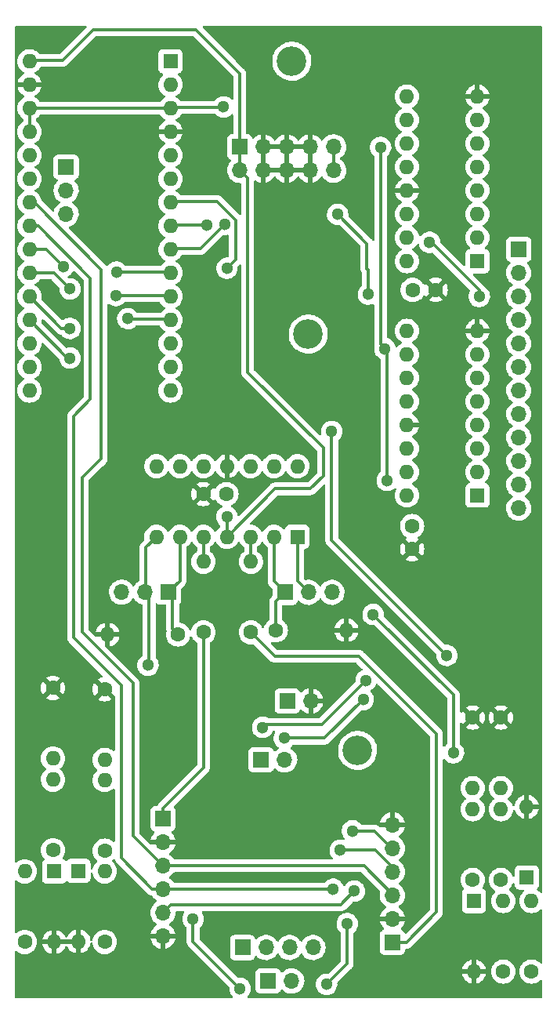
<source format=gbr>
%TF.GenerationSoftware,KiCad,Pcbnew,(6.0.1-0)*%
%TF.CreationDate,2022-12-12T12:20:09+02:00*%
%TF.ProjectId,EurorackDualPitchQuantizerBack,4575726f-7261-4636-9b44-75616c506974,rev?*%
%TF.SameCoordinates,Original*%
%TF.FileFunction,Copper,L1,Top*%
%TF.FilePolarity,Positive*%
%FSLAX46Y46*%
G04 Gerber Fmt 4.6, Leading zero omitted, Abs format (unit mm)*
G04 Created by KiCad (PCBNEW (6.0.1-0)) date 2022-12-12 12:20:09*
%MOMM*%
%LPD*%
G01*
G04 APERTURE LIST*
%TA.AperFunction,ComponentPad*%
%ADD10R,1.700000X1.700000*%
%TD*%
%TA.AperFunction,ComponentPad*%
%ADD11O,1.700000X1.700000*%
%TD*%
%TA.AperFunction,ComponentPad*%
%ADD12R,1.600000X1.600000*%
%TD*%
%TA.AperFunction,ComponentPad*%
%ADD13O,1.600000X1.600000*%
%TD*%
%TA.AperFunction,ComponentPad*%
%ADD14C,1.600000*%
%TD*%
%TA.AperFunction,ComponentPad*%
%ADD15C,3.200000*%
%TD*%
%TA.AperFunction,ViaPad*%
%ADD16C,1.300000*%
%TD*%
%TA.AperFunction,Conductor*%
%ADD17C,0.350000*%
%TD*%
G04 APERTURE END LIST*
D10*
%TO.P,J7,1,Pin_1*%
%TO.N,Net-(A1-Pad12)*%
X19050000Y-32766000D03*
D11*
%TO.P,J7,2,Pin_2*%
%TO.N,Net-(A1-Pad11)*%
X19050000Y-35306000D03*
%TO.P,J7,3,Pin_3*%
%TO.N,Net-(A1-Pad10)*%
X19050000Y-37846000D03*
%TD*%
D12*
%TO.P,U2,1,QB*%
%TO.N,/l10*%
X63500000Y-42926000D03*
D13*
%TO.P,U2,2,QC*%
%TO.N,/l11*%
X63500000Y-40386000D03*
%TO.P,U2,3,QD*%
%TO.N,/l12*%
X63500000Y-37846000D03*
%TO.P,U2,4,QE*%
%TO.N,/l13*%
X63500000Y-35306000D03*
%TO.P,U2,5,QF*%
%TO.N,/l14*%
X63500000Y-32766000D03*
%TO.P,U2,6,QG*%
%TO.N,unconnected-(U2-Pad6)*%
X63500000Y-30226000D03*
%TO.P,U2,7,QH*%
%TO.N,unconnected-(U2-Pad7)*%
X63500000Y-27686000D03*
%TO.P,U2,8,GND*%
%TO.N,GND*%
X63500000Y-25146000D03*
%TO.P,U2,9,QH'*%
%TO.N,unconnected-(U2-Pad9)*%
X55880000Y-25146000D03*
%TO.P,U2,10,~{SRCLR}*%
%TO.N,Arduino 5V*%
X55880000Y-27686000D03*
%TO.P,U2,11,SRCLK*%
%TO.N,Net-(A1-Pad9)*%
X55880000Y-30226000D03*
%TO.P,U2,12,RCLK*%
%TO.N,Net-(A1-Pad8)*%
X55880000Y-32766000D03*
%TO.P,U2,13,~{OE}*%
%TO.N,GND*%
X55880000Y-35306000D03*
%TO.P,U2,14,SER*%
%TO.N,/l8*%
X55880000Y-37846000D03*
%TO.P,U2,15,QA*%
%TO.N,/l9*%
X55880000Y-40386000D03*
%TO.P,U2,16,VCC*%
%TO.N,Arduino 5V*%
X55880000Y-42926000D03*
%TD*%
D10*
%TO.P,J2,1,Pin_1*%
%TO.N,/l14*%
X67965000Y-41651000D03*
D11*
%TO.P,J2,2,Pin_2*%
%TO.N,/l13*%
X67965000Y-44191000D03*
%TO.P,J2,3,Pin_3*%
%TO.N,/l12*%
X67965000Y-46731000D03*
%TO.P,J2,4,Pin_4*%
%TO.N,/l11*%
X67965000Y-49271000D03*
%TO.P,J2,5,Pin_5*%
%TO.N,/l10*%
X67965000Y-51811000D03*
%TO.P,J2,6,Pin_6*%
%TO.N,/l9*%
X67965000Y-54351000D03*
%TO.P,J2,7,Pin_7*%
%TO.N,/l8*%
X67965000Y-56891000D03*
%TO.P,J2,8,Pin_8*%
%TO.N,/l7*%
X67965000Y-59431000D03*
%TO.P,J2,9,Pin_9*%
%TO.N,/l6*%
X67965000Y-61971000D03*
%TO.P,J2,10,Pin_10*%
%TO.N,/l5*%
X67965000Y-64511000D03*
%TO.P,J2,11,Pin_11*%
%TO.N,/l4*%
X67965000Y-67051000D03*
%TO.P,J2,12,Pin_12*%
%TO.N,/l3*%
X67965000Y-69591000D03*
%TD*%
D14*
%TO.P,R9,1*%
%TO.N,Net-(D3-Pad1)*%
X66040000Y-109728000D03*
D13*
%TO.P,R9,2*%
%TO.N,Net-(A1-Pad20)*%
X66040000Y-102108000D03*
%TD*%
D14*
%TO.P,R11,1*%
%TO.N,Net-(J1-Pad3)*%
X69342000Y-119634000D03*
D13*
%TO.P,R11,2*%
%TO.N,Net-(D3-Pad1)*%
X69342000Y-112014000D03*
%TD*%
D12*
%TO.P,D2,1,K*%
%TO.N,Net-(D2-Pad1)*%
X17754600Y-108813600D03*
D13*
%TO.P,D2,2,A*%
%TO.N,GND*%
X17754600Y-116433600D03*
%TD*%
D10*
%TO.P,J8,1,Pin_1*%
%TO.N,Net-(R18-Pad2)*%
X40889000Y-120650000D03*
D11*
%TO.P,J8,2,Pin_2*%
%TO.N,Net-(J8-Pad2)*%
X43429000Y-120650000D03*
%TD*%
D14*
%TO.P,R8,1*%
%TO.N,GND*%
X62992000Y-92202000D03*
D13*
%TO.P,R8,2*%
%TO.N,Net-(A1-Pad19)*%
X62992000Y-99822000D03*
%TD*%
D12*
%TO.P,U1,1,QB*%
%TO.N,/l2*%
X63500000Y-68224400D03*
D13*
%TO.P,U1,2,QC*%
%TO.N,/l3*%
X63500000Y-65684400D03*
%TO.P,U1,3,QD*%
%TO.N,/l4*%
X63500000Y-63144400D03*
%TO.P,U1,4,QE*%
%TO.N,/l5*%
X63500000Y-60604400D03*
%TO.P,U1,5,QF*%
%TO.N,/l6*%
X63500000Y-58064400D03*
%TO.P,U1,6,QG*%
%TO.N,/l7*%
X63500000Y-55524400D03*
%TO.P,U1,7,QH*%
%TO.N,/l8*%
X63500000Y-52984400D03*
%TO.P,U1,8,GND*%
%TO.N,GND*%
X63500000Y-50444400D03*
%TO.P,U1,9,QH'*%
%TO.N,unconnected-(U1-Pad9)*%
X55880000Y-50444400D03*
%TO.P,U1,10,~{SRCLR}*%
%TO.N,Arduino 5V*%
X55880000Y-52984400D03*
%TO.P,U1,11,SRCLK*%
%TO.N,Net-(A1-Pad9)*%
X55880000Y-55524400D03*
%TO.P,U1,12,RCLK*%
%TO.N,Net-(A1-Pad8)*%
X55880000Y-58064400D03*
%TO.P,U1,13,~{OE}*%
%TO.N,GND*%
X55880000Y-60604400D03*
%TO.P,U1,14,SER*%
%TO.N,Net-(A1-Pad7)*%
X55880000Y-63144400D03*
%TO.P,U1,15,QA*%
%TO.N,/l1*%
X55880000Y-65684400D03*
%TO.P,U1,16,VCC*%
%TO.N,Arduino 5V*%
X55880000Y-68224400D03*
%TD*%
D15*
%TO.P,REF\u002A\u002A,*%
%TO.N,*%
X43434000Y-21336000D03*
%TD*%
D14*
%TO.P,R7,1*%
%TO.N,GND*%
X66040000Y-92202000D03*
D13*
%TO.P,R7,2*%
%TO.N,Net-(A1-Pad20)*%
X66040000Y-99822000D03*
%TD*%
D14*
%TO.P,C1,1*%
%TO.N,Arduino 5V*%
X56438800Y-71526400D03*
%TO.P,C1,2*%
%TO.N,GND*%
X56438800Y-74026400D03*
%TD*%
%TO.P,R3,1*%
%TO.N,Net-(D1-Pad1)*%
X23215600Y-106578400D03*
D13*
%TO.P,R3,2*%
%TO.N,Net-(A1-Pad21)*%
X23215600Y-98958400D03*
%TD*%
D14*
%TO.P,R12,1*%
%TO.N,Net-(J1-Pad4)*%
X66294000Y-119634000D03*
D13*
%TO.P,R12,2*%
%TO.N,Net-(D4-Pad1)*%
X66294000Y-112014000D03*
%TD*%
D10*
%TO.P,J4,1,Pin_1*%
%TO.N,/l1*%
X40127000Y-96774000D03*
D11*
%TO.P,J4,2,Pin_2*%
%TO.N,/l2*%
X42667000Y-96774000D03*
%TD*%
D12*
%TO.P,D3,1,K*%
%TO.N,Net-(D3-Pad1)*%
X68834000Y-109474000D03*
D13*
%TO.P,D3,2,A*%
%TO.N,GND*%
X68834000Y-101854000D03*
%TD*%
D10*
%TO.P,J10,1,Pin_1*%
%TO.N,Arduino 5V*%
X42946000Y-90424000D03*
D11*
%TO.P,J10,2,Pin_2*%
%TO.N,GND*%
X45486000Y-90424000D03*
%TD*%
D14*
%TO.P,C3,1*%
%TO.N,+12V*%
X36372800Y-68072000D03*
%TO.P,C3,2*%
%TO.N,GND*%
X33872800Y-68072000D03*
%TD*%
%TO.P,R4,1*%
%TO.N,Net-(D2-Pad1)*%
X17627600Y-106527600D03*
D13*
%TO.P,R4,2*%
%TO.N,Net-(A1-Pad22)*%
X17627600Y-98907600D03*
%TD*%
D10*
%TO.P,J1,1,Pin_1*%
%TO.N,Net-(J1-Pad1)*%
X38110000Y-117043200D03*
D11*
%TO.P,J1,2,Pin_2*%
%TO.N,Net-(J1-Pad2)*%
X40650000Y-117043200D03*
%TO.P,J1,3,Pin_3*%
%TO.N,Net-(J1-Pad3)*%
X43190000Y-117043200D03*
%TO.P,J1,4,Pin_4*%
%TO.N,Net-(J1-Pad4)*%
X45730000Y-117043200D03*
%TD*%
D12*
%TO.P,D4,1,K*%
%TO.N,Net-(D4-Pad1)*%
X63119000Y-112014000D03*
D13*
%TO.P,D4,2,A*%
%TO.N,GND*%
X63119000Y-119634000D03*
%TD*%
D14*
%TO.P,R2,1*%
%TO.N,Net-(J1-Pad1)*%
X14579600Y-116433600D03*
D13*
%TO.P,R2,2*%
%TO.N,Net-(D2-Pad1)*%
X14579600Y-108813600D03*
%TD*%
D15*
%TO.P,REF\u002A\u002A,*%
%TO.N,*%
X50546000Y-95758000D03*
%TD*%
D12*
%TO.P,D1,1,K*%
%TO.N,Net-(D1-Pad1)*%
X20370800Y-108762800D03*
D13*
%TO.P,D1,2,A*%
%TO.N,GND*%
X20370800Y-116382800D03*
%TD*%
D14*
%TO.P,R5,1*%
%TO.N,GND*%
X23215600Y-89154000D03*
D13*
%TO.P,R5,2*%
%TO.N,Net-(A1-Pad21)*%
X23215600Y-96774000D03*
%TD*%
D14*
%TO.P,R10,1*%
%TO.N,Net-(D4-Pad1)*%
X62992000Y-109728000D03*
D13*
%TO.P,R10,2*%
%TO.N,Net-(A1-Pad19)*%
X62992000Y-102108000D03*
%TD*%
D14*
%TO.P,C2,1*%
%TO.N,Arduino 5V*%
X56489600Y-46024800D03*
%TO.P,C2,2*%
%TO.N,GND*%
X58989600Y-46024800D03*
%TD*%
%TO.P,R6,1*%
%TO.N,GND*%
X17627600Y-89001600D03*
D13*
%TO.P,R6,2*%
%TO.N,Net-(A1-Pad22)*%
X17627600Y-96621600D03*
%TD*%
D14*
%TO.P,R1,1*%
%TO.N,Net-(J1-Pad2)*%
X23215600Y-116433600D03*
D13*
%TO.P,R1,2*%
%TO.N,Net-(D1-Pad1)*%
X23215600Y-108813600D03*
%TD*%
D15*
%TO.P,REF\u002A\u002A,*%
%TO.N,*%
X45212000Y-50800000D03*
%TD*%
D10*
%TO.P,J3,1,Pin_1*%
%TO.N,+12V*%
X37800200Y-30576600D03*
D11*
%TO.P,J3,2,Pin_2*%
X37800200Y-33116600D03*
%TO.P,J3,3,Pin_3*%
%TO.N,GND*%
X40340200Y-30576600D03*
%TO.P,J3,4,Pin_4*%
X40340200Y-33116600D03*
%TO.P,J3,5,Pin_5*%
X42880200Y-30576600D03*
%TO.P,J3,6,Pin_6*%
X42880200Y-33116600D03*
%TO.P,J3,7,Pin_7*%
X45420200Y-30576600D03*
%TO.P,J3,8,Pin_8*%
X45420200Y-33116600D03*
%TO.P,J3,9,Pin_9*%
%TO.N,Net-(J3-Pad10)*%
X47960200Y-30576600D03*
%TO.P,J3,10,Pin_10*%
X47960200Y-33116600D03*
%TD*%
D10*
%TO.P,R18,1*%
%TO.N,Net-(R16-Pad1)*%
X30124400Y-78663800D03*
D11*
%TO.P,R18,2*%
%TO.N,Net-(R18-Pad2)*%
X27584400Y-78663800D03*
%TO.P,R18,3*%
%TO.N,N/C*%
X25044400Y-78663800D03*
%TD*%
D14*
%TO.P,R14,1*%
%TO.N,Net-(J6-Pad1)*%
X33883600Y-83007200D03*
D13*
%TO.P,R14,2*%
%TO.N,Net-(R14-Pad2)*%
X33883600Y-75387200D03*
%TD*%
D12*
%TO.P,A1,1,D1/TX*%
%TO.N,unconnected-(A1-Pad1)*%
X30327600Y-21336000D03*
D13*
%TO.P,A1,2,D0/RX*%
%TO.N,unconnected-(A1-Pad2)*%
X30327600Y-23876000D03*
%TO.P,A1,3,~{RESET}*%
%TO.N,Arduino 5V*%
X30327600Y-26416000D03*
%TO.P,A1,4,GND*%
%TO.N,GND*%
X30327600Y-28956000D03*
%TO.P,A1,5,D2*%
%TO.N,unconnected-(A1-Pad5)*%
X30327600Y-31496000D03*
%TO.P,A1,6,D3*%
%TO.N,unconnected-(A1-Pad6)*%
X30327600Y-34036000D03*
%TO.P,A1,7,D4*%
%TO.N,Net-(A1-Pad7)*%
X30327600Y-36576000D03*
%TO.P,A1,8,D5*%
%TO.N,Net-(A1-Pad8)*%
X30327600Y-39116000D03*
%TO.P,A1,9,D6*%
%TO.N,Net-(A1-Pad9)*%
X30327600Y-41656000D03*
%TO.P,A1,10,D7*%
%TO.N,Net-(A1-Pad10)*%
X30327600Y-44196000D03*
%TO.P,A1,11,D8*%
%TO.N,Net-(A1-Pad11)*%
X30327600Y-46736000D03*
%TO.P,A1,12,D9*%
%TO.N,Net-(A1-Pad12)*%
X30327600Y-49276000D03*
%TO.P,A1,13,D10*%
%TO.N,unconnected-(A1-Pad13)*%
X30327600Y-51816000D03*
%TO.P,A1,14,D11*%
%TO.N,unconnected-(A1-Pad14)*%
X30327600Y-54356000D03*
%TO.P,A1,15,D12*%
%TO.N,unconnected-(A1-Pad15)*%
X30327600Y-56896000D03*
%TO.P,A1,16,D13*%
%TO.N,unconnected-(A1-Pad16)*%
X15087600Y-56896000D03*
%TO.P,A1,17,3V3*%
%TO.N,unconnected-(A1-Pad17)*%
X15087600Y-54356000D03*
%TO.P,A1,18,AREF*%
%TO.N,unconnected-(A1-Pad18)*%
X15087600Y-51816000D03*
%TO.P,A1,19,A0*%
%TO.N,Net-(A1-Pad19)*%
X15087600Y-49276000D03*
%TO.P,A1,20,A1*%
%TO.N,Net-(A1-Pad20)*%
X15087600Y-46736000D03*
%TO.P,A1,21,A2*%
%TO.N,Net-(A1-Pad21)*%
X15087600Y-44196000D03*
%TO.P,A1,22,A3*%
%TO.N,Net-(A1-Pad22)*%
X15087600Y-41656000D03*
%TO.P,A1,23,A4*%
%TO.N,Net-(A1-Pad23)*%
X15087600Y-39116000D03*
%TO.P,A1,24,A5*%
%TO.N,Net-(A1-Pad24)*%
X15087600Y-36576000D03*
%TO.P,A1,25,A6*%
%TO.N,unconnected-(A1-Pad25)*%
X15087600Y-34036000D03*
%TO.P,A1,26,A7*%
%TO.N,unconnected-(A1-Pad26)*%
X15087600Y-31496000D03*
%TO.P,A1,27,+5V*%
%TO.N,Arduino 5V*%
X15087600Y-28956000D03*
%TO.P,A1,28,~{RESET}*%
X15087600Y-26416000D03*
%TO.P,A1,29,GND*%
%TO.N,GND*%
X15087600Y-23876000D03*
%TO.P,A1,30,VIN*%
%TO.N,+12V*%
X15087600Y-21336000D03*
%TD*%
D14*
%TO.P,R16,1*%
%TO.N,Net-(R16-Pad1)*%
X31140400Y-83235800D03*
D13*
%TO.P,R16,2*%
%TO.N,GND*%
X23520400Y-83235800D03*
%TD*%
D12*
%TO.P,U3,1*%
%TO.N,Net-(J8-Pad2)*%
X44048600Y-72684800D03*
D13*
%TO.P,U3,2,-*%
%TO.N,Net-(R15-Pad1)*%
X41508600Y-72684800D03*
%TO.P,U3,3,+*%
%TO.N,Net-(R13-Pad2)*%
X38968600Y-72684800D03*
%TO.P,U3,4,V+*%
%TO.N,+12V*%
X36428600Y-72684800D03*
%TO.P,U3,5,+*%
%TO.N,Net-(R14-Pad2)*%
X33888600Y-72684800D03*
%TO.P,U3,6,-*%
%TO.N,Net-(R16-Pad1)*%
X31348600Y-72684800D03*
%TO.P,U3,7*%
%TO.N,Net-(R18-Pad2)*%
X28808600Y-72684800D03*
%TO.P,U3,8*%
%TO.N,unconnected-(U3-Pad8)*%
X28808600Y-65064800D03*
%TO.P,U3,9,-*%
%TO.N,unconnected-(U3-Pad9)*%
X31348600Y-65064800D03*
%TO.P,U3,10,+*%
%TO.N,unconnected-(U3-Pad10)*%
X33888600Y-65064800D03*
%TO.P,U3,11,V-*%
%TO.N,GND*%
X36428600Y-65064800D03*
%TO.P,U3,12,+*%
%TO.N,unconnected-(U3-Pad12)*%
X38968600Y-65064800D03*
%TO.P,U3,13,-*%
%TO.N,unconnected-(U3-Pad13)*%
X41508600Y-65064800D03*
%TO.P,U3,14*%
%TO.N,unconnected-(U3-Pad14)*%
X44048600Y-65064800D03*
%TD*%
D10*
%TO.P,J6,1,Pin_1*%
%TO.N,Net-(J6-Pad1)*%
X29514800Y-103124000D03*
D11*
%TO.P,J6,2,Pin_2*%
%TO.N,GND*%
X29514800Y-105664000D03*
%TO.P,J6,3,Pin_3*%
%TO.N,Net-(A1-Pad24)*%
X29514800Y-108204000D03*
%TO.P,J6,4,Pin_4*%
%TO.N,Net-(A1-Pad23)*%
X29514800Y-110744000D03*
%TO.P,J6,5,Pin_5*%
%TO.N,Arduino 5V*%
X29514800Y-113284000D03*
%TO.P,J6,6,Pin_6*%
%TO.N,GND*%
X29514800Y-115824000D03*
%TD*%
D14*
%TO.P,R15,1*%
%TO.N,Net-(R15-Pad1)*%
X41706800Y-82778600D03*
D13*
%TO.P,R15,2*%
%TO.N,GND*%
X49326800Y-82778600D03*
%TD*%
D14*
%TO.P,R13,1*%
%TO.N,Net-(J5-Pad1)*%
X39014400Y-83007200D03*
D13*
%TO.P,R13,2*%
%TO.N,Net-(R13-Pad2)*%
X39014400Y-75387200D03*
%TD*%
D10*
%TO.P,R17,1*%
%TO.N,Net-(R15-Pad1)*%
X42697400Y-78689200D03*
D11*
%TO.P,R17,2*%
%TO.N,Net-(J8-Pad2)*%
X45237400Y-78689200D03*
%TO.P,R17,3*%
%TO.N,N/C*%
X47777400Y-78689200D03*
%TD*%
D10*
%TO.P,J5,1,Pin_1*%
%TO.N,Net-(J5-Pad1)*%
X54305200Y-116484400D03*
D11*
%TO.P,J5,2,Pin_2*%
%TO.N,GND*%
X54305200Y-113944400D03*
%TO.P,J5,3,Pin_3*%
%TO.N,Net-(A1-Pad24)*%
X54305200Y-111404400D03*
%TO.P,J5,4,Pin_4*%
%TO.N,Net-(A1-Pad23)*%
X54305200Y-108864400D03*
%TO.P,J5,5,Pin_5*%
%TO.N,Arduino 5V*%
X54305200Y-106324400D03*
%TO.P,J5,6,Pin_6*%
%TO.N,GND*%
X54305200Y-103784400D03*
%TD*%
D16*
%TO.N,GND*%
X14986000Y-81026000D03*
X25146000Y-31750000D03*
X23368000Y-22606000D03*
%TO.N,Arduino 5V*%
X53746400Y-66598800D03*
X49987200Y-104444800D03*
X53035200Y-30632400D03*
X50190400Y-110947200D03*
X36068000Y-26263600D03*
X53492400Y-52374800D03*
%TO.N,GND*%
X60807600Y-71526400D03*
X60299600Y-63144400D03*
X33832800Y-50901600D03*
X24180800Y-67665600D03*
X62331600Y-47955200D03*
X51765200Y-115265200D03*
%TO.N,Net-(A1-Pad7)*%
X36423600Y-43688000D03*
%TO.N,Net-(A1-Pad8)*%
X34239200Y-39014400D03*
%TO.N,Net-(A1-Pad9)*%
X36169600Y-38963600D03*
X51714400Y-46482000D03*
X48387000Y-37871400D03*
%TO.N,Net-(A1-Pad10)*%
X24485600Y-44094400D03*
%TO.N,Net-(A1-Pad11)*%
X24434800Y-46634400D03*
%TO.N,Net-(A1-Pad12)*%
X25704800Y-49123600D03*
%TO.N,Net-(A1-Pad19)*%
X52222400Y-81076800D03*
X60909200Y-96012000D03*
X19475700Y-53390800D03*
%TO.N,Net-(A1-Pad20)*%
X47752000Y-61315600D03*
X19475700Y-50190400D03*
X60198000Y-85496400D03*
%TO.N,Net-(A1-Pad21)*%
X19475700Y-45923200D03*
%TO.N,Net-(A1-Pad22)*%
X18745200Y-43484800D03*
%TO.N,Net-(A1-Pad23)*%
X48666400Y-106527600D03*
X47904400Y-110744000D03*
%TO.N,+12V*%
X36423600Y-70510400D03*
%TO.N,/l9*%
X63703200Y-46736000D03*
X58318400Y-40894000D03*
%TO.N,/l2*%
X51155600Y-90271600D03*
X42621200Y-94437200D03*
%TO.N,/l1*%
X40284400Y-93268800D03*
X51460400Y-88188800D03*
%TO.N,Net-(R18-Pad2)*%
X37846000Y-121462800D03*
X27889200Y-86563200D03*
X32766000Y-113950500D03*
%TO.N,Net-(J8-Pad2)*%
X47193200Y-121005600D03*
X49428400Y-114452400D03*
%TD*%
D17*
%TO.N,Arduino 5V*%
X52374800Y-104444800D02*
X49987200Y-104444800D01*
X54254400Y-106324400D02*
X52374800Y-104444800D01*
X53035200Y-30632400D02*
X53035200Y-51917600D01*
X30327600Y-26416000D02*
X30429200Y-26314400D01*
X53035200Y-51917600D02*
X53492400Y-52374800D01*
X30429200Y-26314400D02*
X36017200Y-26314400D01*
X53746400Y-52628800D02*
X53492400Y-52374800D01*
X30364800Y-112434000D02*
X48703600Y-112434000D01*
X54305200Y-106324400D02*
X54254400Y-106324400D01*
X36017200Y-26314400D02*
X36068000Y-26263600D01*
X29514800Y-113284000D02*
X30364800Y-112434000D01*
X15087600Y-28956000D02*
X15087600Y-26416000D01*
X48703600Y-112434000D02*
X50190400Y-110947200D01*
X53746400Y-66598800D02*
X53746400Y-52628800D01*
X15087600Y-26416000D02*
X30327600Y-26416000D01*
%TO.N,Net-(A1-Pad7)*%
X35341394Y-36474400D02*
X37344100Y-38477106D01*
X30429200Y-36474400D02*
X35341394Y-36474400D01*
X37344100Y-42767500D02*
X36423600Y-43688000D01*
X37344100Y-38477106D02*
X37344100Y-42767500D01*
X30327600Y-36576000D02*
X30429200Y-36474400D01*
%TO.N,Net-(A1-Pad8)*%
X30327600Y-39116000D02*
X30429200Y-39014400D01*
X30429200Y-39014400D02*
X34239200Y-39014400D01*
%TO.N,Net-(A1-Pad9)*%
X30429200Y-41554400D02*
X33578800Y-41554400D01*
X30327600Y-41656000D02*
X30429200Y-41554400D01*
X48387000Y-37871400D02*
X51562000Y-41046400D01*
X51562000Y-43738800D02*
X51714400Y-43891200D01*
X33578800Y-41554400D02*
X36169600Y-38963600D01*
X51562000Y-41046400D02*
X51562000Y-43738800D01*
X51714400Y-43891200D02*
X51714400Y-46482000D01*
%TO.N,Net-(A1-Pad10)*%
X30226000Y-44094400D02*
X24485600Y-44094400D01*
X30327600Y-44196000D02*
X30226000Y-44094400D01*
%TO.N,Net-(A1-Pad11)*%
X30327600Y-46736000D02*
X30226000Y-46634400D01*
X30226000Y-46634400D02*
X24434800Y-46634400D01*
%TO.N,Net-(A1-Pad12)*%
X30327600Y-49276000D02*
X30226000Y-49174400D01*
X30226000Y-49174400D02*
X25755600Y-49174400D01*
X25755600Y-49174400D02*
X25704800Y-49123600D01*
%TO.N,Net-(A1-Pad19)*%
X19202400Y-53390800D02*
X19475700Y-53390800D01*
X52222400Y-81076800D02*
X60909200Y-89763600D01*
X60909200Y-89763600D02*
X60909200Y-96012000D01*
X15087600Y-49276000D02*
X19202400Y-53390800D01*
%TO.N,Net-(A1-Pad20)*%
X18542000Y-50190400D02*
X19475700Y-50190400D01*
X15087600Y-46736000D02*
X18542000Y-50190400D01*
X47752000Y-61315600D02*
X47752000Y-73050400D01*
X47752000Y-73050400D02*
X60198000Y-85496400D01*
%TO.N,Net-(A1-Pad21)*%
X15087600Y-44196000D02*
X17748500Y-44196000D01*
X17748500Y-44196000D02*
X19475700Y-45923200D01*
%TO.N,Net-(A1-Pad22)*%
X16916400Y-41656000D02*
X18745200Y-43484800D01*
X15087600Y-41656000D02*
X16916400Y-41656000D01*
%TO.N,Net-(A1-Pad23)*%
X29514800Y-110744000D02*
X47904400Y-110744000D01*
X29514800Y-110744000D02*
X28347200Y-110744000D01*
X16037394Y-39116000D02*
X15087600Y-39116000D01*
X28347200Y-110744000D02*
X24993600Y-107390400D01*
X54305200Y-108864400D02*
X54305200Y-108356400D01*
X54305200Y-108356400D02*
X52476400Y-106527600D01*
X19837400Y-83566000D02*
X19837400Y-59690000D01*
X52476400Y-106527600D02*
X48666400Y-106527600D01*
X21666200Y-57861200D02*
X21666200Y-44744806D01*
X24993600Y-88722200D02*
X19837400Y-83566000D01*
X21666200Y-44744806D02*
X16037394Y-39116000D01*
X24993600Y-107390400D02*
X24993600Y-88722200D01*
X19837400Y-59690000D02*
X21666200Y-57861200D01*
%TO.N,Net-(A1-Pad24)*%
X20751800Y-66319400D02*
X22834600Y-64236600D01*
X20751800Y-82981800D02*
X20751800Y-66319400D01*
X29539800Y-108229000D02*
X51231400Y-108229000D01*
X22834600Y-64236600D02*
X22834600Y-43811230D01*
X26263600Y-88493600D02*
X20751800Y-82981800D01*
X51231400Y-108229000D02*
X54305200Y-111302800D01*
X29514800Y-108204000D02*
X26263600Y-104952800D01*
X22834600Y-43811230D02*
X15599370Y-36576000D01*
X54305200Y-111302800D02*
X54305200Y-111404400D01*
X29514800Y-108204000D02*
X29539800Y-108229000D01*
X15599370Y-36576000D02*
X15087600Y-36576000D01*
X26263600Y-104952800D02*
X26263600Y-88493600D01*
%TO.N,+12V*%
X15189200Y-21234400D02*
X15087600Y-21336000D01*
X37800200Y-22661800D02*
X33070800Y-17932400D01*
X21996400Y-17932400D02*
X18694400Y-21234400D01*
X38650200Y-54906200D02*
X38650200Y-33966600D01*
X37800200Y-30576600D02*
X37800200Y-33116600D01*
X36428600Y-72684800D02*
X36428600Y-70515400D01*
X18694400Y-21234400D02*
X15189200Y-21234400D01*
X41600200Y-67513200D02*
X45415200Y-67513200D01*
X37800200Y-30576600D02*
X37800200Y-22661800D01*
X45415200Y-67513200D02*
X46837600Y-66090800D01*
X36428600Y-72684800D02*
X41600200Y-67513200D01*
X38650200Y-33966600D02*
X37800200Y-33116600D01*
X33070800Y-17932400D02*
X21996400Y-17932400D01*
X46837600Y-66090800D02*
X46837600Y-63093600D01*
X46837600Y-63093600D02*
X38650200Y-54906200D01*
X36428600Y-70515400D02*
X36423600Y-70510400D01*
%TO.N,/l9*%
X58521600Y-40894000D02*
X63703200Y-46075600D01*
X63703200Y-46075600D02*
X63703200Y-46736000D01*
X58318400Y-40894000D02*
X58521600Y-40894000D01*
%TO.N,/l2*%
X42621200Y-94437200D02*
X46990000Y-94437200D01*
X46990000Y-94437200D02*
X51155600Y-90271600D01*
%TO.N,/l1*%
X40589200Y-92964000D02*
X46685200Y-92964000D01*
X46685200Y-92964000D02*
X51460400Y-88188800D01*
X40284400Y-93268800D02*
X40589200Y-92964000D01*
%TO.N,Net-(J5-Pad1)*%
X59080400Y-113233200D02*
X55829200Y-116484400D01*
X50698400Y-85598000D02*
X59080400Y-93980000D01*
X59080400Y-93980000D02*
X59080400Y-113233200D01*
X41605200Y-85598000D02*
X50698400Y-85598000D01*
X39014400Y-83007200D02*
X41605200Y-85598000D01*
X55829200Y-116484400D02*
X54305200Y-116484400D01*
%TO.N,Net-(J6-Pad1)*%
X33883600Y-97637600D02*
X29514800Y-102006400D01*
X29514800Y-102006400D02*
X29514800Y-103124000D01*
X33883600Y-83007200D02*
X33883600Y-97637600D01*
%TO.N,Net-(R18-Pad2)*%
X27660600Y-73832800D02*
X28808600Y-72684800D01*
X32766000Y-116382800D02*
X32766000Y-113950500D01*
X37846000Y-121462800D02*
X32766000Y-116382800D01*
X28026600Y-86425800D02*
X27889200Y-86563200D01*
X27660600Y-78587600D02*
X27660600Y-73832800D01*
X27584400Y-78663800D02*
X27660600Y-78587600D01*
X28026600Y-79106000D02*
X28026600Y-86425800D01*
X27584400Y-78663800D02*
X28026600Y-79106000D01*
%TO.N,Net-(J8-Pad2)*%
X49428400Y-118770400D02*
X49428400Y-114452400D01*
X44048600Y-72684800D02*
X44048600Y-77500400D01*
X47193200Y-121005600D02*
X49428400Y-118770400D01*
X44048600Y-77500400D02*
X45237400Y-78689200D01*
%TO.N,Net-(R13-Pad2)*%
X38968600Y-75341400D02*
X39014400Y-75387200D01*
X38968600Y-72684800D02*
X38968600Y-75341400D01*
%TO.N,Net-(R14-Pad2)*%
X33888600Y-72684800D02*
X33888600Y-75382200D01*
X33888600Y-75382200D02*
X33883600Y-75387200D01*
%TO.N,Net-(R15-Pad1)*%
X41508600Y-77500400D02*
X42697400Y-78689200D01*
X41706800Y-82778600D02*
X41681400Y-82753200D01*
X41508600Y-72684800D02*
X41508600Y-77500400D01*
X41681400Y-82753200D02*
X41681400Y-79705200D01*
X41681400Y-79705200D02*
X42697400Y-78689200D01*
%TO.N,Net-(R16-Pad1)*%
X30566600Y-79106000D02*
X30566600Y-82662000D01*
X31348600Y-72684800D02*
X31348600Y-77439600D01*
X30566600Y-82662000D02*
X31140400Y-83235800D01*
X31348600Y-77439600D02*
X30124400Y-78663800D01*
X30124400Y-78663800D02*
X30566600Y-79106000D01*
%TO.N,Net-(J3-Pad10)*%
X47960200Y-30576600D02*
X47960200Y-33116600D01*
%TD*%
%TA.AperFunction,Conductor*%
%TO.N,GND*%
G36*
X70434121Y-17528002D02*
G01*
X70480614Y-17581658D01*
X70492000Y-17634000D01*
X70492000Y-111009312D01*
X70471998Y-111077433D01*
X70418342Y-111123926D01*
X70348068Y-111134030D01*
X70283488Y-111104536D01*
X70276905Y-111098407D01*
X70186300Y-111007802D01*
X70181792Y-111004645D01*
X70181789Y-111004643D01*
X70069331Y-110925899D01*
X69998749Y-110876477D01*
X69993764Y-110874153D01*
X69993758Y-110874149D01*
X69991688Y-110873184D01*
X69990930Y-110872516D01*
X69988998Y-110871401D01*
X69989222Y-110871013D01*
X69938402Y-110826267D01*
X69918941Y-110757990D01*
X69939482Y-110690030D01*
X69969370Y-110658164D01*
X69997261Y-110637261D01*
X70084615Y-110520705D01*
X70135745Y-110384316D01*
X70142500Y-110322134D01*
X70142500Y-108625866D01*
X70135745Y-108563684D01*
X70084615Y-108427295D01*
X69997261Y-108310739D01*
X69880705Y-108223385D01*
X69744316Y-108172255D01*
X69682134Y-108165500D01*
X67985866Y-108165500D01*
X67923684Y-108172255D01*
X67787295Y-108223385D01*
X67670739Y-108310739D01*
X67583385Y-108427295D01*
X67532255Y-108563684D01*
X67525500Y-108625866D01*
X67525500Y-109259242D01*
X67505498Y-109327363D01*
X67451842Y-109373856D01*
X67381568Y-109383960D01*
X67316988Y-109354466D01*
X67277793Y-109291853D01*
X67275707Y-109284067D01*
X67275706Y-109284065D01*
X67274284Y-109278757D01*
X67271961Y-109273775D01*
X67179849Y-109076238D01*
X67179846Y-109076233D01*
X67177523Y-109071251D01*
X67046198Y-108883700D01*
X66884300Y-108721802D01*
X66879792Y-108718645D01*
X66879789Y-108718643D01*
X66794157Y-108658683D01*
X66696749Y-108590477D01*
X66691767Y-108588154D01*
X66691762Y-108588151D01*
X66494225Y-108496039D01*
X66494224Y-108496039D01*
X66489243Y-108493716D01*
X66483935Y-108492294D01*
X66483933Y-108492293D01*
X66273402Y-108435881D01*
X66273400Y-108435881D01*
X66268087Y-108434457D01*
X66040000Y-108414502D01*
X65811913Y-108434457D01*
X65806600Y-108435881D01*
X65806598Y-108435881D01*
X65596067Y-108492293D01*
X65596065Y-108492294D01*
X65590757Y-108493716D01*
X65585776Y-108496039D01*
X65585775Y-108496039D01*
X65388238Y-108588151D01*
X65388233Y-108588154D01*
X65383251Y-108590477D01*
X65285843Y-108658683D01*
X65200211Y-108718643D01*
X65200208Y-108718645D01*
X65195700Y-108721802D01*
X65033802Y-108883700D01*
X64902477Y-109071251D01*
X64900154Y-109076233D01*
X64900151Y-109076238D01*
X64808039Y-109273775D01*
X64805716Y-109278757D01*
X64804294Y-109284065D01*
X64804293Y-109284067D01*
X64749821Y-109487357D01*
X64746457Y-109499913D01*
X64726502Y-109728000D01*
X64746457Y-109956087D01*
X64747881Y-109961400D01*
X64747881Y-109961402D01*
X64802375Y-110164773D01*
X64805716Y-110177243D01*
X64808039Y-110182224D01*
X64808039Y-110182225D01*
X64900151Y-110379762D01*
X64900154Y-110379767D01*
X64902477Y-110384749D01*
X64975902Y-110489611D01*
X65004360Y-110530252D01*
X65033802Y-110572300D01*
X65195700Y-110734198D01*
X65200208Y-110737355D01*
X65200211Y-110737357D01*
X65383013Y-110865357D01*
X65427341Y-110920814D01*
X65434650Y-110991434D01*
X65399837Y-111057665D01*
X65287802Y-111169700D01*
X65284645Y-111174208D01*
X65284643Y-111174211D01*
X65257420Y-111213090D01*
X65156477Y-111357251D01*
X65154154Y-111362233D01*
X65154151Y-111362238D01*
X65065203Y-111552990D01*
X65059716Y-111564757D01*
X65058294Y-111570065D01*
X65058293Y-111570067D01*
X65001881Y-111780598D01*
X65000457Y-111785913D01*
X64980502Y-112014000D01*
X65000457Y-112242087D01*
X65001881Y-112247400D01*
X65001881Y-112247402D01*
X65055785Y-112448571D01*
X65059716Y-112463243D01*
X65062039Y-112468224D01*
X65062039Y-112468225D01*
X65154151Y-112665762D01*
X65154154Y-112665767D01*
X65156477Y-112670749D01*
X65217548Y-112757967D01*
X65259792Y-112818297D01*
X65287802Y-112858300D01*
X65449700Y-113020198D01*
X65454208Y-113023355D01*
X65454211Y-113023357D01*
X65532389Y-113078098D01*
X65637251Y-113151523D01*
X65642233Y-113153846D01*
X65642238Y-113153849D01*
X65839775Y-113245961D01*
X65844757Y-113248284D01*
X65850065Y-113249706D01*
X65850067Y-113249707D01*
X66060598Y-113306119D01*
X66060600Y-113306119D01*
X66065913Y-113307543D01*
X66294000Y-113327498D01*
X66522087Y-113307543D01*
X66527400Y-113306119D01*
X66527402Y-113306119D01*
X66737933Y-113249707D01*
X66737935Y-113249706D01*
X66743243Y-113248284D01*
X66748225Y-113245961D01*
X66945762Y-113153849D01*
X66945767Y-113153846D01*
X66950749Y-113151523D01*
X67055611Y-113078098D01*
X67133789Y-113023357D01*
X67133792Y-113023355D01*
X67138300Y-113020198D01*
X67300198Y-112858300D01*
X67328209Y-112818297D01*
X67370452Y-112757967D01*
X67431523Y-112670749D01*
X67433846Y-112665767D01*
X67433849Y-112665762D01*
X67525961Y-112468225D01*
X67525961Y-112468224D01*
X67528284Y-112463243D01*
X67532216Y-112448571D01*
X67586119Y-112247402D01*
X67586119Y-112247400D01*
X67587543Y-112242087D01*
X67607498Y-112014000D01*
X67587543Y-111785913D01*
X67586119Y-111780598D01*
X67529707Y-111570067D01*
X67529706Y-111570065D01*
X67528284Y-111564757D01*
X67522797Y-111552990D01*
X67433849Y-111362238D01*
X67433846Y-111362233D01*
X67431523Y-111357251D01*
X67330580Y-111213090D01*
X67303357Y-111174211D01*
X67303355Y-111174208D01*
X67300198Y-111169700D01*
X67138300Y-111007802D01*
X67133792Y-111004645D01*
X67133789Y-111004643D01*
X66950987Y-110876643D01*
X66906659Y-110821186D01*
X66899350Y-110750566D01*
X66934163Y-110684335D01*
X67046198Y-110572300D01*
X67075641Y-110530252D01*
X67104098Y-110489611D01*
X67177523Y-110384749D01*
X67179846Y-110379767D01*
X67179849Y-110379762D01*
X67271961Y-110182225D01*
X67271961Y-110182224D01*
X67274284Y-110177243D01*
X67277793Y-110164147D01*
X67314744Y-110103525D01*
X67378605Y-110072503D01*
X67449099Y-110080931D01*
X67503846Y-110126134D01*
X67525500Y-110196758D01*
X67525500Y-110322134D01*
X67532255Y-110384316D01*
X67583385Y-110520705D01*
X67670739Y-110637261D01*
X67787295Y-110724615D01*
X67923684Y-110775745D01*
X67985866Y-110782500D01*
X68420768Y-110782500D01*
X68488889Y-110802502D01*
X68535382Y-110856158D01*
X68545486Y-110926432D01*
X68515992Y-110991012D01*
X68501981Y-111004804D01*
X68497700Y-111007802D01*
X68335802Y-111169700D01*
X68332645Y-111174208D01*
X68332643Y-111174211D01*
X68305420Y-111213090D01*
X68204477Y-111357251D01*
X68202154Y-111362233D01*
X68202151Y-111362238D01*
X68113203Y-111552990D01*
X68107716Y-111564757D01*
X68106294Y-111570065D01*
X68106293Y-111570067D01*
X68049881Y-111780598D01*
X68048457Y-111785913D01*
X68028502Y-112014000D01*
X68048457Y-112242087D01*
X68049881Y-112247400D01*
X68049881Y-112247402D01*
X68103785Y-112448571D01*
X68107716Y-112463243D01*
X68110039Y-112468224D01*
X68110039Y-112468225D01*
X68202151Y-112665762D01*
X68202154Y-112665767D01*
X68204477Y-112670749D01*
X68265548Y-112757967D01*
X68307792Y-112818297D01*
X68335802Y-112858300D01*
X68497700Y-113020198D01*
X68502208Y-113023355D01*
X68502211Y-113023357D01*
X68580389Y-113078098D01*
X68685251Y-113151523D01*
X68690233Y-113153846D01*
X68690238Y-113153849D01*
X68887775Y-113245961D01*
X68892757Y-113248284D01*
X68898065Y-113249706D01*
X68898067Y-113249707D01*
X69108598Y-113306119D01*
X69108600Y-113306119D01*
X69113913Y-113307543D01*
X69342000Y-113327498D01*
X69570087Y-113307543D01*
X69575400Y-113306119D01*
X69575402Y-113306119D01*
X69785933Y-113249707D01*
X69785935Y-113249706D01*
X69791243Y-113248284D01*
X69796225Y-113245961D01*
X69993762Y-113153849D01*
X69993767Y-113153846D01*
X69998749Y-113151523D01*
X70103611Y-113078098D01*
X70181789Y-113023357D01*
X70181792Y-113023355D01*
X70186300Y-113020198D01*
X70276905Y-112929593D01*
X70339217Y-112895567D01*
X70410032Y-112900632D01*
X70466868Y-112943179D01*
X70491679Y-113009699D01*
X70492000Y-113018688D01*
X70492000Y-118629312D01*
X70471998Y-118697433D01*
X70418342Y-118743926D01*
X70348068Y-118754030D01*
X70283488Y-118724536D01*
X70276905Y-118718407D01*
X70186300Y-118627802D01*
X70181792Y-118624645D01*
X70181789Y-118624643D01*
X70008373Y-118503216D01*
X69998749Y-118496477D01*
X69993767Y-118494154D01*
X69993762Y-118494151D01*
X69796225Y-118402039D01*
X69796224Y-118402039D01*
X69791243Y-118399716D01*
X69785935Y-118398294D01*
X69785933Y-118398293D01*
X69575402Y-118341881D01*
X69575400Y-118341881D01*
X69570087Y-118340457D01*
X69342000Y-118320502D01*
X69113913Y-118340457D01*
X69108600Y-118341881D01*
X69108598Y-118341881D01*
X68898067Y-118398293D01*
X68898065Y-118398294D01*
X68892757Y-118399716D01*
X68887776Y-118402039D01*
X68887775Y-118402039D01*
X68690238Y-118494151D01*
X68690233Y-118494154D01*
X68685251Y-118496477D01*
X68675627Y-118503216D01*
X68502211Y-118624643D01*
X68502208Y-118624645D01*
X68497700Y-118627802D01*
X68335802Y-118789700D01*
X68204477Y-118977251D01*
X68202154Y-118982233D01*
X68202151Y-118982238D01*
X68112043Y-119175477D01*
X68107716Y-119184757D01*
X68106294Y-119190065D01*
X68106293Y-119190067D01*
X68058756Y-119367478D01*
X68048457Y-119405913D01*
X68028502Y-119634000D01*
X68048457Y-119862087D01*
X68049881Y-119867400D01*
X68049881Y-119867402D01*
X68103672Y-120068149D01*
X68107716Y-120083243D01*
X68110039Y-120088224D01*
X68110039Y-120088225D01*
X68202151Y-120285762D01*
X68202154Y-120285767D01*
X68204477Y-120290749D01*
X68335802Y-120478300D01*
X68497700Y-120640198D01*
X68502208Y-120643355D01*
X68502211Y-120643357D01*
X68516504Y-120653365D01*
X68685251Y-120771523D01*
X68690233Y-120773846D01*
X68690238Y-120773849D01*
X68875148Y-120860073D01*
X68892757Y-120868284D01*
X68898065Y-120869706D01*
X68898067Y-120869707D01*
X69108598Y-120926119D01*
X69108600Y-120926119D01*
X69113913Y-120927543D01*
X69342000Y-120947498D01*
X69570087Y-120927543D01*
X69575400Y-120926119D01*
X69575402Y-120926119D01*
X69785933Y-120869707D01*
X69785935Y-120869706D01*
X69791243Y-120868284D01*
X69808852Y-120860073D01*
X69993762Y-120773849D01*
X69993767Y-120773846D01*
X69998749Y-120771523D01*
X70167496Y-120653365D01*
X70181789Y-120643357D01*
X70181792Y-120643355D01*
X70186300Y-120640198D01*
X70276905Y-120549593D01*
X70339217Y-120515567D01*
X70410032Y-120520632D01*
X70466868Y-120563179D01*
X70491679Y-120629699D01*
X70492000Y-120638688D01*
X70492000Y-122366000D01*
X70471998Y-122434121D01*
X70418342Y-122480614D01*
X70366000Y-122492000D01*
X38765619Y-122492000D01*
X38697498Y-122471998D01*
X38651005Y-122418342D01*
X38640901Y-122348068D01*
X38668745Y-122285431D01*
X38801149Y-122126231D01*
X38804840Y-122121793D01*
X38908876Y-121936023D01*
X38977316Y-121734405D01*
X38988169Y-121659559D01*
X39004325Y-121548134D01*
X39530500Y-121548134D01*
X39537255Y-121610316D01*
X39588385Y-121746705D01*
X39675739Y-121863261D01*
X39792295Y-121950615D01*
X39928684Y-122001745D01*
X39990866Y-122008500D01*
X41787134Y-122008500D01*
X41849316Y-122001745D01*
X41985705Y-121950615D01*
X42102261Y-121863261D01*
X42189615Y-121746705D01*
X42218734Y-121669031D01*
X42233598Y-121629382D01*
X42276240Y-121572618D01*
X42342802Y-121547918D01*
X42412150Y-121563126D01*
X42446817Y-121591114D01*
X42475250Y-121623938D01*
X42647126Y-121766632D01*
X42840000Y-121879338D01*
X43048692Y-121959030D01*
X43053760Y-121960061D01*
X43053763Y-121960062D01*
X43161017Y-121981883D01*
X43267597Y-122003567D01*
X43272772Y-122003757D01*
X43272774Y-122003757D01*
X43485673Y-122011564D01*
X43485677Y-122011564D01*
X43490837Y-122011753D01*
X43495957Y-122011097D01*
X43495959Y-122011097D01*
X43707288Y-121984025D01*
X43707289Y-121984025D01*
X43712416Y-121983368D01*
X43775506Y-121964440D01*
X43921429Y-121920661D01*
X43921434Y-121920659D01*
X43926384Y-121919174D01*
X44126994Y-121820896D01*
X44308860Y-121691173D01*
X44467096Y-121533489D01*
X44471500Y-121527361D01*
X44594435Y-121356277D01*
X44597453Y-121352077D01*
X44631754Y-121282675D01*
X44694136Y-121156453D01*
X44694137Y-121156451D01*
X44696430Y-121151811D01*
X44739727Y-121009304D01*
X44750106Y-120975144D01*
X46030136Y-120975144D01*
X46044061Y-121187606D01*
X46045482Y-121193202D01*
X46045483Y-121193207D01*
X46095051Y-121388377D01*
X46096472Y-121393972D01*
X46098889Y-121399215D01*
X46167442Y-121547918D01*
X46185611Y-121587331D01*
X46308496Y-121761209D01*
X46461009Y-121909781D01*
X46465805Y-121912986D01*
X46465808Y-121912988D01*
X46571140Y-121983368D01*
X46638043Y-122028071D01*
X46643346Y-122030349D01*
X46643349Y-122030351D01*
X46687331Y-122049247D01*
X46833670Y-122112119D01*
X46896037Y-122126231D01*
X47035701Y-122157834D01*
X47035706Y-122157835D01*
X47041338Y-122159109D01*
X47047109Y-122159336D01*
X47047111Y-122159336D01*
X47108452Y-122161746D01*
X47254091Y-122167469D01*
X47259800Y-122166641D01*
X47259804Y-122166641D01*
X47459090Y-122137745D01*
X47459094Y-122137744D01*
X47464805Y-122136916D01*
X47666423Y-122068476D01*
X47852193Y-121964440D01*
X48015893Y-121828293D01*
X48152040Y-121664593D01*
X48256076Y-121478823D01*
X48324516Y-121277205D01*
X48329155Y-121245216D01*
X48354537Y-121070161D01*
X48354537Y-121070159D01*
X48355069Y-121066491D01*
X48356663Y-121005600D01*
X48345504Y-120884156D01*
X48359190Y-120814492D01*
X48381881Y-120783534D01*
X49264893Y-119900522D01*
X61836273Y-119900522D01*
X61883764Y-120077761D01*
X61887510Y-120088053D01*
X61979586Y-120285511D01*
X61985069Y-120295007D01*
X62110028Y-120473467D01*
X62117084Y-120481875D01*
X62271125Y-120635916D01*
X62279533Y-120642972D01*
X62457993Y-120767931D01*
X62467489Y-120773414D01*
X62664947Y-120865490D01*
X62675239Y-120869236D01*
X62847503Y-120915394D01*
X62861599Y-120915058D01*
X62865000Y-120907116D01*
X62865000Y-120901967D01*
X63373000Y-120901967D01*
X63376973Y-120915498D01*
X63385522Y-120916727D01*
X63562761Y-120869236D01*
X63573053Y-120865490D01*
X63770511Y-120773414D01*
X63780007Y-120767931D01*
X63958467Y-120642972D01*
X63966875Y-120635916D01*
X64120916Y-120481875D01*
X64127972Y-120473467D01*
X64252931Y-120295007D01*
X64258414Y-120285511D01*
X64350490Y-120088053D01*
X64354236Y-120077761D01*
X64400394Y-119905497D01*
X64400058Y-119891401D01*
X64392116Y-119888000D01*
X63391115Y-119888000D01*
X63375876Y-119892475D01*
X63374671Y-119893865D01*
X63373000Y-119901548D01*
X63373000Y-120901967D01*
X62865000Y-120901967D01*
X62865000Y-119906115D01*
X62860525Y-119890876D01*
X62859135Y-119889671D01*
X62851452Y-119888000D01*
X61851033Y-119888000D01*
X61837502Y-119891973D01*
X61836273Y-119900522D01*
X49264893Y-119900522D01*
X49531415Y-119634000D01*
X64980502Y-119634000D01*
X65000457Y-119862087D01*
X65001881Y-119867400D01*
X65001881Y-119867402D01*
X65055672Y-120068149D01*
X65059716Y-120083243D01*
X65062039Y-120088224D01*
X65062039Y-120088225D01*
X65154151Y-120285762D01*
X65154154Y-120285767D01*
X65156477Y-120290749D01*
X65287802Y-120478300D01*
X65449700Y-120640198D01*
X65454208Y-120643355D01*
X65454211Y-120643357D01*
X65468504Y-120653365D01*
X65637251Y-120771523D01*
X65642233Y-120773846D01*
X65642238Y-120773849D01*
X65827148Y-120860073D01*
X65844757Y-120868284D01*
X65850065Y-120869706D01*
X65850067Y-120869707D01*
X66060598Y-120926119D01*
X66060600Y-120926119D01*
X66065913Y-120927543D01*
X66294000Y-120947498D01*
X66522087Y-120927543D01*
X66527400Y-120926119D01*
X66527402Y-120926119D01*
X66737933Y-120869707D01*
X66737935Y-120869706D01*
X66743243Y-120868284D01*
X66760852Y-120860073D01*
X66945762Y-120773849D01*
X66945767Y-120773846D01*
X66950749Y-120771523D01*
X67119496Y-120653365D01*
X67133789Y-120643357D01*
X67133792Y-120643355D01*
X67138300Y-120640198D01*
X67300198Y-120478300D01*
X67431523Y-120290749D01*
X67433846Y-120285767D01*
X67433849Y-120285762D01*
X67525961Y-120088225D01*
X67525961Y-120088224D01*
X67528284Y-120083243D01*
X67532329Y-120068149D01*
X67586119Y-119867402D01*
X67586119Y-119867400D01*
X67587543Y-119862087D01*
X67607498Y-119634000D01*
X67587543Y-119405913D01*
X67577244Y-119367478D01*
X67529707Y-119190067D01*
X67529706Y-119190065D01*
X67528284Y-119184757D01*
X67523957Y-119175477D01*
X67433849Y-118982238D01*
X67433846Y-118982233D01*
X67431523Y-118977251D01*
X67300198Y-118789700D01*
X67138300Y-118627802D01*
X67133792Y-118624645D01*
X67133789Y-118624643D01*
X66960373Y-118503216D01*
X66950749Y-118496477D01*
X66945767Y-118494154D01*
X66945762Y-118494151D01*
X66748225Y-118402039D01*
X66748224Y-118402039D01*
X66743243Y-118399716D01*
X66737935Y-118398294D01*
X66737933Y-118398293D01*
X66527402Y-118341881D01*
X66527400Y-118341881D01*
X66522087Y-118340457D01*
X66294000Y-118320502D01*
X66065913Y-118340457D01*
X66060600Y-118341881D01*
X66060598Y-118341881D01*
X65850067Y-118398293D01*
X65850065Y-118398294D01*
X65844757Y-118399716D01*
X65839776Y-118402039D01*
X65839775Y-118402039D01*
X65642238Y-118494151D01*
X65642233Y-118494154D01*
X65637251Y-118496477D01*
X65627627Y-118503216D01*
X65454211Y-118624643D01*
X65454208Y-118624645D01*
X65449700Y-118627802D01*
X65287802Y-118789700D01*
X65156477Y-118977251D01*
X65154154Y-118982233D01*
X65154151Y-118982238D01*
X65064043Y-119175477D01*
X65059716Y-119184757D01*
X65058294Y-119190065D01*
X65058293Y-119190067D01*
X65010756Y-119367478D01*
X65000457Y-119405913D01*
X64980502Y-119634000D01*
X49531415Y-119634000D01*
X49802912Y-119362503D01*
X61837606Y-119362503D01*
X61837942Y-119376599D01*
X61845884Y-119380000D01*
X62846885Y-119380000D01*
X62862124Y-119375525D01*
X62863329Y-119374135D01*
X62865000Y-119366452D01*
X62865000Y-119361885D01*
X63373000Y-119361885D01*
X63377475Y-119377124D01*
X63378865Y-119378329D01*
X63386548Y-119380000D01*
X64386967Y-119380000D01*
X64400498Y-119376027D01*
X64401727Y-119367478D01*
X64354236Y-119190239D01*
X64350490Y-119179947D01*
X64258414Y-118982489D01*
X64252931Y-118972993D01*
X64127972Y-118794533D01*
X64120916Y-118786125D01*
X63966875Y-118632084D01*
X63958467Y-118625028D01*
X63780007Y-118500069D01*
X63770511Y-118494586D01*
X63573053Y-118402510D01*
X63562761Y-118398764D01*
X63390497Y-118352606D01*
X63376401Y-118352942D01*
X63373000Y-118360884D01*
X63373000Y-119361885D01*
X62865000Y-119361885D01*
X62865000Y-118366033D01*
X62861027Y-118352502D01*
X62852478Y-118351273D01*
X62675239Y-118398764D01*
X62664947Y-118402510D01*
X62467489Y-118494586D01*
X62457993Y-118500069D01*
X62279533Y-118625028D01*
X62271125Y-118632084D01*
X62117084Y-118786125D01*
X62110028Y-118794533D01*
X61985069Y-118972993D01*
X61979586Y-118982489D01*
X61887510Y-119179947D01*
X61883764Y-119190239D01*
X61837606Y-119362503D01*
X49802912Y-119362503D01*
X49891859Y-119273556D01*
X49898124Y-119267702D01*
X49934345Y-119236104D01*
X49940070Y-119231110D01*
X49975466Y-119180745D01*
X49979380Y-119175477D01*
X50012648Y-119133049D01*
X50017335Y-119127072D01*
X50020461Y-119120148D01*
X50023071Y-119115839D01*
X50028442Y-119106424D01*
X50030827Y-119101976D01*
X50035195Y-119095761D01*
X50057544Y-119038439D01*
X50060098Y-119032362D01*
X50082287Y-118983220D01*
X50085414Y-118976295D01*
X50086800Y-118968818D01*
X50088310Y-118963998D01*
X50091282Y-118953565D01*
X50092530Y-118948704D01*
X50095289Y-118941628D01*
X50103318Y-118880638D01*
X50104350Y-118874122D01*
X50114177Y-118821100D01*
X50115561Y-118813633D01*
X50112109Y-118753758D01*
X50111900Y-118746506D01*
X50111900Y-115449948D01*
X50131902Y-115381827D01*
X50157331Y-115353074D01*
X50246655Y-115278784D01*
X50251093Y-115275093D01*
X50387240Y-115111393D01*
X50491276Y-114925623D01*
X50559716Y-114724005D01*
X50564325Y-114692222D01*
X50589737Y-114516961D01*
X50589737Y-114516959D01*
X50590269Y-114513291D01*
X50591863Y-114452400D01*
X50572381Y-114240376D01*
X50561608Y-114202178D01*
X50516154Y-114041011D01*
X50516153Y-114041009D01*
X50514586Y-114035452D01*
X50504531Y-114015061D01*
X50422970Y-113849673D01*
X50420415Y-113844492D01*
X50293022Y-113673891D01*
X50136671Y-113529363D01*
X49974116Y-113426798D01*
X49961481Y-113418826D01*
X49956601Y-113415747D01*
X49758841Y-113336849D01*
X49753181Y-113335723D01*
X49753177Y-113335722D01*
X49555682Y-113296438D01*
X49555680Y-113296438D01*
X49550015Y-113295311D01*
X49544240Y-113295235D01*
X49544236Y-113295235D01*
X49437561Y-113293839D01*
X49337116Y-113292524D01*
X49331419Y-113293503D01*
X49331418Y-113293503D01*
X49132964Y-113327603D01*
X49132961Y-113327604D01*
X49127274Y-113328581D01*
X48927516Y-113402275D01*
X48886297Y-113426798D01*
X48761168Y-113501243D01*
X48744534Y-113511139D01*
X48584454Y-113651525D01*
X48452638Y-113818733D01*
X48449949Y-113823844D01*
X48449947Y-113823847D01*
X48413128Y-113893829D01*
X48353500Y-114007162D01*
X48351786Y-114012683D01*
X48351784Y-114012687D01*
X48316370Y-114126739D01*
X48290361Y-114210502D01*
X48265336Y-114421944D01*
X48279261Y-114634406D01*
X48280682Y-114640002D01*
X48280683Y-114640007D01*
X48313382Y-114768755D01*
X48331672Y-114840772D01*
X48334089Y-114846015D01*
X48381127Y-114948048D01*
X48420811Y-115034131D01*
X48543696Y-115208009D01*
X48696209Y-115356581D01*
X48698705Y-115358248D01*
X48738546Y-115415921D01*
X48744900Y-115455429D01*
X48744900Y-118435095D01*
X48724898Y-118503216D01*
X48707995Y-118524190D01*
X47419141Y-119813044D01*
X47356829Y-119847070D01*
X47318209Y-119849186D01*
X47314815Y-119848511D01*
X47309046Y-119848435D01*
X47309041Y-119848435D01*
X47193802Y-119846927D01*
X47101916Y-119845724D01*
X47096219Y-119846703D01*
X47096218Y-119846703D01*
X46897764Y-119880803D01*
X46897761Y-119880804D01*
X46892074Y-119881781D01*
X46692316Y-119955475D01*
X46509334Y-120064339D01*
X46349254Y-120204725D01*
X46217438Y-120371933D01*
X46118300Y-120560362D01*
X46116586Y-120565883D01*
X46116584Y-120565887D01*
X46081035Y-120680373D01*
X46055161Y-120763702D01*
X46030136Y-120975144D01*
X44750106Y-120975144D01*
X44759865Y-120943023D01*
X44759865Y-120943021D01*
X44761370Y-120938069D01*
X44790529Y-120716590D01*
X44792156Y-120650000D01*
X44773852Y-120427361D01*
X44719431Y-120210702D01*
X44630354Y-120005840D01*
X44565439Y-119905497D01*
X44511822Y-119822617D01*
X44511820Y-119822614D01*
X44509014Y-119818277D01*
X44358670Y-119653051D01*
X44354619Y-119649852D01*
X44354615Y-119649848D01*
X44187414Y-119517800D01*
X44187410Y-119517798D01*
X44183359Y-119514598D01*
X43987789Y-119406638D01*
X43982920Y-119404914D01*
X43982916Y-119404912D01*
X43782087Y-119333795D01*
X43782083Y-119333794D01*
X43777212Y-119332069D01*
X43772119Y-119331162D01*
X43772116Y-119331161D01*
X43562373Y-119293800D01*
X43562367Y-119293799D01*
X43557284Y-119292894D01*
X43483452Y-119291992D01*
X43339081Y-119290228D01*
X43339079Y-119290228D01*
X43333911Y-119290165D01*
X43113091Y-119323955D01*
X42900756Y-119393357D01*
X42702607Y-119496507D01*
X42698474Y-119499610D01*
X42698471Y-119499612D01*
X42528100Y-119627530D01*
X42523965Y-119630635D01*
X42467537Y-119689684D01*
X42443283Y-119715064D01*
X42381759Y-119750494D01*
X42310846Y-119747037D01*
X42253060Y-119705791D01*
X42234207Y-119672243D01*
X42192767Y-119561703D01*
X42189615Y-119553295D01*
X42102261Y-119436739D01*
X41985705Y-119349385D01*
X41849316Y-119298255D01*
X41787134Y-119291500D01*
X39990866Y-119291500D01*
X39928684Y-119298255D01*
X39792295Y-119349385D01*
X39675739Y-119436739D01*
X39588385Y-119553295D01*
X39537255Y-119689684D01*
X39530500Y-119751866D01*
X39530500Y-121548134D01*
X39004325Y-121548134D01*
X39007337Y-121527361D01*
X39007337Y-121527359D01*
X39007869Y-121523691D01*
X39009463Y-121462800D01*
X38992912Y-121282675D01*
X38990510Y-121256530D01*
X38990509Y-121256527D01*
X38989981Y-121250776D01*
X38938007Y-121066491D01*
X38933754Y-121051411D01*
X38933753Y-121051409D01*
X38932186Y-121045852D01*
X38910522Y-121001920D01*
X38840570Y-120860073D01*
X38838015Y-120854892D01*
X38815931Y-120825317D01*
X38714074Y-120688914D01*
X38710622Y-120684291D01*
X38554271Y-120539763D01*
X38374201Y-120426147D01*
X38176441Y-120347249D01*
X38170781Y-120346123D01*
X38170777Y-120346122D01*
X37973282Y-120306838D01*
X37973280Y-120306838D01*
X37967615Y-120305711D01*
X37961840Y-120305635D01*
X37961836Y-120305635D01*
X37852997Y-120304211D01*
X37754716Y-120302924D01*
X37731991Y-120306829D01*
X37661469Y-120298652D01*
X37621559Y-120271744D01*
X35291149Y-117941334D01*
X36751500Y-117941334D01*
X36758255Y-118003516D01*
X36809385Y-118139905D01*
X36896739Y-118256461D01*
X37013295Y-118343815D01*
X37149684Y-118394945D01*
X37211866Y-118401700D01*
X39008134Y-118401700D01*
X39070316Y-118394945D01*
X39206705Y-118343815D01*
X39323261Y-118256461D01*
X39410615Y-118139905D01*
X39432799Y-118080729D01*
X39454598Y-118022582D01*
X39497240Y-117965818D01*
X39563802Y-117941118D01*
X39633150Y-117956326D01*
X39667817Y-117984314D01*
X39696250Y-118017138D01*
X39868126Y-118159832D01*
X40061000Y-118272538D01*
X40269692Y-118352230D01*
X40274760Y-118353261D01*
X40274763Y-118353262D01*
X40337535Y-118366033D01*
X40488597Y-118396767D01*
X40493772Y-118396957D01*
X40493774Y-118396957D01*
X40706673Y-118404764D01*
X40706677Y-118404764D01*
X40711837Y-118404953D01*
X40716957Y-118404297D01*
X40716959Y-118404297D01*
X40928288Y-118377225D01*
X40928289Y-118377225D01*
X40933416Y-118376568D01*
X40968531Y-118366033D01*
X41142429Y-118313861D01*
X41142434Y-118313859D01*
X41147384Y-118312374D01*
X41347994Y-118214096D01*
X41529860Y-118084373D01*
X41688096Y-117926689D01*
X41818453Y-117745277D01*
X41819776Y-117746228D01*
X41866645Y-117703057D01*
X41936580Y-117690825D01*
X42002026Y-117718344D01*
X42029875Y-117750194D01*
X42089987Y-117848288D01*
X42236250Y-118017138D01*
X42408126Y-118159832D01*
X42601000Y-118272538D01*
X42809692Y-118352230D01*
X42814760Y-118353261D01*
X42814763Y-118353262D01*
X42877535Y-118366033D01*
X43028597Y-118396767D01*
X43033772Y-118396957D01*
X43033774Y-118396957D01*
X43246673Y-118404764D01*
X43246677Y-118404764D01*
X43251837Y-118404953D01*
X43256957Y-118404297D01*
X43256959Y-118404297D01*
X43468288Y-118377225D01*
X43468289Y-118377225D01*
X43473416Y-118376568D01*
X43508531Y-118366033D01*
X43682429Y-118313861D01*
X43682434Y-118313859D01*
X43687384Y-118312374D01*
X43887994Y-118214096D01*
X44069860Y-118084373D01*
X44228096Y-117926689D01*
X44358453Y-117745277D01*
X44359776Y-117746228D01*
X44406645Y-117703057D01*
X44476580Y-117690825D01*
X44542026Y-117718344D01*
X44569875Y-117750194D01*
X44629987Y-117848288D01*
X44776250Y-118017138D01*
X44948126Y-118159832D01*
X45141000Y-118272538D01*
X45349692Y-118352230D01*
X45354760Y-118353261D01*
X45354763Y-118353262D01*
X45417535Y-118366033D01*
X45568597Y-118396767D01*
X45573772Y-118396957D01*
X45573774Y-118396957D01*
X45786673Y-118404764D01*
X45786677Y-118404764D01*
X45791837Y-118404953D01*
X45796957Y-118404297D01*
X45796959Y-118404297D01*
X46008288Y-118377225D01*
X46008289Y-118377225D01*
X46013416Y-118376568D01*
X46048531Y-118366033D01*
X46222429Y-118313861D01*
X46222434Y-118313859D01*
X46227384Y-118312374D01*
X46427994Y-118214096D01*
X46609860Y-118084373D01*
X46768096Y-117926689D01*
X46898453Y-117745277D01*
X46907416Y-117727143D01*
X46995136Y-117549653D01*
X46995137Y-117549651D01*
X46997430Y-117545011D01*
X47046132Y-117384716D01*
X47060865Y-117336223D01*
X47060865Y-117336221D01*
X47062370Y-117331269D01*
X47091529Y-117109790D01*
X47092132Y-117085111D01*
X47093074Y-117046565D01*
X47093074Y-117046561D01*
X47093156Y-117043200D01*
X47074852Y-116820561D01*
X47020431Y-116603902D01*
X46931354Y-116399040D01*
X46819698Y-116226446D01*
X46812822Y-116215817D01*
X46812820Y-116215814D01*
X46810014Y-116211477D01*
X46659670Y-116046251D01*
X46655619Y-116043052D01*
X46655615Y-116043048D01*
X46488414Y-115911000D01*
X46488410Y-115910998D01*
X46484359Y-115907798D01*
X46288789Y-115799838D01*
X46283920Y-115798114D01*
X46283916Y-115798112D01*
X46083087Y-115726995D01*
X46083083Y-115726994D01*
X46078212Y-115725269D01*
X46073119Y-115724362D01*
X46073116Y-115724361D01*
X45863373Y-115687000D01*
X45863367Y-115686999D01*
X45858284Y-115686094D01*
X45784452Y-115685192D01*
X45640081Y-115683428D01*
X45640079Y-115683428D01*
X45634911Y-115683365D01*
X45414091Y-115717155D01*
X45201756Y-115786557D01*
X45003607Y-115889707D01*
X44999474Y-115892810D01*
X44999471Y-115892812D01*
X44870243Y-115989839D01*
X44824965Y-116023835D01*
X44821393Y-116027573D01*
X44713729Y-116140237D01*
X44670629Y-116185338D01*
X44563201Y-116342821D01*
X44508293Y-116387821D01*
X44437768Y-116395992D01*
X44374021Y-116364738D01*
X44353324Y-116340254D01*
X44272822Y-116215817D01*
X44272820Y-116215814D01*
X44270014Y-116211477D01*
X44119670Y-116046251D01*
X44115619Y-116043052D01*
X44115615Y-116043048D01*
X43948414Y-115911000D01*
X43948410Y-115910998D01*
X43944359Y-115907798D01*
X43748789Y-115799838D01*
X43743920Y-115798114D01*
X43743916Y-115798112D01*
X43543087Y-115726995D01*
X43543083Y-115726994D01*
X43538212Y-115725269D01*
X43533119Y-115724362D01*
X43533116Y-115724361D01*
X43323373Y-115687000D01*
X43323367Y-115686999D01*
X43318284Y-115686094D01*
X43244452Y-115685192D01*
X43100081Y-115683428D01*
X43100079Y-115683428D01*
X43094911Y-115683365D01*
X42874091Y-115717155D01*
X42661756Y-115786557D01*
X42463607Y-115889707D01*
X42459474Y-115892810D01*
X42459471Y-115892812D01*
X42330243Y-115989839D01*
X42284965Y-116023835D01*
X42281393Y-116027573D01*
X42173729Y-116140237D01*
X42130629Y-116185338D01*
X42023201Y-116342821D01*
X41968293Y-116387821D01*
X41897768Y-116395992D01*
X41834021Y-116364738D01*
X41813324Y-116340254D01*
X41732822Y-116215817D01*
X41732820Y-116215814D01*
X41730014Y-116211477D01*
X41579670Y-116046251D01*
X41575619Y-116043052D01*
X41575615Y-116043048D01*
X41408414Y-115911000D01*
X41408410Y-115910998D01*
X41404359Y-115907798D01*
X41208789Y-115799838D01*
X41203920Y-115798114D01*
X41203916Y-115798112D01*
X41003087Y-115726995D01*
X41003083Y-115726994D01*
X40998212Y-115725269D01*
X40993119Y-115724362D01*
X40993116Y-115724361D01*
X40783373Y-115687000D01*
X40783367Y-115686999D01*
X40778284Y-115686094D01*
X40704452Y-115685192D01*
X40560081Y-115683428D01*
X40560079Y-115683428D01*
X40554911Y-115683365D01*
X40334091Y-115717155D01*
X40121756Y-115786557D01*
X39923607Y-115889707D01*
X39919474Y-115892810D01*
X39919471Y-115892812D01*
X39790243Y-115989839D01*
X39744965Y-116023835D01*
X39665647Y-116106837D01*
X39664283Y-116108264D01*
X39602759Y-116143694D01*
X39531846Y-116140237D01*
X39474060Y-116098991D01*
X39455207Y-116065443D01*
X39413767Y-115954903D01*
X39410615Y-115946495D01*
X39323261Y-115829939D01*
X39206705Y-115742585D01*
X39070316Y-115691455D01*
X39008134Y-115684700D01*
X37211866Y-115684700D01*
X37149684Y-115691455D01*
X37013295Y-115742585D01*
X36896739Y-115829939D01*
X36809385Y-115946495D01*
X36758255Y-116082884D01*
X36751500Y-116145066D01*
X36751500Y-117941334D01*
X35291149Y-117941334D01*
X33486405Y-116136590D01*
X33452379Y-116074278D01*
X33449500Y-116047495D01*
X33449500Y-114948048D01*
X33469502Y-114879927D01*
X33494931Y-114851174D01*
X33584255Y-114776884D01*
X33588693Y-114773193D01*
X33724840Y-114609493D01*
X33828876Y-114423723D01*
X33897316Y-114222105D01*
X33898167Y-114216241D01*
X33927337Y-114015061D01*
X33927337Y-114015059D01*
X33927869Y-114011391D01*
X33929463Y-113950500D01*
X33914757Y-113790453D01*
X33910510Y-113744230D01*
X33910509Y-113744227D01*
X33909981Y-113738476D01*
X33899998Y-113703079D01*
X33853754Y-113539111D01*
X33853753Y-113539109D01*
X33852186Y-113533552D01*
X33841134Y-113511139D01*
X33760570Y-113347773D01*
X33758015Y-113342592D01*
X33740315Y-113318888D01*
X33715583Y-113252340D01*
X33730757Y-113182983D01*
X33781019Y-113132841D01*
X33841273Y-113117500D01*
X48675555Y-113117500D01*
X48684124Y-113117792D01*
X48732058Y-113121060D01*
X48732062Y-113121060D01*
X48739634Y-113121576D01*
X48747111Y-113120271D01*
X48747114Y-113120271D01*
X48800247Y-113110998D01*
X48806771Y-113110035D01*
X48860291Y-113103558D01*
X48867835Y-113102645D01*
X48874945Y-113099958D01*
X48879848Y-113098754D01*
X48890334Y-113095886D01*
X48895126Y-113094439D01*
X48902604Y-113093134D01*
X48909557Y-113090082D01*
X48958941Y-113068405D01*
X48965046Y-113065914D01*
X49015482Y-113046855D01*
X49015485Y-113046853D01*
X49022589Y-113044169D01*
X49028846Y-113039869D01*
X49033314Y-113037533D01*
X49042760Y-113032275D01*
X49047126Y-113029693D01*
X49054085Y-113026638D01*
X49102904Y-112989177D01*
X49108223Y-112985314D01*
X49152665Y-112954769D01*
X49158926Y-112950466D01*
X49198833Y-112905676D01*
X49203813Y-112900402D01*
X49965859Y-112138356D01*
X50028171Y-112104330D01*
X50059898Y-112101548D01*
X50251291Y-112109069D01*
X50257000Y-112108241D01*
X50257004Y-112108241D01*
X50456290Y-112079345D01*
X50456294Y-112079344D01*
X50462005Y-112078516D01*
X50663623Y-112010076D01*
X50849393Y-111906040D01*
X51013093Y-111769893D01*
X51149240Y-111606193D01*
X51253276Y-111420423D01*
X51321716Y-111218805D01*
X51327088Y-111181761D01*
X51351737Y-111011761D01*
X51351737Y-111011759D01*
X51352269Y-111008091D01*
X51353863Y-110947200D01*
X51340430Y-110801003D01*
X51334910Y-110740930D01*
X51334909Y-110740927D01*
X51334381Y-110735176D01*
X51332813Y-110729616D01*
X51278154Y-110535811D01*
X51278153Y-110535809D01*
X51276586Y-110530252D01*
X51207056Y-110389258D01*
X51184970Y-110344473D01*
X51182415Y-110339292D01*
X51170615Y-110323489D01*
X51058474Y-110173314D01*
X51055022Y-110168691D01*
X50898671Y-110024163D01*
X50718601Y-109910547D01*
X50520841Y-109831649D01*
X50515181Y-109830523D01*
X50515177Y-109830522D01*
X50317682Y-109791238D01*
X50317680Y-109791238D01*
X50312015Y-109790111D01*
X50306240Y-109790035D01*
X50306236Y-109790035D01*
X50199561Y-109788639D01*
X50099116Y-109787324D01*
X50093419Y-109788303D01*
X50093418Y-109788303D01*
X49894964Y-109822403D01*
X49894961Y-109822404D01*
X49889274Y-109823381D01*
X49689516Y-109897075D01*
X49506534Y-110005939D01*
X49346454Y-110146325D01*
X49214638Y-110313533D01*
X49210688Y-110321041D01*
X49209794Y-110321964D01*
X49208803Y-110323489D01*
X49208503Y-110323294D01*
X49161270Y-110372014D01*
X49092138Y-110388178D01*
X49025242Y-110364401D01*
X48986173Y-110318103D01*
X48898970Y-110141273D01*
X48896415Y-110136092D01*
X48769022Y-109965491D01*
X48612671Y-109820963D01*
X48432601Y-109707347D01*
X48234841Y-109628449D01*
X48229181Y-109627323D01*
X48229177Y-109627322D01*
X48031682Y-109588038D01*
X48031680Y-109588038D01*
X48026015Y-109586911D01*
X48020240Y-109586835D01*
X48020236Y-109586835D01*
X47913561Y-109585439D01*
X47813116Y-109584124D01*
X47807419Y-109585103D01*
X47807418Y-109585103D01*
X47608964Y-109619203D01*
X47608961Y-109619204D01*
X47603274Y-109620181D01*
X47403516Y-109693875D01*
X47353022Y-109723916D01*
X47241760Y-109790111D01*
X47220534Y-109802739D01*
X47060454Y-109943125D01*
X47056882Y-109947656D01*
X47005758Y-110012506D01*
X46947876Y-110053619D01*
X46906808Y-110060500D01*
X30759259Y-110060500D01*
X30691138Y-110040498D01*
X30653467Y-110002940D01*
X30597622Y-109916617D01*
X30597620Y-109916614D01*
X30594814Y-109912277D01*
X30444470Y-109747051D01*
X30440419Y-109743852D01*
X30440415Y-109743848D01*
X30273214Y-109611800D01*
X30273210Y-109611798D01*
X30269159Y-109608598D01*
X30227853Y-109585796D01*
X30177884Y-109535364D01*
X30163112Y-109465921D01*
X30188228Y-109399516D01*
X30215580Y-109372909D01*
X30279433Y-109327363D01*
X30394660Y-109245173D01*
X30552896Y-109087489D01*
X30564564Y-109071251D01*
X30640932Y-108964974D01*
X30696927Y-108921326D01*
X30743255Y-108912500D01*
X50896095Y-108912500D01*
X50964216Y-108932502D01*
X50985190Y-108949405D01*
X52961684Y-110925899D01*
X52995710Y-110988211D01*
X52994006Y-111048666D01*
X52966189Y-111148970D01*
X52942451Y-111371095D01*
X52942748Y-111376248D01*
X52942748Y-111376251D01*
X52951858Y-111534246D01*
X52955310Y-111594115D01*
X52956447Y-111599161D01*
X52956448Y-111599167D01*
X52976319Y-111687339D01*
X53004422Y-111812039D01*
X53042592Y-111906040D01*
X53086082Y-112013144D01*
X53088466Y-112019016D01*
X53123790Y-112076659D01*
X53156788Y-112130507D01*
X53205187Y-112209488D01*
X53351450Y-112378338D01*
X53523326Y-112521032D01*
X53597155Y-112564174D01*
X53645879Y-112615812D01*
X53658950Y-112685595D01*
X53632219Y-112751367D01*
X53591762Y-112784727D01*
X53583657Y-112788946D01*
X53574938Y-112794436D01*
X53404633Y-112922305D01*
X53396926Y-112929148D01*
X53249790Y-113083117D01*
X53243304Y-113091127D01*
X53123298Y-113267049D01*
X53118200Y-113276023D01*
X53028538Y-113469183D01*
X53024975Y-113478870D01*
X52969589Y-113678583D01*
X52971112Y-113687007D01*
X52983492Y-113690400D01*
X55623544Y-113690400D01*
X55637075Y-113686427D01*
X55638380Y-113677347D01*
X55596414Y-113510275D01*
X55593094Y-113500524D01*
X55508172Y-113305214D01*
X55503305Y-113296139D01*
X55387626Y-113117326D01*
X55381336Y-113109157D01*
X55238006Y-112951640D01*
X55230473Y-112944615D01*
X55063339Y-112812622D01*
X55054756Y-112806920D01*
X55017802Y-112786520D01*
X54967831Y-112736087D01*
X54953059Y-112666645D01*
X54978175Y-112600239D01*
X55005527Y-112573632D01*
X55028997Y-112556891D01*
X55185060Y-112445573D01*
X55343296Y-112287889D01*
X55402794Y-112205089D01*
X55470635Y-112110677D01*
X55473653Y-112106477D01*
X55479699Y-112094245D01*
X55570336Y-111910853D01*
X55570337Y-111910851D01*
X55572630Y-111906211D01*
X55605100Y-111799340D01*
X55636065Y-111697423D01*
X55636065Y-111697421D01*
X55637570Y-111692469D01*
X55666729Y-111470990D01*
X55667792Y-111427500D01*
X55668274Y-111407765D01*
X55668274Y-111407761D01*
X55668356Y-111404400D01*
X55650052Y-111181761D01*
X55595631Y-110965102D01*
X55506554Y-110760240D01*
X55451807Y-110675614D01*
X55388022Y-110577017D01*
X55388020Y-110577014D01*
X55385214Y-110572677D01*
X55234870Y-110407451D01*
X55230819Y-110404252D01*
X55230815Y-110404248D01*
X55063614Y-110272200D01*
X55063610Y-110272198D01*
X55059559Y-110268998D01*
X55018253Y-110246196D01*
X54968284Y-110195764D01*
X54953512Y-110126321D01*
X54978628Y-110059916D01*
X55005980Y-110033309D01*
X55095183Y-109969681D01*
X55185060Y-109905573D01*
X55190625Y-109900028D01*
X55301002Y-109790035D01*
X55343296Y-109747889D01*
X55353654Y-109733475D01*
X55470635Y-109570677D01*
X55473653Y-109566477D01*
X55503843Y-109505393D01*
X55570336Y-109370853D01*
X55570337Y-109370851D01*
X55572630Y-109366211D01*
X55637570Y-109152469D01*
X55666729Y-108930990D01*
X55667774Y-108888211D01*
X55668274Y-108867765D01*
X55668274Y-108867761D01*
X55668356Y-108864400D01*
X55650052Y-108641761D01*
X55595631Y-108425102D01*
X55506554Y-108220240D01*
X55465546Y-108156851D01*
X55388022Y-108037017D01*
X55388020Y-108037014D01*
X55385214Y-108032677D01*
X55234870Y-107867451D01*
X55230819Y-107864252D01*
X55230815Y-107864248D01*
X55063614Y-107732200D01*
X55063610Y-107732198D01*
X55059559Y-107728998D01*
X55018253Y-107706196D01*
X54968284Y-107655764D01*
X54953512Y-107586321D01*
X54978628Y-107519916D01*
X55005980Y-107493309D01*
X55099507Y-107426597D01*
X55185060Y-107365573D01*
X55198646Y-107352035D01*
X55294484Y-107256531D01*
X55343296Y-107207889D01*
X55473653Y-107026477D01*
X55495722Y-106981825D01*
X55570336Y-106830853D01*
X55570337Y-106830851D01*
X55572630Y-106826211D01*
X55637570Y-106612469D01*
X55666729Y-106390990D01*
X55666811Y-106387640D01*
X55668274Y-106327765D01*
X55668274Y-106327761D01*
X55668356Y-106324400D01*
X55650052Y-106101761D01*
X55595631Y-105885102D01*
X55506554Y-105680240D01*
X55450377Y-105593404D01*
X55388022Y-105497017D01*
X55388020Y-105497014D01*
X55385214Y-105492677D01*
X55234870Y-105327451D01*
X55230819Y-105324252D01*
X55230815Y-105324248D01*
X55063614Y-105192200D01*
X55063610Y-105192198D01*
X55059559Y-105188998D01*
X55017769Y-105165929D01*
X54967798Y-105115497D01*
X54953026Y-105046054D01*
X54978142Y-104979648D01*
X55005494Y-104953041D01*
X55180528Y-104828192D01*
X55188400Y-104821539D01*
X55339252Y-104671212D01*
X55345930Y-104663365D01*
X55470203Y-104490420D01*
X55475513Y-104481583D01*
X55569870Y-104290667D01*
X55573669Y-104281072D01*
X55635577Y-104077310D01*
X55637755Y-104067237D01*
X55639186Y-104056362D01*
X55636975Y-104042178D01*
X55623817Y-104038400D01*
X52987205Y-104038400D01*
X52919084Y-104018398D01*
X52898110Y-104001495D01*
X52877956Y-103981341D01*
X52872102Y-103975076D01*
X52840504Y-103938855D01*
X52835510Y-103933130D01*
X52785145Y-103897734D01*
X52779877Y-103893820D01*
X52737449Y-103860552D01*
X52731472Y-103855865D01*
X52724548Y-103852739D01*
X52720239Y-103850129D01*
X52710824Y-103844758D01*
X52706376Y-103842373D01*
X52700161Y-103838005D01*
X52642839Y-103815656D01*
X52636771Y-103813106D01*
X52580695Y-103787786D01*
X52573218Y-103786400D01*
X52568398Y-103784890D01*
X52557965Y-103781918D01*
X52553104Y-103780670D01*
X52546028Y-103777911D01*
X52485038Y-103769882D01*
X52478522Y-103768850D01*
X52425500Y-103759023D01*
X52418033Y-103757639D01*
X52410453Y-103758076D01*
X52410452Y-103758076D01*
X52358158Y-103761091D01*
X52350906Y-103761300D01*
X50985933Y-103761300D01*
X50917812Y-103741298D01*
X50884976Y-103710690D01*
X50851822Y-103666291D01*
X50695471Y-103521763D01*
X50690431Y-103518583D01*
X52969589Y-103518583D01*
X52971112Y-103527007D01*
X52983492Y-103530400D01*
X54033085Y-103530400D01*
X54048324Y-103525925D01*
X54049529Y-103524535D01*
X54051200Y-103516852D01*
X54051200Y-103512285D01*
X54559200Y-103512285D01*
X54563675Y-103527524D01*
X54565065Y-103528729D01*
X54572748Y-103530400D01*
X55623544Y-103530400D01*
X55637075Y-103526427D01*
X55638380Y-103517347D01*
X55596414Y-103350275D01*
X55593094Y-103340524D01*
X55508172Y-103145214D01*
X55503305Y-103136139D01*
X55387626Y-102957326D01*
X55381336Y-102949157D01*
X55238006Y-102791640D01*
X55230473Y-102784615D01*
X55063339Y-102652622D01*
X55054752Y-102646917D01*
X54868317Y-102543999D01*
X54858905Y-102539769D01*
X54658159Y-102468680D01*
X54648188Y-102466046D01*
X54577037Y-102453372D01*
X54563740Y-102454832D01*
X54559200Y-102469389D01*
X54559200Y-103512285D01*
X54051200Y-103512285D01*
X54051200Y-102467502D01*
X54047282Y-102454158D01*
X54033006Y-102452171D01*
X53994524Y-102458060D01*
X53984488Y-102460451D01*
X53782068Y-102526612D01*
X53772559Y-102530609D01*
X53583663Y-102628942D01*
X53574938Y-102634436D01*
X53404633Y-102762305D01*
X53396926Y-102769148D01*
X53249790Y-102923117D01*
X53243304Y-102931127D01*
X53123298Y-103107049D01*
X53118200Y-103116023D01*
X53028538Y-103309183D01*
X53024975Y-103318870D01*
X52969589Y-103518583D01*
X50690431Y-103518583D01*
X50515401Y-103408147D01*
X50317641Y-103329249D01*
X50311981Y-103328123D01*
X50311977Y-103328122D01*
X50114482Y-103288838D01*
X50114480Y-103288838D01*
X50108815Y-103287711D01*
X50103040Y-103287635D01*
X50103036Y-103287635D01*
X49996361Y-103286239D01*
X49895916Y-103284924D01*
X49890219Y-103285903D01*
X49890218Y-103285903D01*
X49691764Y-103320003D01*
X49691761Y-103320004D01*
X49686074Y-103320981D01*
X49486316Y-103394675D01*
X49303334Y-103503539D01*
X49143254Y-103643925D01*
X49011438Y-103811133D01*
X48912300Y-103999562D01*
X48910586Y-104005083D01*
X48910584Y-104005087D01*
X48857694Y-104175423D01*
X48849161Y-104202902D01*
X48824136Y-104414344D01*
X48838061Y-104626806D01*
X48839482Y-104632402D01*
X48839483Y-104632407D01*
X48858324Y-104706590D01*
X48890472Y-104833172D01*
X48892889Y-104838415D01*
X48951045Y-104964565D01*
X48979611Y-105026531D01*
X48982944Y-105031247D01*
X49099159Y-105195688D01*
X49099162Y-105195692D01*
X49102496Y-105200409D01*
X49106636Y-105204442D01*
X49106729Y-105204551D01*
X49135759Y-105269342D01*
X49125152Y-105339541D01*
X49078276Y-105392863D01*
X49010014Y-105412377D01*
X48986335Y-105409959D01*
X48793682Y-105371638D01*
X48793680Y-105371638D01*
X48788015Y-105370511D01*
X48782240Y-105370435D01*
X48782236Y-105370435D01*
X48675561Y-105369039D01*
X48575116Y-105367724D01*
X48569419Y-105368703D01*
X48569418Y-105368703D01*
X48370964Y-105402803D01*
X48370961Y-105402804D01*
X48365274Y-105403781D01*
X48165516Y-105477475D01*
X47982534Y-105586339D01*
X47822454Y-105726725D01*
X47690638Y-105893933D01*
X47687949Y-105899044D01*
X47687947Y-105899047D01*
X47657504Y-105956910D01*
X47591500Y-106082362D01*
X47589786Y-106087883D01*
X47589784Y-106087887D01*
X47536894Y-106258223D01*
X47528361Y-106285702D01*
X47503336Y-106497144D01*
X47517261Y-106709606D01*
X47518682Y-106715202D01*
X47518683Y-106715207D01*
X47562740Y-106888676D01*
X47569672Y-106915972D01*
X47572089Y-106921215D01*
X47618477Y-107021838D01*
X47658811Y-107109331D01*
X47781696Y-107283209D01*
X47785830Y-107287236D01*
X47828954Y-107329246D01*
X47863791Y-107391108D01*
X47859654Y-107461984D01*
X47817855Y-107519371D01*
X47751665Y-107545051D01*
X47741032Y-107545500D01*
X30775432Y-107545500D01*
X30707311Y-107525498D01*
X30669640Y-107487940D01*
X30597622Y-107376617D01*
X30597620Y-107376614D01*
X30594814Y-107372277D01*
X30444470Y-107207051D01*
X30440419Y-107203852D01*
X30440415Y-107203848D01*
X30273214Y-107071800D01*
X30273210Y-107071798D01*
X30269159Y-107068598D01*
X30227369Y-107045529D01*
X30177398Y-106995097D01*
X30162626Y-106925654D01*
X30187742Y-106859248D01*
X30215094Y-106832641D01*
X30390128Y-106707792D01*
X30398000Y-106701139D01*
X30548852Y-106550812D01*
X30555530Y-106542965D01*
X30679803Y-106370020D01*
X30685113Y-106361183D01*
X30779470Y-106170267D01*
X30783269Y-106160672D01*
X30845177Y-105956910D01*
X30847355Y-105946837D01*
X30848786Y-105935962D01*
X30846575Y-105921778D01*
X30833417Y-105918000D01*
X28247605Y-105918000D01*
X28179484Y-105897998D01*
X28158510Y-105881095D01*
X26984005Y-104706590D01*
X26949979Y-104644278D01*
X26947100Y-104617495D01*
X26947100Y-88521645D01*
X26947392Y-88513076D01*
X26950660Y-88465142D01*
X26950660Y-88465138D01*
X26951176Y-88457566D01*
X26947923Y-88438923D01*
X26940598Y-88396953D01*
X26939635Y-88390429D01*
X26933158Y-88336909D01*
X26932245Y-88329365D01*
X26929558Y-88322255D01*
X26928354Y-88317352D01*
X26925486Y-88306866D01*
X26924039Y-88302074D01*
X26922734Y-88294596D01*
X26916368Y-88280093D01*
X26898005Y-88238259D01*
X26895514Y-88232154D01*
X26876455Y-88181718D01*
X26876453Y-88181715D01*
X26873769Y-88174611D01*
X26869469Y-88168354D01*
X26867133Y-88163886D01*
X26861875Y-88154440D01*
X26859293Y-88150074D01*
X26856238Y-88143115D01*
X26818777Y-88094296D01*
X26814914Y-88088977D01*
X26784369Y-88044535D01*
X26780066Y-88038274D01*
X26753480Y-88014586D01*
X26735277Y-87998368D01*
X26730002Y-87993387D01*
X23303305Y-84566690D01*
X23269279Y-84504378D01*
X23269213Y-84503767D01*
X23774400Y-84503767D01*
X23778373Y-84517298D01*
X23786922Y-84518527D01*
X23964161Y-84471036D01*
X23974453Y-84467290D01*
X24171911Y-84375214D01*
X24181407Y-84369731D01*
X24359867Y-84244772D01*
X24368275Y-84237716D01*
X24522316Y-84083675D01*
X24529372Y-84075267D01*
X24654331Y-83896807D01*
X24659814Y-83887311D01*
X24751890Y-83689853D01*
X24755636Y-83679561D01*
X24801794Y-83507297D01*
X24801458Y-83493201D01*
X24793516Y-83489800D01*
X23792515Y-83489800D01*
X23777276Y-83494275D01*
X23776071Y-83495665D01*
X23774400Y-83503348D01*
X23774400Y-84503767D01*
X23269213Y-84503767D01*
X23266400Y-84477595D01*
X23266400Y-83507915D01*
X23261925Y-83492676D01*
X23260535Y-83491471D01*
X23252852Y-83489800D01*
X22278605Y-83489800D01*
X22210484Y-83469798D01*
X22189510Y-83452895D01*
X21700918Y-82964303D01*
X22239006Y-82964303D01*
X22239342Y-82978399D01*
X22247284Y-82981800D01*
X23248285Y-82981800D01*
X23263524Y-82977325D01*
X23264729Y-82975935D01*
X23266400Y-82968252D01*
X23266400Y-82963685D01*
X23774400Y-82963685D01*
X23778875Y-82978924D01*
X23780265Y-82980129D01*
X23787948Y-82981800D01*
X24788367Y-82981800D01*
X24801898Y-82977827D01*
X24803127Y-82969278D01*
X24755636Y-82792039D01*
X24751890Y-82781747D01*
X24659814Y-82584289D01*
X24654331Y-82574793D01*
X24529372Y-82396333D01*
X24522316Y-82387925D01*
X24368275Y-82233884D01*
X24359867Y-82226828D01*
X24181407Y-82101869D01*
X24171911Y-82096386D01*
X23974453Y-82004310D01*
X23964161Y-82000564D01*
X23791897Y-81954406D01*
X23777801Y-81954742D01*
X23774400Y-81962684D01*
X23774400Y-82963685D01*
X23266400Y-82963685D01*
X23266400Y-81967833D01*
X23262427Y-81954302D01*
X23253878Y-81953073D01*
X23076639Y-82000564D01*
X23066347Y-82004310D01*
X22868889Y-82096386D01*
X22859393Y-82101869D01*
X22680933Y-82226828D01*
X22672525Y-82233884D01*
X22518484Y-82387925D01*
X22511428Y-82396333D01*
X22386469Y-82574793D01*
X22380986Y-82584289D01*
X22288910Y-82781747D01*
X22285164Y-82792039D01*
X22239006Y-82964303D01*
X21700918Y-82964303D01*
X21472205Y-82735590D01*
X21438179Y-82673278D01*
X21435300Y-82646495D01*
X21435300Y-69158062D01*
X33151293Y-69158062D01*
X33160589Y-69170077D01*
X33211794Y-69205931D01*
X33221289Y-69211414D01*
X33418747Y-69303490D01*
X33429039Y-69307236D01*
X33639488Y-69363625D01*
X33650281Y-69365528D01*
X33867325Y-69384517D01*
X33878275Y-69384517D01*
X34095319Y-69365528D01*
X34106112Y-69363625D01*
X34316561Y-69307236D01*
X34326853Y-69303490D01*
X34524311Y-69211414D01*
X34533806Y-69205931D01*
X34585848Y-69169491D01*
X34594224Y-69159012D01*
X34587156Y-69145566D01*
X33885612Y-68444022D01*
X33871668Y-68436408D01*
X33869835Y-68436539D01*
X33863220Y-68440790D01*
X33157723Y-69146287D01*
X33151293Y-69158062D01*
X21435300Y-69158062D01*
X21435300Y-68077475D01*
X32560283Y-68077475D01*
X32579272Y-68294519D01*
X32581175Y-68305312D01*
X32637564Y-68515761D01*
X32641310Y-68526053D01*
X32733386Y-68723511D01*
X32738869Y-68733006D01*
X32775309Y-68785048D01*
X32785788Y-68793424D01*
X32799234Y-68786356D01*
X33500778Y-68084812D01*
X33508392Y-68070868D01*
X33508261Y-68069035D01*
X33504010Y-68062420D01*
X32798513Y-67356923D01*
X32786738Y-67350493D01*
X32774723Y-67359789D01*
X32738869Y-67410994D01*
X32733386Y-67420489D01*
X32641310Y-67617947D01*
X32637564Y-67628239D01*
X32581175Y-67838688D01*
X32579272Y-67849481D01*
X32560283Y-68066525D01*
X32560283Y-68077475D01*
X21435300Y-68077475D01*
X21435300Y-66984988D01*
X33151376Y-66984988D01*
X33158444Y-66998434D01*
X33859988Y-67699978D01*
X33873932Y-67707592D01*
X33875765Y-67707461D01*
X33882380Y-67703210D01*
X34587877Y-66997713D01*
X34594307Y-66985938D01*
X34585011Y-66973923D01*
X34533806Y-66938069D01*
X34524311Y-66932586D01*
X34326853Y-66840510D01*
X34316561Y-66836764D01*
X34106112Y-66780375D01*
X34095319Y-66778472D01*
X33878275Y-66759483D01*
X33867325Y-66759483D01*
X33650281Y-66778472D01*
X33639488Y-66780375D01*
X33429039Y-66836764D01*
X33418747Y-66840510D01*
X33221289Y-66932586D01*
X33211794Y-66938069D01*
X33159752Y-66974509D01*
X33151376Y-66984988D01*
X21435300Y-66984988D01*
X21435300Y-66654705D01*
X21455302Y-66586584D01*
X21472205Y-66565610D01*
X22973015Y-65064800D01*
X27495102Y-65064800D01*
X27515057Y-65292887D01*
X27516481Y-65298200D01*
X27516481Y-65298202D01*
X27560316Y-65461793D01*
X27574316Y-65514043D01*
X27576639Y-65519024D01*
X27576639Y-65519025D01*
X27668751Y-65716562D01*
X27668754Y-65716567D01*
X27671077Y-65721549D01*
X27722058Y-65794357D01*
X27796459Y-65900612D01*
X27802402Y-65909100D01*
X27964300Y-66070998D01*
X27968808Y-66074155D01*
X27968811Y-66074157D01*
X28046183Y-66128333D01*
X28151851Y-66202323D01*
X28156833Y-66204646D01*
X28156838Y-66204649D01*
X28353365Y-66296290D01*
X28359357Y-66299084D01*
X28364665Y-66300506D01*
X28364667Y-66300507D01*
X28575198Y-66356919D01*
X28575200Y-66356919D01*
X28580513Y-66358343D01*
X28808600Y-66378298D01*
X29036687Y-66358343D01*
X29042000Y-66356919D01*
X29042002Y-66356919D01*
X29252533Y-66300507D01*
X29252535Y-66300506D01*
X29257843Y-66299084D01*
X29263835Y-66296290D01*
X29460362Y-66204649D01*
X29460367Y-66204646D01*
X29465349Y-66202323D01*
X29571017Y-66128333D01*
X29648389Y-66074157D01*
X29648392Y-66074155D01*
X29652900Y-66070998D01*
X29814798Y-65909100D01*
X29820742Y-65900612D01*
X29895142Y-65794357D01*
X29946123Y-65721549D01*
X29948446Y-65716567D01*
X29948449Y-65716562D01*
X29964405Y-65682343D01*
X30011322Y-65629058D01*
X30079599Y-65609597D01*
X30147559Y-65630139D01*
X30192795Y-65682343D01*
X30208751Y-65716562D01*
X30208754Y-65716567D01*
X30211077Y-65721549D01*
X30262058Y-65794357D01*
X30336459Y-65900612D01*
X30342402Y-65909100D01*
X30504300Y-66070998D01*
X30508808Y-66074155D01*
X30508811Y-66074157D01*
X30586183Y-66128333D01*
X30691851Y-66202323D01*
X30696833Y-66204646D01*
X30696838Y-66204649D01*
X30893365Y-66296290D01*
X30899357Y-66299084D01*
X30904665Y-66300506D01*
X30904667Y-66300507D01*
X31115198Y-66356919D01*
X31115200Y-66356919D01*
X31120513Y-66358343D01*
X31348600Y-66378298D01*
X31576687Y-66358343D01*
X31582000Y-66356919D01*
X31582002Y-66356919D01*
X31792533Y-66300507D01*
X31792535Y-66300506D01*
X31797843Y-66299084D01*
X31803835Y-66296290D01*
X32000362Y-66204649D01*
X32000367Y-66204646D01*
X32005349Y-66202323D01*
X32111017Y-66128333D01*
X32188389Y-66074157D01*
X32188392Y-66074155D01*
X32192900Y-66070998D01*
X32354798Y-65909100D01*
X32360742Y-65900612D01*
X32435142Y-65794357D01*
X32486123Y-65721549D01*
X32488446Y-65716567D01*
X32488449Y-65716562D01*
X32504405Y-65682343D01*
X32551322Y-65629058D01*
X32619599Y-65609597D01*
X32687559Y-65630139D01*
X32732795Y-65682343D01*
X32748751Y-65716562D01*
X32748754Y-65716567D01*
X32751077Y-65721549D01*
X32802058Y-65794357D01*
X32876459Y-65900612D01*
X32882402Y-65909100D01*
X33044300Y-66070998D01*
X33048808Y-66074155D01*
X33048811Y-66074157D01*
X33126183Y-66128333D01*
X33231851Y-66202323D01*
X33236833Y-66204646D01*
X33236838Y-66204649D01*
X33433365Y-66296290D01*
X33439357Y-66299084D01*
X33444665Y-66300506D01*
X33444667Y-66300507D01*
X33655198Y-66356919D01*
X33655200Y-66356919D01*
X33660513Y-66358343D01*
X33888600Y-66378298D01*
X34116687Y-66358343D01*
X34122000Y-66356919D01*
X34122002Y-66356919D01*
X34332533Y-66300507D01*
X34332535Y-66300506D01*
X34337843Y-66299084D01*
X34343835Y-66296290D01*
X34540362Y-66204649D01*
X34540367Y-66204646D01*
X34545349Y-66202323D01*
X34651017Y-66128333D01*
X34728389Y-66074157D01*
X34728392Y-66074155D01*
X34732900Y-66070998D01*
X34894798Y-65909100D01*
X34900742Y-65900612D01*
X34975142Y-65794357D01*
X35026123Y-65721549D01*
X35028446Y-65716567D01*
X35028449Y-65716562D01*
X35044681Y-65681751D01*
X35091598Y-65628466D01*
X35159875Y-65609005D01*
X35227835Y-65629547D01*
X35273071Y-65681751D01*
X35289186Y-65716311D01*
X35294669Y-65725807D01*
X35419628Y-65904267D01*
X35426684Y-65912675D01*
X35580725Y-66066716D01*
X35589133Y-66073772D01*
X35767593Y-66198731D01*
X35777089Y-66204214D01*
X35974547Y-66296290D01*
X35984839Y-66300036D01*
X36157103Y-66346194D01*
X36171199Y-66345858D01*
X36174600Y-66337916D01*
X36174600Y-66332767D01*
X36682600Y-66332767D01*
X36686573Y-66346298D01*
X36695122Y-66347527D01*
X36872361Y-66300036D01*
X36882653Y-66296290D01*
X37080111Y-66204214D01*
X37089607Y-66198731D01*
X37268067Y-66073772D01*
X37276475Y-66066716D01*
X37430516Y-65912675D01*
X37437572Y-65904267D01*
X37562531Y-65725807D01*
X37568014Y-65716311D01*
X37584129Y-65681751D01*
X37631046Y-65628466D01*
X37699323Y-65609005D01*
X37767283Y-65629547D01*
X37812519Y-65681751D01*
X37828751Y-65716562D01*
X37828754Y-65716567D01*
X37831077Y-65721549D01*
X37882058Y-65794357D01*
X37956459Y-65900612D01*
X37962402Y-65909100D01*
X38124300Y-66070998D01*
X38128808Y-66074155D01*
X38128811Y-66074157D01*
X38206183Y-66128333D01*
X38311851Y-66202323D01*
X38316833Y-66204646D01*
X38316838Y-66204649D01*
X38513365Y-66296290D01*
X38519357Y-66299084D01*
X38524665Y-66300506D01*
X38524667Y-66300507D01*
X38735198Y-66356919D01*
X38735200Y-66356919D01*
X38740513Y-66358343D01*
X38968600Y-66378298D01*
X39196687Y-66358343D01*
X39202000Y-66356919D01*
X39202002Y-66356919D01*
X39412533Y-66300507D01*
X39412535Y-66300506D01*
X39417843Y-66299084D01*
X39423835Y-66296290D01*
X39620362Y-66204649D01*
X39620367Y-66204646D01*
X39625349Y-66202323D01*
X39731017Y-66128333D01*
X39808389Y-66074157D01*
X39808392Y-66074155D01*
X39812900Y-66070998D01*
X39974798Y-65909100D01*
X39980742Y-65900612D01*
X40055142Y-65794357D01*
X40106123Y-65721549D01*
X40108446Y-65716567D01*
X40108449Y-65716562D01*
X40124405Y-65682343D01*
X40171322Y-65629058D01*
X40239599Y-65609597D01*
X40307559Y-65630139D01*
X40352795Y-65682343D01*
X40368751Y-65716562D01*
X40368754Y-65716567D01*
X40371077Y-65721549D01*
X40422058Y-65794357D01*
X40496459Y-65900612D01*
X40502402Y-65909100D01*
X40664300Y-66070998D01*
X40668808Y-66074155D01*
X40668811Y-66074157D01*
X40746183Y-66128333D01*
X40851851Y-66202323D01*
X40856833Y-66204646D01*
X40856838Y-66204649D01*
X41053365Y-66296290D01*
X41059357Y-66299084D01*
X41064665Y-66300506D01*
X41064667Y-66300507D01*
X41275198Y-66356919D01*
X41275200Y-66356919D01*
X41280513Y-66358343D01*
X41508600Y-66378298D01*
X41736687Y-66358343D01*
X41742000Y-66356919D01*
X41742002Y-66356919D01*
X41952533Y-66300507D01*
X41952535Y-66300506D01*
X41957843Y-66299084D01*
X41963835Y-66296290D01*
X42160362Y-66204649D01*
X42160367Y-66204646D01*
X42165349Y-66202323D01*
X42271017Y-66128333D01*
X42348389Y-66074157D01*
X42348392Y-66074155D01*
X42352900Y-66070998D01*
X42514798Y-65909100D01*
X42520742Y-65900612D01*
X42595142Y-65794357D01*
X42646123Y-65721549D01*
X42648446Y-65716567D01*
X42648449Y-65716562D01*
X42664405Y-65682343D01*
X42711322Y-65629058D01*
X42779599Y-65609597D01*
X42847559Y-65630139D01*
X42892795Y-65682343D01*
X42908751Y-65716562D01*
X42908754Y-65716567D01*
X42911077Y-65721549D01*
X42962058Y-65794357D01*
X43036459Y-65900612D01*
X43042402Y-65909100D01*
X43204300Y-66070998D01*
X43208808Y-66074155D01*
X43208811Y-66074157D01*
X43286183Y-66128333D01*
X43391851Y-66202323D01*
X43396833Y-66204646D01*
X43396838Y-66204649D01*
X43593365Y-66296290D01*
X43599357Y-66299084D01*
X43604665Y-66300506D01*
X43604667Y-66300507D01*
X43815198Y-66356919D01*
X43815200Y-66356919D01*
X43820513Y-66358343D01*
X44048600Y-66378298D01*
X44276687Y-66358343D01*
X44282000Y-66356919D01*
X44282002Y-66356919D01*
X44492533Y-66300507D01*
X44492535Y-66300506D01*
X44497843Y-66299084D01*
X44503835Y-66296290D01*
X44700362Y-66204649D01*
X44700367Y-66204646D01*
X44705349Y-66202323D01*
X44811017Y-66128333D01*
X44888389Y-66074157D01*
X44888392Y-66074155D01*
X44892900Y-66070998D01*
X45054798Y-65909100D01*
X45060742Y-65900612D01*
X45135142Y-65794357D01*
X45186123Y-65721549D01*
X45188446Y-65716567D01*
X45188449Y-65716562D01*
X45280561Y-65519025D01*
X45280561Y-65519024D01*
X45282884Y-65514043D01*
X45296885Y-65461793D01*
X45340719Y-65298202D01*
X45340719Y-65298200D01*
X45342143Y-65292887D01*
X45362098Y-65064800D01*
X45342143Y-64836713D01*
X45316163Y-64739756D01*
X45284307Y-64620867D01*
X45284306Y-64620865D01*
X45282884Y-64615557D01*
X45275280Y-64599249D01*
X45188449Y-64413038D01*
X45188446Y-64413033D01*
X45186123Y-64408051D01*
X45096344Y-64279833D01*
X45057957Y-64225011D01*
X45057955Y-64225008D01*
X45054798Y-64220500D01*
X44892900Y-64058602D01*
X44888392Y-64055445D01*
X44888389Y-64055443D01*
X44793070Y-63988700D01*
X44705349Y-63927277D01*
X44700367Y-63924954D01*
X44700362Y-63924951D01*
X44502825Y-63832839D01*
X44502824Y-63832839D01*
X44497843Y-63830516D01*
X44492535Y-63829094D01*
X44492533Y-63829093D01*
X44282002Y-63772681D01*
X44282000Y-63772681D01*
X44276687Y-63771257D01*
X44048600Y-63751302D01*
X43820513Y-63771257D01*
X43815200Y-63772681D01*
X43815198Y-63772681D01*
X43604667Y-63829093D01*
X43604665Y-63829094D01*
X43599357Y-63830516D01*
X43594376Y-63832839D01*
X43594375Y-63832839D01*
X43396838Y-63924951D01*
X43396833Y-63924954D01*
X43391851Y-63927277D01*
X43304130Y-63988700D01*
X43208811Y-64055443D01*
X43208808Y-64055445D01*
X43204300Y-64058602D01*
X43042402Y-64220500D01*
X43039245Y-64225008D01*
X43039243Y-64225011D01*
X43000856Y-64279833D01*
X42911077Y-64408051D01*
X42908754Y-64413033D01*
X42908751Y-64413038D01*
X42892795Y-64447257D01*
X42845878Y-64500542D01*
X42777601Y-64520003D01*
X42709641Y-64499461D01*
X42664405Y-64447257D01*
X42648449Y-64413038D01*
X42648446Y-64413033D01*
X42646123Y-64408051D01*
X42556344Y-64279833D01*
X42517957Y-64225011D01*
X42517955Y-64225008D01*
X42514798Y-64220500D01*
X42352900Y-64058602D01*
X42348392Y-64055445D01*
X42348389Y-64055443D01*
X42253070Y-63988700D01*
X42165349Y-63927277D01*
X42160367Y-63924954D01*
X42160362Y-63924951D01*
X41962825Y-63832839D01*
X41962824Y-63832839D01*
X41957843Y-63830516D01*
X41952535Y-63829094D01*
X41952533Y-63829093D01*
X41742002Y-63772681D01*
X41742000Y-63772681D01*
X41736687Y-63771257D01*
X41508600Y-63751302D01*
X41280513Y-63771257D01*
X41275200Y-63772681D01*
X41275198Y-63772681D01*
X41064667Y-63829093D01*
X41064665Y-63829094D01*
X41059357Y-63830516D01*
X41054376Y-63832839D01*
X41054375Y-63832839D01*
X40856838Y-63924951D01*
X40856833Y-63924954D01*
X40851851Y-63927277D01*
X40764130Y-63988700D01*
X40668811Y-64055443D01*
X40668808Y-64055445D01*
X40664300Y-64058602D01*
X40502402Y-64220500D01*
X40499245Y-64225008D01*
X40499243Y-64225011D01*
X40460856Y-64279833D01*
X40371077Y-64408051D01*
X40368754Y-64413033D01*
X40368751Y-64413038D01*
X40352795Y-64447257D01*
X40305878Y-64500542D01*
X40237601Y-64520003D01*
X40169641Y-64499461D01*
X40124405Y-64447257D01*
X40108449Y-64413038D01*
X40108446Y-64413033D01*
X40106123Y-64408051D01*
X40016344Y-64279833D01*
X39977957Y-64225011D01*
X39977955Y-64225008D01*
X39974798Y-64220500D01*
X39812900Y-64058602D01*
X39808392Y-64055445D01*
X39808389Y-64055443D01*
X39713070Y-63988700D01*
X39625349Y-63927277D01*
X39620367Y-63924954D01*
X39620362Y-63924951D01*
X39422825Y-63832839D01*
X39422824Y-63832839D01*
X39417843Y-63830516D01*
X39412535Y-63829094D01*
X39412533Y-63829093D01*
X39202002Y-63772681D01*
X39202000Y-63772681D01*
X39196687Y-63771257D01*
X38968600Y-63751302D01*
X38740513Y-63771257D01*
X38735200Y-63772681D01*
X38735198Y-63772681D01*
X38524667Y-63829093D01*
X38524665Y-63829094D01*
X38519357Y-63830516D01*
X38514376Y-63832839D01*
X38514375Y-63832839D01*
X38316838Y-63924951D01*
X38316833Y-63924954D01*
X38311851Y-63927277D01*
X38224130Y-63988700D01*
X38128811Y-64055443D01*
X38128808Y-64055445D01*
X38124300Y-64058602D01*
X37962402Y-64220500D01*
X37959245Y-64225008D01*
X37959243Y-64225011D01*
X37920856Y-64279833D01*
X37831077Y-64408051D01*
X37828754Y-64413033D01*
X37828751Y-64413038D01*
X37812519Y-64447849D01*
X37765602Y-64501134D01*
X37697325Y-64520595D01*
X37629365Y-64500053D01*
X37584129Y-64447849D01*
X37568014Y-64413289D01*
X37562531Y-64403793D01*
X37437572Y-64225333D01*
X37430516Y-64216925D01*
X37276475Y-64062884D01*
X37268067Y-64055828D01*
X37089607Y-63930869D01*
X37080111Y-63925386D01*
X36882653Y-63833310D01*
X36872361Y-63829564D01*
X36700097Y-63783406D01*
X36686001Y-63783742D01*
X36682600Y-63791684D01*
X36682600Y-66332767D01*
X36174600Y-66332767D01*
X36174600Y-63796833D01*
X36170627Y-63783302D01*
X36162078Y-63782073D01*
X35984839Y-63829564D01*
X35974547Y-63833310D01*
X35777089Y-63925386D01*
X35767593Y-63930869D01*
X35589133Y-64055828D01*
X35580725Y-64062884D01*
X35426684Y-64216925D01*
X35419628Y-64225333D01*
X35294669Y-64403793D01*
X35289186Y-64413289D01*
X35273071Y-64447849D01*
X35226154Y-64501134D01*
X35157877Y-64520595D01*
X35089917Y-64500053D01*
X35044681Y-64447849D01*
X35028449Y-64413038D01*
X35028446Y-64413033D01*
X35026123Y-64408051D01*
X34936344Y-64279833D01*
X34897957Y-64225011D01*
X34897955Y-64225008D01*
X34894798Y-64220500D01*
X34732900Y-64058602D01*
X34728392Y-64055445D01*
X34728389Y-64055443D01*
X34633070Y-63988700D01*
X34545349Y-63927277D01*
X34540367Y-63924954D01*
X34540362Y-63924951D01*
X34342825Y-63832839D01*
X34342824Y-63832839D01*
X34337843Y-63830516D01*
X34332535Y-63829094D01*
X34332533Y-63829093D01*
X34122002Y-63772681D01*
X34122000Y-63772681D01*
X34116687Y-63771257D01*
X33888600Y-63751302D01*
X33660513Y-63771257D01*
X33655200Y-63772681D01*
X33655198Y-63772681D01*
X33444667Y-63829093D01*
X33444665Y-63829094D01*
X33439357Y-63830516D01*
X33434376Y-63832839D01*
X33434375Y-63832839D01*
X33236838Y-63924951D01*
X33236833Y-63924954D01*
X33231851Y-63927277D01*
X33144130Y-63988700D01*
X33048811Y-64055443D01*
X33048808Y-64055445D01*
X33044300Y-64058602D01*
X32882402Y-64220500D01*
X32879245Y-64225008D01*
X32879243Y-64225011D01*
X32840856Y-64279833D01*
X32751077Y-64408051D01*
X32748754Y-64413033D01*
X32748751Y-64413038D01*
X32732795Y-64447257D01*
X32685878Y-64500542D01*
X32617601Y-64520003D01*
X32549641Y-64499461D01*
X32504405Y-64447257D01*
X32488449Y-64413038D01*
X32488446Y-64413033D01*
X32486123Y-64408051D01*
X32396344Y-64279833D01*
X32357957Y-64225011D01*
X32357955Y-64225008D01*
X32354798Y-64220500D01*
X32192900Y-64058602D01*
X32188392Y-64055445D01*
X32188389Y-64055443D01*
X32093070Y-63988700D01*
X32005349Y-63927277D01*
X32000367Y-63924954D01*
X32000362Y-63924951D01*
X31802825Y-63832839D01*
X31802824Y-63832839D01*
X31797843Y-63830516D01*
X31792535Y-63829094D01*
X31792533Y-63829093D01*
X31582002Y-63772681D01*
X31582000Y-63772681D01*
X31576687Y-63771257D01*
X31348600Y-63751302D01*
X31120513Y-63771257D01*
X31115200Y-63772681D01*
X31115198Y-63772681D01*
X30904667Y-63829093D01*
X30904665Y-63829094D01*
X30899357Y-63830516D01*
X30894376Y-63832839D01*
X30894375Y-63832839D01*
X30696838Y-63924951D01*
X30696833Y-63924954D01*
X30691851Y-63927277D01*
X30604130Y-63988700D01*
X30508811Y-64055443D01*
X30508808Y-64055445D01*
X30504300Y-64058602D01*
X30342402Y-64220500D01*
X30339245Y-64225008D01*
X30339243Y-64225011D01*
X30300856Y-64279833D01*
X30211077Y-64408051D01*
X30208754Y-64413033D01*
X30208751Y-64413038D01*
X30192795Y-64447257D01*
X30145878Y-64500542D01*
X30077601Y-64520003D01*
X30009641Y-64499461D01*
X29964405Y-64447257D01*
X29948449Y-64413038D01*
X29948446Y-64413033D01*
X29946123Y-64408051D01*
X29856344Y-64279833D01*
X29817957Y-64225011D01*
X29817955Y-64225008D01*
X29814798Y-64220500D01*
X29652900Y-64058602D01*
X29648392Y-64055445D01*
X29648389Y-64055443D01*
X29553070Y-63988700D01*
X29465349Y-63927277D01*
X29460367Y-63924954D01*
X29460362Y-63924951D01*
X29262825Y-63832839D01*
X29262824Y-63832839D01*
X29257843Y-63830516D01*
X29252535Y-63829094D01*
X29252533Y-63829093D01*
X29042002Y-63772681D01*
X29042000Y-63772681D01*
X29036687Y-63771257D01*
X28808600Y-63751302D01*
X28580513Y-63771257D01*
X28575200Y-63772681D01*
X28575198Y-63772681D01*
X28364667Y-63829093D01*
X28364665Y-63829094D01*
X28359357Y-63830516D01*
X28354376Y-63832839D01*
X28354375Y-63832839D01*
X28156838Y-63924951D01*
X28156833Y-63924954D01*
X28151851Y-63927277D01*
X28064130Y-63988700D01*
X27968811Y-64055443D01*
X27968808Y-64055445D01*
X27964300Y-64058602D01*
X27802402Y-64220500D01*
X27799245Y-64225008D01*
X27799243Y-64225011D01*
X27760856Y-64279833D01*
X27671077Y-64408051D01*
X27668754Y-64413033D01*
X27668751Y-64413038D01*
X27581920Y-64599249D01*
X27574316Y-64615557D01*
X27572894Y-64620865D01*
X27572893Y-64620867D01*
X27541037Y-64739756D01*
X27515057Y-64836713D01*
X27495102Y-65064800D01*
X22973015Y-65064800D01*
X23298059Y-64739756D01*
X23304324Y-64733902D01*
X23346270Y-64697310D01*
X23381666Y-64646945D01*
X23385580Y-64641677D01*
X23406061Y-64615557D01*
X23423535Y-64593272D01*
X23426661Y-64586348D01*
X23429271Y-64582039D01*
X23434642Y-64572624D01*
X23437027Y-64568176D01*
X23441395Y-64561961D01*
X23463744Y-64504639D01*
X23466298Y-64498562D01*
X23488487Y-64449420D01*
X23491614Y-64442495D01*
X23493000Y-64435018D01*
X23494510Y-64430198D01*
X23497482Y-64419765D01*
X23498730Y-64414904D01*
X23501489Y-64407828D01*
X23509518Y-64346838D01*
X23510550Y-64340322D01*
X23520377Y-64287300D01*
X23521761Y-64279833D01*
X23518309Y-64219958D01*
X23518100Y-64212706D01*
X23518100Y-47651025D01*
X23538102Y-47582904D01*
X23591758Y-47536411D01*
X23662032Y-47526307D01*
X23714101Y-47546260D01*
X23879643Y-47656871D01*
X23884946Y-47659149D01*
X23884949Y-47659151D01*
X24069176Y-47738301D01*
X24075270Y-47740919D01*
X24138653Y-47755261D01*
X24277301Y-47786634D01*
X24277306Y-47786635D01*
X24282938Y-47787909D01*
X24288709Y-47788136D01*
X24288711Y-47788136D01*
X24350052Y-47790546D01*
X24495691Y-47796269D01*
X24501400Y-47795441D01*
X24501404Y-47795441D01*
X24700690Y-47766545D01*
X24700694Y-47766544D01*
X24706405Y-47765716D01*
X24908023Y-47697276D01*
X25093793Y-47593240D01*
X25257493Y-47457093D01*
X25313286Y-47390009D01*
X25335474Y-47363331D01*
X25394411Y-47323747D01*
X25432348Y-47317900D01*
X29074904Y-47317900D01*
X29143025Y-47337902D01*
X29183280Y-47383994D01*
X29185002Y-47383000D01*
X29187752Y-47387764D01*
X29190077Y-47392749D01*
X29193231Y-47397253D01*
X29306273Y-47558693D01*
X29321402Y-47580300D01*
X29483300Y-47742198D01*
X29487808Y-47745355D01*
X29487811Y-47745357D01*
X29530390Y-47775171D01*
X29670851Y-47873523D01*
X29675833Y-47875846D01*
X29675838Y-47875849D01*
X29710057Y-47891805D01*
X29763342Y-47938722D01*
X29782803Y-48006999D01*
X29762261Y-48074959D01*
X29710057Y-48120195D01*
X29675838Y-48136151D01*
X29675833Y-48136154D01*
X29670851Y-48138477D01*
X29608210Y-48182339D01*
X29487811Y-48266643D01*
X29487808Y-48266645D01*
X29483300Y-48269802D01*
X29321402Y-48431700D01*
X29318244Y-48436211D01*
X29317573Y-48437169D01*
X29317168Y-48437493D01*
X29314710Y-48440422D01*
X29314121Y-48439928D01*
X29262117Y-48481498D01*
X29214359Y-48490900D01*
X26741467Y-48490900D01*
X26673346Y-48470898D01*
X26640509Y-48440288D01*
X26572879Y-48349719D01*
X26572872Y-48349712D01*
X26569422Y-48345091D01*
X26413071Y-48200563D01*
X26233001Y-48086947D01*
X26035241Y-48008049D01*
X26029581Y-48006923D01*
X26029577Y-48006922D01*
X25832082Y-47967638D01*
X25832080Y-47967638D01*
X25826415Y-47966511D01*
X25820640Y-47966435D01*
X25820636Y-47966435D01*
X25713961Y-47965039D01*
X25613516Y-47963724D01*
X25607819Y-47964703D01*
X25607818Y-47964703D01*
X25409364Y-47998803D01*
X25409361Y-47998804D01*
X25403674Y-47999781D01*
X25203916Y-48073475D01*
X25020934Y-48182339D01*
X24860854Y-48322725D01*
X24729038Y-48489933D01*
X24629900Y-48678362D01*
X24628186Y-48683883D01*
X24628184Y-48683887D01*
X24591200Y-48802997D01*
X24566761Y-48881702D01*
X24541736Y-49093144D01*
X24555661Y-49305606D01*
X24557082Y-49311202D01*
X24557083Y-49311207D01*
X24590326Y-49442099D01*
X24608072Y-49511972D01*
X24610489Y-49517215D01*
X24664088Y-49633480D01*
X24697211Y-49705331D01*
X24820096Y-49879209D01*
X24972609Y-50027781D01*
X24977405Y-50030986D01*
X24977408Y-50030988D01*
X25054412Y-50082440D01*
X25149643Y-50146071D01*
X25154946Y-50148349D01*
X25154949Y-50148351D01*
X25325891Y-50221793D01*
X25345270Y-50230119D01*
X25393495Y-50241031D01*
X25547301Y-50275834D01*
X25547306Y-50275835D01*
X25552938Y-50277109D01*
X25558709Y-50277336D01*
X25558711Y-50277336D01*
X25620052Y-50279746D01*
X25765691Y-50285469D01*
X25771400Y-50284641D01*
X25771404Y-50284641D01*
X25970690Y-50255745D01*
X25970694Y-50255744D01*
X25976405Y-50254916D01*
X26178023Y-50186476D01*
X26363793Y-50082440D01*
X26371431Y-50076088D01*
X26523055Y-49949984D01*
X26527493Y-49946293D01*
X26546039Y-49923994D01*
X26563224Y-49903331D01*
X26622161Y-49863747D01*
X26660098Y-49857900D01*
X29074904Y-49857900D01*
X29143025Y-49877902D01*
X29183280Y-49923994D01*
X29185002Y-49923000D01*
X29187752Y-49927764D01*
X29190077Y-49932749D01*
X29230287Y-49990175D01*
X29293177Y-50079990D01*
X29321402Y-50120300D01*
X29483300Y-50282198D01*
X29487808Y-50285355D01*
X29487811Y-50285357D01*
X29530390Y-50315171D01*
X29670851Y-50413523D01*
X29675833Y-50415846D01*
X29675838Y-50415849D01*
X29710057Y-50431805D01*
X29763342Y-50478722D01*
X29782803Y-50546999D01*
X29762261Y-50614959D01*
X29710057Y-50660195D01*
X29675838Y-50676151D01*
X29675833Y-50676154D01*
X29670851Y-50678477D01*
X29624515Y-50710922D01*
X29487811Y-50806643D01*
X29487808Y-50806645D01*
X29483300Y-50809802D01*
X29321402Y-50971700D01*
X29318245Y-50976208D01*
X29318243Y-50976211D01*
X29295526Y-51008655D01*
X29190077Y-51159251D01*
X29187754Y-51164233D01*
X29187751Y-51164238D01*
X29104493Y-51342788D01*
X29093316Y-51366757D01*
X29091894Y-51372065D01*
X29091893Y-51372067D01*
X29036508Y-51578766D01*
X29034057Y-51587913D01*
X29014102Y-51816000D01*
X29034057Y-52044087D01*
X29035481Y-52049400D01*
X29035481Y-52049402D01*
X29084847Y-52233635D01*
X29093316Y-52265243D01*
X29095639Y-52270224D01*
X29095639Y-52270225D01*
X29187751Y-52467762D01*
X29187752Y-52467763D01*
X29190077Y-52472749D01*
X29248935Y-52556806D01*
X29293177Y-52619990D01*
X29321402Y-52660300D01*
X29483300Y-52822198D01*
X29487808Y-52825355D01*
X29487811Y-52825357D01*
X29530390Y-52855171D01*
X29670851Y-52953523D01*
X29675833Y-52955846D01*
X29675838Y-52955849D01*
X29710057Y-52971805D01*
X29763342Y-53018722D01*
X29782803Y-53086999D01*
X29762261Y-53154959D01*
X29710057Y-53200195D01*
X29675838Y-53216151D01*
X29675833Y-53216154D01*
X29670851Y-53218477D01*
X29590194Y-53274954D01*
X29487811Y-53346643D01*
X29487808Y-53346645D01*
X29483300Y-53349802D01*
X29321402Y-53511700D01*
X29318245Y-53516208D01*
X29318243Y-53516211D01*
X29302164Y-53539174D01*
X29190077Y-53699251D01*
X29187754Y-53704233D01*
X29187751Y-53704238D01*
X29131818Y-53824189D01*
X29093316Y-53906757D01*
X29034057Y-54127913D01*
X29014102Y-54356000D01*
X29034057Y-54584087D01*
X29035481Y-54589400D01*
X29035481Y-54589402D01*
X29060993Y-54684611D01*
X29093316Y-54805243D01*
X29095639Y-54810224D01*
X29095639Y-54810225D01*
X29187751Y-55007762D01*
X29187754Y-55007767D01*
X29190077Y-55012749D01*
X29254815Y-55105204D01*
X29294263Y-55161541D01*
X29321402Y-55200300D01*
X29483300Y-55362198D01*
X29487808Y-55365355D01*
X29487811Y-55365357D01*
X29546445Y-55406413D01*
X29670851Y-55493523D01*
X29675833Y-55495846D01*
X29675838Y-55495849D01*
X29710057Y-55511805D01*
X29763342Y-55558722D01*
X29782803Y-55626999D01*
X29762261Y-55694959D01*
X29710057Y-55740195D01*
X29675838Y-55756151D01*
X29675833Y-55756154D01*
X29670851Y-55758477D01*
X29565989Y-55831902D01*
X29487811Y-55886643D01*
X29487808Y-55886645D01*
X29483300Y-55889802D01*
X29321402Y-56051700D01*
X29318245Y-56056208D01*
X29318243Y-56056211D01*
X29302164Y-56079174D01*
X29190077Y-56239251D01*
X29187754Y-56244233D01*
X29187751Y-56244238D01*
X29186538Y-56246840D01*
X29093316Y-56446757D01*
X29034057Y-56667913D01*
X29014102Y-56896000D01*
X29034057Y-57124087D01*
X29035481Y-57129400D01*
X29035481Y-57129402D01*
X29060993Y-57224611D01*
X29093316Y-57345243D01*
X29095639Y-57350224D01*
X29095639Y-57350225D01*
X29187751Y-57547762D01*
X29187754Y-57547767D01*
X29190077Y-57552749D01*
X29263502Y-57657611D01*
X29293177Y-57699990D01*
X29321402Y-57740300D01*
X29483300Y-57902198D01*
X29487808Y-57905355D01*
X29487811Y-57905357D01*
X29530390Y-57935171D01*
X29670851Y-58033523D01*
X29675833Y-58035846D01*
X29675838Y-58035849D01*
X29873375Y-58127961D01*
X29878357Y-58130284D01*
X29883665Y-58131706D01*
X29883667Y-58131707D01*
X30094198Y-58188119D01*
X30094200Y-58188119D01*
X30099513Y-58189543D01*
X30327600Y-58209498D01*
X30555687Y-58189543D01*
X30561000Y-58188119D01*
X30561002Y-58188119D01*
X30771533Y-58131707D01*
X30771535Y-58131706D01*
X30776843Y-58130284D01*
X30781825Y-58127961D01*
X30979362Y-58035849D01*
X30979367Y-58035846D01*
X30984349Y-58033523D01*
X31124810Y-57935171D01*
X31167389Y-57905357D01*
X31167392Y-57905355D01*
X31171900Y-57902198D01*
X31333798Y-57740300D01*
X31362024Y-57699990D01*
X31391698Y-57657611D01*
X31465123Y-57552749D01*
X31467446Y-57547767D01*
X31467449Y-57547762D01*
X31559561Y-57350225D01*
X31559561Y-57350224D01*
X31561884Y-57345243D01*
X31594208Y-57224611D01*
X31619719Y-57129402D01*
X31619719Y-57129400D01*
X31621143Y-57124087D01*
X31641098Y-56896000D01*
X31621143Y-56667913D01*
X31561884Y-56446757D01*
X31468662Y-56246840D01*
X31467449Y-56244238D01*
X31467446Y-56244233D01*
X31465123Y-56239251D01*
X31353036Y-56079174D01*
X31336957Y-56056211D01*
X31336955Y-56056208D01*
X31333798Y-56051700D01*
X31171900Y-55889802D01*
X31167392Y-55886645D01*
X31167389Y-55886643D01*
X31089211Y-55831902D01*
X30984349Y-55758477D01*
X30979367Y-55756154D01*
X30979362Y-55756151D01*
X30945143Y-55740195D01*
X30891858Y-55693278D01*
X30872397Y-55625001D01*
X30892939Y-55557041D01*
X30945143Y-55511805D01*
X30979362Y-55495849D01*
X30979367Y-55495846D01*
X30984349Y-55493523D01*
X31108755Y-55406413D01*
X31167389Y-55365357D01*
X31167392Y-55365355D01*
X31171900Y-55362198D01*
X31333798Y-55200300D01*
X31360938Y-55161541D01*
X31400385Y-55105204D01*
X31465123Y-55012749D01*
X31467446Y-55007767D01*
X31467449Y-55007762D01*
X31559561Y-54810225D01*
X31559561Y-54810224D01*
X31561884Y-54805243D01*
X31594208Y-54684611D01*
X31619719Y-54589402D01*
X31619719Y-54589400D01*
X31621143Y-54584087D01*
X31641098Y-54356000D01*
X31621143Y-54127913D01*
X31561884Y-53906757D01*
X31523382Y-53824189D01*
X31467449Y-53704238D01*
X31467446Y-53704233D01*
X31465123Y-53699251D01*
X31353036Y-53539174D01*
X31336957Y-53516211D01*
X31336955Y-53516208D01*
X31333798Y-53511700D01*
X31171900Y-53349802D01*
X31167392Y-53346645D01*
X31167389Y-53346643D01*
X31065006Y-53274954D01*
X30984349Y-53218477D01*
X30979367Y-53216154D01*
X30979362Y-53216151D01*
X30945143Y-53200195D01*
X30891858Y-53153278D01*
X30872397Y-53085001D01*
X30892939Y-53017041D01*
X30945143Y-52971805D01*
X30979362Y-52955849D01*
X30979367Y-52955846D01*
X30984349Y-52953523D01*
X31124810Y-52855171D01*
X31167389Y-52825357D01*
X31167392Y-52825355D01*
X31171900Y-52822198D01*
X31333798Y-52660300D01*
X31362024Y-52619990D01*
X31406265Y-52556806D01*
X31465123Y-52472749D01*
X31467448Y-52467763D01*
X31467449Y-52467762D01*
X31559561Y-52270225D01*
X31559561Y-52270224D01*
X31561884Y-52265243D01*
X31570354Y-52233635D01*
X31619719Y-52049402D01*
X31619719Y-52049400D01*
X31621143Y-52044087D01*
X31641098Y-51816000D01*
X31621143Y-51587913D01*
X31618692Y-51578766D01*
X31563307Y-51372067D01*
X31563306Y-51372065D01*
X31561884Y-51366757D01*
X31550707Y-51342788D01*
X31467449Y-51164238D01*
X31467446Y-51164233D01*
X31465123Y-51159251D01*
X31359674Y-51008655D01*
X31336957Y-50976211D01*
X31336955Y-50976208D01*
X31333798Y-50971700D01*
X31171900Y-50809802D01*
X31167392Y-50806645D01*
X31167389Y-50806643D01*
X31030685Y-50710922D01*
X30984349Y-50678477D01*
X30979367Y-50676154D01*
X30979362Y-50676151D01*
X30945143Y-50660195D01*
X30891858Y-50613278D01*
X30872397Y-50545001D01*
X30892939Y-50477041D01*
X30945143Y-50431805D01*
X30979362Y-50415849D01*
X30979367Y-50415846D01*
X30984349Y-50413523D01*
X31124810Y-50315171D01*
X31167389Y-50285357D01*
X31167392Y-50285355D01*
X31171900Y-50282198D01*
X31333798Y-50120300D01*
X31362024Y-50079990D01*
X31424913Y-49990175D01*
X31465123Y-49932749D01*
X31467446Y-49927767D01*
X31467449Y-49927762D01*
X31559561Y-49730225D01*
X31559561Y-49730224D01*
X31561884Y-49725243D01*
X31567220Y-49705331D01*
X31619719Y-49509402D01*
X31619719Y-49509400D01*
X31621143Y-49504087D01*
X31641098Y-49276000D01*
X31621143Y-49047913D01*
X31619719Y-49042598D01*
X31563307Y-48832067D01*
X31563306Y-48832065D01*
X31561884Y-48826757D01*
X31559561Y-48821775D01*
X31467449Y-48624238D01*
X31467446Y-48624233D01*
X31465123Y-48619251D01*
X31378154Y-48495047D01*
X31336957Y-48436211D01*
X31336955Y-48436208D01*
X31333798Y-48431700D01*
X31171900Y-48269802D01*
X31167392Y-48266645D01*
X31167389Y-48266643D01*
X31046990Y-48182339D01*
X30984349Y-48138477D01*
X30979367Y-48136154D01*
X30979362Y-48136151D01*
X30945143Y-48120195D01*
X30891858Y-48073278D01*
X30872397Y-48005001D01*
X30892939Y-47937041D01*
X30945143Y-47891805D01*
X30979362Y-47875849D01*
X30979367Y-47875846D01*
X30984349Y-47873523D01*
X31124810Y-47775171D01*
X31167389Y-47745357D01*
X31167392Y-47745355D01*
X31171900Y-47742198D01*
X31333798Y-47580300D01*
X31348928Y-47558693D01*
X31461966Y-47397257D01*
X31465123Y-47392749D01*
X31467446Y-47387767D01*
X31467449Y-47387762D01*
X31559561Y-47190225D01*
X31559561Y-47190224D01*
X31561884Y-47185243D01*
X31568026Y-47162323D01*
X31619719Y-46969402D01*
X31619719Y-46969400D01*
X31621143Y-46964087D01*
X31641098Y-46736000D01*
X31621143Y-46507913D01*
X31617442Y-46494102D01*
X31563307Y-46292067D01*
X31563306Y-46292065D01*
X31561884Y-46286757D01*
X31521557Y-46200275D01*
X31467449Y-46084238D01*
X31467446Y-46084233D01*
X31465123Y-46079251D01*
X31383103Y-45962114D01*
X31336957Y-45896211D01*
X31336955Y-45896208D01*
X31333798Y-45891700D01*
X31171900Y-45729802D01*
X31167392Y-45726645D01*
X31167389Y-45726643D01*
X31087889Y-45670977D01*
X30984349Y-45598477D01*
X30979367Y-45596154D01*
X30979362Y-45596151D01*
X30945143Y-45580195D01*
X30891858Y-45533278D01*
X30872397Y-45465001D01*
X30892939Y-45397041D01*
X30945143Y-45351805D01*
X30979362Y-45335849D01*
X30979367Y-45335846D01*
X30984349Y-45333523D01*
X31124810Y-45235171D01*
X31167389Y-45205357D01*
X31167392Y-45205355D01*
X31171900Y-45202198D01*
X31333798Y-45040300D01*
X31346263Y-45022499D01*
X31438431Y-44890869D01*
X31465123Y-44852749D01*
X31467446Y-44847767D01*
X31467449Y-44847762D01*
X31559561Y-44650225D01*
X31559561Y-44650224D01*
X31561884Y-44645243D01*
X31577731Y-44586104D01*
X31619719Y-44429402D01*
X31619719Y-44429400D01*
X31621143Y-44424087D01*
X31641098Y-44196000D01*
X31621143Y-43967913D01*
X31603759Y-43903035D01*
X31563307Y-43752067D01*
X31563306Y-43752065D01*
X31561884Y-43746757D01*
X31536213Y-43691704D01*
X31467449Y-43544238D01*
X31467446Y-43544233D01*
X31465123Y-43539251D01*
X31378615Y-43415705D01*
X31336957Y-43356211D01*
X31336955Y-43356208D01*
X31333798Y-43351700D01*
X31171900Y-43189802D01*
X31167392Y-43186645D01*
X31167389Y-43186643D01*
X31033454Y-43092861D01*
X30984349Y-43058477D01*
X30979367Y-43056154D01*
X30979362Y-43056151D01*
X30945143Y-43040195D01*
X30891858Y-42993278D01*
X30872397Y-42925001D01*
X30892939Y-42857041D01*
X30945143Y-42811805D01*
X30979362Y-42795849D01*
X30979367Y-42795846D01*
X30984349Y-42793523D01*
X31120894Y-42697913D01*
X31167389Y-42665357D01*
X31167392Y-42665355D01*
X31171900Y-42662198D01*
X31333798Y-42500300D01*
X31352997Y-42472882D01*
X31461969Y-42317253D01*
X31465123Y-42312749D01*
X31467448Y-42307764D01*
X31470198Y-42303000D01*
X31471951Y-42304012D01*
X31513005Y-42257373D01*
X31580296Y-42237900D01*
X33550755Y-42237900D01*
X33559324Y-42238192D01*
X33607258Y-42241460D01*
X33607262Y-42241460D01*
X33614834Y-42241976D01*
X33622311Y-42240671D01*
X33622314Y-42240671D01*
X33675447Y-42231398D01*
X33681971Y-42230435D01*
X33735491Y-42223958D01*
X33743035Y-42223045D01*
X33750145Y-42220358D01*
X33755048Y-42219154D01*
X33765534Y-42216286D01*
X33770326Y-42214839D01*
X33777804Y-42213534D01*
X33784757Y-42210482D01*
X33834141Y-42188805D01*
X33840246Y-42186314D01*
X33890682Y-42167255D01*
X33890685Y-42167253D01*
X33897789Y-42164569D01*
X33904046Y-42160269D01*
X33908514Y-42157933D01*
X33917960Y-42152675D01*
X33922326Y-42150093D01*
X33929285Y-42147038D01*
X33978104Y-42109577D01*
X33983423Y-42105714D01*
X34027865Y-42075169D01*
X34034126Y-42070866D01*
X34074033Y-42026076D01*
X34079013Y-42020802D01*
X35945059Y-40154756D01*
X36007371Y-40120730D01*
X36039098Y-40117948D01*
X36230491Y-40125469D01*
X36236200Y-40124641D01*
X36236204Y-40124641D01*
X36435490Y-40095745D01*
X36435494Y-40095744D01*
X36441205Y-40094916D01*
X36494099Y-40076961D01*
X36565034Y-40074005D01*
X36626306Y-40109868D01*
X36658463Y-40173165D01*
X36660600Y-40196274D01*
X36660600Y-42404761D01*
X36640598Y-42472882D01*
X36586942Y-42519375D01*
X36532951Y-42530750D01*
X36416931Y-42529232D01*
X36332316Y-42528124D01*
X36326619Y-42529103D01*
X36326618Y-42529103D01*
X36128164Y-42563203D01*
X36128161Y-42563204D01*
X36122474Y-42564181D01*
X35922716Y-42637875D01*
X35739734Y-42746739D01*
X35579654Y-42887125D01*
X35447838Y-43054333D01*
X35445149Y-43059444D01*
X35445147Y-43059447D01*
X35393849Y-43156949D01*
X35348700Y-43242762D01*
X35346986Y-43248283D01*
X35346984Y-43248287D01*
X35311173Y-43363617D01*
X35285561Y-43446102D01*
X35260536Y-43657544D01*
X35274461Y-43870006D01*
X35275882Y-43875602D01*
X35275883Y-43875607D01*
X35316649Y-44036120D01*
X35326872Y-44076372D01*
X35329289Y-44081615D01*
X35402074Y-44239498D01*
X35416011Y-44269731D01*
X35538896Y-44443609D01*
X35691409Y-44592181D01*
X35696205Y-44595386D01*
X35696208Y-44595388D01*
X35762875Y-44639933D01*
X35868443Y-44710471D01*
X35873746Y-44712749D01*
X35873749Y-44712751D01*
X36052537Y-44789564D01*
X36064070Y-44794519D01*
X36132575Y-44810020D01*
X36266101Y-44840234D01*
X36266106Y-44840235D01*
X36271738Y-44841509D01*
X36277509Y-44841736D01*
X36277511Y-44841736D01*
X36338852Y-44844146D01*
X36484491Y-44849869D01*
X36490200Y-44849041D01*
X36490204Y-44849041D01*
X36689490Y-44820145D01*
X36689494Y-44820144D01*
X36695205Y-44819316D01*
X36896823Y-44750876D01*
X37082593Y-44646840D01*
X37246293Y-44510693D01*
X37382440Y-44346993D01*
X37486476Y-44161223D01*
X37554916Y-43959605D01*
X37559124Y-43930588D01*
X37584937Y-43752561D01*
X37584937Y-43752559D01*
X37585469Y-43748891D01*
X37587063Y-43688000D01*
X37575904Y-43566556D01*
X37589590Y-43496892D01*
X37612281Y-43465934D01*
X37751605Y-43326610D01*
X37813917Y-43292584D01*
X37884732Y-43297649D01*
X37941568Y-43340196D01*
X37966379Y-43406716D01*
X37966700Y-43415705D01*
X37966700Y-54878155D01*
X37966408Y-54886723D01*
X37962624Y-54942234D01*
X37963929Y-54949711D01*
X37963929Y-54949714D01*
X37973202Y-55002847D01*
X37974165Y-55009371D01*
X37978893Y-55048438D01*
X37981555Y-55070435D01*
X37984242Y-55077545D01*
X37985446Y-55082448D01*
X37988314Y-55092934D01*
X37989761Y-55097726D01*
X37991066Y-55105204D01*
X37994118Y-55112156D01*
X37994118Y-55112157D01*
X38015795Y-55161541D01*
X38018286Y-55167646D01*
X38037345Y-55218082D01*
X38040031Y-55225189D01*
X38044331Y-55231446D01*
X38046667Y-55235914D01*
X38051925Y-55245360D01*
X38054507Y-55249726D01*
X38057562Y-55256685D01*
X38095023Y-55305504D01*
X38098886Y-55310823D01*
X38110857Y-55328240D01*
X38133734Y-55361526D01*
X38139403Y-55366577D01*
X38178523Y-55401432D01*
X38183798Y-55406413D01*
X46117195Y-63339810D01*
X46151221Y-63402122D01*
X46154100Y-63428905D01*
X46154100Y-65755495D01*
X46134098Y-65823616D01*
X46117195Y-65844590D01*
X45168990Y-66792795D01*
X45106678Y-66826821D01*
X45079895Y-66829700D01*
X41628256Y-66829700D01*
X41619686Y-66829408D01*
X41618643Y-66829337D01*
X41564166Y-66825623D01*
X41556689Y-66826928D01*
X41556686Y-66826928D01*
X41503542Y-66836203D01*
X41497019Y-66837166D01*
X41443508Y-66843642D01*
X41443507Y-66843642D01*
X41435965Y-66844555D01*
X41428855Y-66847241D01*
X41423952Y-66848446D01*
X41413466Y-66851314D01*
X41408674Y-66852761D01*
X41401196Y-66854066D01*
X41394244Y-66857118D01*
X41394243Y-66857118D01*
X41344859Y-66878795D01*
X41338754Y-66881286D01*
X41288318Y-66900345D01*
X41288315Y-66900347D01*
X41281211Y-66903031D01*
X41274954Y-66907331D01*
X41270486Y-66909667D01*
X41261040Y-66914925D01*
X41256674Y-66917507D01*
X41249715Y-66920562D01*
X41200896Y-66958023D01*
X41195577Y-66961886D01*
X41178064Y-66973923D01*
X41144874Y-66996734D01*
X41139823Y-67002403D01*
X41104968Y-67041523D01*
X41099987Y-67046798D01*
X37780380Y-70366405D01*
X37718068Y-70400431D01*
X37647253Y-70395366D01*
X37590417Y-70352819D01*
X37567851Y-70301313D01*
X37567581Y-70298376D01*
X37549103Y-70232857D01*
X37511354Y-70099011D01*
X37511353Y-70099009D01*
X37509786Y-70093452D01*
X37463030Y-69998639D01*
X37418170Y-69907673D01*
X37415615Y-69902492D01*
X37288222Y-69731891D01*
X37131871Y-69587363D01*
X36951801Y-69473747D01*
X36947494Y-69472028D01*
X36896146Y-69423536D01*
X36879077Y-69354622D01*
X36901976Y-69287420D01*
X36951712Y-69245819D01*
X37024562Y-69211849D01*
X37024567Y-69211846D01*
X37029549Y-69209523D01*
X37163670Y-69115610D01*
X37212589Y-69081357D01*
X37212592Y-69081355D01*
X37217100Y-69078198D01*
X37378998Y-68916300D01*
X37510323Y-68728749D01*
X37512646Y-68723767D01*
X37512649Y-68723762D01*
X37604761Y-68526225D01*
X37604761Y-68526224D01*
X37607084Y-68521243D01*
X37627776Y-68444022D01*
X37664919Y-68305402D01*
X37664919Y-68305400D01*
X37666343Y-68300087D01*
X37686298Y-68072000D01*
X37666343Y-67843913D01*
X37643129Y-67757277D01*
X37608507Y-67628067D01*
X37608506Y-67628065D01*
X37607084Y-67622757D01*
X37597953Y-67603176D01*
X37512649Y-67420238D01*
X37512646Y-67420233D01*
X37510323Y-67415251D01*
X37402437Y-67261174D01*
X37382157Y-67232211D01*
X37382155Y-67232208D01*
X37378998Y-67227700D01*
X37217100Y-67065802D01*
X37212592Y-67062645D01*
X37212589Y-67062643D01*
X37101686Y-66984988D01*
X37029549Y-66934477D01*
X37024567Y-66932154D01*
X37024562Y-66932151D01*
X36827025Y-66840039D01*
X36827024Y-66840039D01*
X36822043Y-66837716D01*
X36816735Y-66836294D01*
X36816733Y-66836293D01*
X36606202Y-66779881D01*
X36606200Y-66779881D01*
X36600887Y-66778457D01*
X36372800Y-66758502D01*
X36144713Y-66778457D01*
X36139400Y-66779881D01*
X36139398Y-66779881D01*
X35928867Y-66836293D01*
X35928865Y-66836294D01*
X35923557Y-66837716D01*
X35918576Y-66840039D01*
X35918575Y-66840039D01*
X35721038Y-66932151D01*
X35721033Y-66932154D01*
X35716051Y-66934477D01*
X35643914Y-66984988D01*
X35533011Y-67062643D01*
X35533008Y-67062645D01*
X35528500Y-67065802D01*
X35366602Y-67227700D01*
X35363445Y-67232208D01*
X35363443Y-67232211D01*
X35343163Y-67261174D01*
X35235277Y-67415251D01*
X35232953Y-67420235D01*
X35231629Y-67422528D01*
X35180247Y-67471521D01*
X35110533Y-67484957D01*
X35044622Y-67458571D01*
X35013391Y-67422528D01*
X35006734Y-67410998D01*
X34970291Y-67358952D01*
X34959812Y-67350576D01*
X34946366Y-67357644D01*
X34244822Y-68059188D01*
X34237208Y-68073132D01*
X34237339Y-68074965D01*
X34241590Y-68081580D01*
X34947087Y-68787077D01*
X34958862Y-68793507D01*
X34970877Y-68784211D01*
X35006734Y-68733002D01*
X35013391Y-68721472D01*
X35064773Y-68672479D01*
X35134487Y-68659042D01*
X35200398Y-68685429D01*
X35231629Y-68721472D01*
X35232953Y-68723765D01*
X35235277Y-68728749D01*
X35366602Y-68916300D01*
X35528500Y-69078198D01*
X35533008Y-69081355D01*
X35533011Y-69081357D01*
X35581930Y-69115610D01*
X35716051Y-69209523D01*
X35721033Y-69211846D01*
X35721038Y-69211849D01*
X35852286Y-69273050D01*
X35905571Y-69319967D01*
X35925032Y-69388244D01*
X35904490Y-69456204D01*
X35863460Y-69495529D01*
X35739734Y-69569139D01*
X35579654Y-69709525D01*
X35447838Y-69876733D01*
X35445149Y-69881844D01*
X35445147Y-69881847D01*
X35390685Y-69985361D01*
X35348700Y-70065162D01*
X35346986Y-70070683D01*
X35346984Y-70070687D01*
X35306574Y-70200829D01*
X35285561Y-70268502D01*
X35260536Y-70479944D01*
X35274461Y-70692406D01*
X35275882Y-70698002D01*
X35275883Y-70698007D01*
X35306290Y-70817731D01*
X35326872Y-70898772D01*
X35416011Y-71092131D01*
X35538896Y-71266009D01*
X35543030Y-71270036D01*
X35691409Y-71414581D01*
X35690571Y-71415441D01*
X35727445Y-71468815D01*
X35729814Y-71539772D01*
X35693445Y-71600746D01*
X35680072Y-71611541D01*
X35588811Y-71675443D01*
X35584300Y-71678602D01*
X35422402Y-71840500D01*
X35291077Y-72028051D01*
X35288754Y-72033033D01*
X35288751Y-72033038D01*
X35272795Y-72067257D01*
X35225878Y-72120542D01*
X35157601Y-72140003D01*
X35089641Y-72119461D01*
X35044405Y-72067257D01*
X35028449Y-72033038D01*
X35028446Y-72033033D01*
X35026123Y-72028051D01*
X34894798Y-71840500D01*
X34732900Y-71678602D01*
X34728392Y-71675445D01*
X34728389Y-71675443D01*
X34621710Y-71600746D01*
X34545349Y-71547277D01*
X34540367Y-71544954D01*
X34540362Y-71544951D01*
X34342825Y-71452839D01*
X34342824Y-71452839D01*
X34337843Y-71450516D01*
X34332535Y-71449094D01*
X34332533Y-71449093D01*
X34122002Y-71392681D01*
X34122000Y-71392681D01*
X34116687Y-71391257D01*
X33888600Y-71371302D01*
X33660513Y-71391257D01*
X33655200Y-71392681D01*
X33655198Y-71392681D01*
X33444667Y-71449093D01*
X33444665Y-71449094D01*
X33439357Y-71450516D01*
X33434376Y-71452839D01*
X33434375Y-71452839D01*
X33236838Y-71544951D01*
X33236833Y-71544954D01*
X33231851Y-71547277D01*
X33155490Y-71600746D01*
X33048811Y-71675443D01*
X33048808Y-71675445D01*
X33044300Y-71678602D01*
X32882402Y-71840500D01*
X32751077Y-72028051D01*
X32748754Y-72033033D01*
X32748751Y-72033038D01*
X32732795Y-72067257D01*
X32685878Y-72120542D01*
X32617601Y-72140003D01*
X32549641Y-72119461D01*
X32504405Y-72067257D01*
X32488449Y-72033038D01*
X32488446Y-72033033D01*
X32486123Y-72028051D01*
X32354798Y-71840500D01*
X32192900Y-71678602D01*
X32188392Y-71675445D01*
X32188389Y-71675443D01*
X32081710Y-71600746D01*
X32005349Y-71547277D01*
X32000367Y-71544954D01*
X32000362Y-71544951D01*
X31802825Y-71452839D01*
X31802824Y-71452839D01*
X31797843Y-71450516D01*
X31792535Y-71449094D01*
X31792533Y-71449093D01*
X31582002Y-71392681D01*
X31582000Y-71392681D01*
X31576687Y-71391257D01*
X31348600Y-71371302D01*
X31120513Y-71391257D01*
X31115200Y-71392681D01*
X31115198Y-71392681D01*
X30904667Y-71449093D01*
X30904665Y-71449094D01*
X30899357Y-71450516D01*
X30894376Y-71452839D01*
X30894375Y-71452839D01*
X30696838Y-71544951D01*
X30696833Y-71544954D01*
X30691851Y-71547277D01*
X30615490Y-71600746D01*
X30508811Y-71675443D01*
X30508808Y-71675445D01*
X30504300Y-71678602D01*
X30342402Y-71840500D01*
X30211077Y-72028051D01*
X30208754Y-72033033D01*
X30208751Y-72033038D01*
X30192795Y-72067257D01*
X30145878Y-72120542D01*
X30077601Y-72140003D01*
X30009641Y-72119461D01*
X29964405Y-72067257D01*
X29948449Y-72033038D01*
X29948446Y-72033033D01*
X29946123Y-72028051D01*
X29814798Y-71840500D01*
X29652900Y-71678602D01*
X29648392Y-71675445D01*
X29648389Y-71675443D01*
X29541710Y-71600746D01*
X29465349Y-71547277D01*
X29460367Y-71544954D01*
X29460362Y-71544951D01*
X29262825Y-71452839D01*
X29262824Y-71452839D01*
X29257843Y-71450516D01*
X29252535Y-71449094D01*
X29252533Y-71449093D01*
X29042002Y-71392681D01*
X29042000Y-71392681D01*
X29036687Y-71391257D01*
X28808600Y-71371302D01*
X28580513Y-71391257D01*
X28575200Y-71392681D01*
X28575198Y-71392681D01*
X28364667Y-71449093D01*
X28364665Y-71449094D01*
X28359357Y-71450516D01*
X28354376Y-71452839D01*
X28354375Y-71452839D01*
X28156838Y-71544951D01*
X28156833Y-71544954D01*
X28151851Y-71547277D01*
X28075490Y-71600746D01*
X27968811Y-71675443D01*
X27968808Y-71675445D01*
X27964300Y-71678602D01*
X27802402Y-71840500D01*
X27671077Y-72028051D01*
X27668754Y-72033033D01*
X27668751Y-72033038D01*
X27598754Y-72183149D01*
X27574316Y-72235557D01*
X27515057Y-72456713D01*
X27495102Y-72684800D01*
X27515057Y-72912887D01*
X27516482Y-72918206D01*
X27516483Y-72918210D01*
X27517118Y-72920581D01*
X27517092Y-72921664D01*
X27517436Y-72923614D01*
X27517044Y-72923683D01*
X27515425Y-72991557D01*
X27484505Y-73042280D01*
X27197141Y-73329644D01*
X27190876Y-73335498D01*
X27148930Y-73372090D01*
X27113534Y-73422455D01*
X27109622Y-73427720D01*
X27071665Y-73476128D01*
X27068539Y-73483052D01*
X27065929Y-73487361D01*
X27060558Y-73496776D01*
X27058173Y-73501224D01*
X27053805Y-73507439D01*
X27036972Y-73550613D01*
X27031458Y-73564757D01*
X27028906Y-73570829D01*
X27003586Y-73626905D01*
X27002200Y-73634382D01*
X27000690Y-73639202D01*
X26997718Y-73649635D01*
X26996470Y-73654496D01*
X26993711Y-73661572D01*
X26985780Y-73721820D01*
X26985682Y-73722562D01*
X26984650Y-73729078D01*
X26973439Y-73789567D01*
X26973876Y-73797147D01*
X26973876Y-73797148D01*
X26976891Y-73849442D01*
X26977100Y-73856694D01*
X26977100Y-77371853D01*
X26957098Y-77439974D01*
X26909280Y-77483616D01*
X26858007Y-77510307D01*
X26853874Y-77513410D01*
X26853871Y-77513412D01*
X26683500Y-77641330D01*
X26679365Y-77644435D01*
X26651520Y-77673573D01*
X26545001Y-77785039D01*
X26525029Y-77805938D01*
X26417601Y-77963421D01*
X26362693Y-78008421D01*
X26292168Y-78016592D01*
X26228421Y-77985338D01*
X26207724Y-77960854D01*
X26127222Y-77836417D01*
X26127220Y-77836414D01*
X26124414Y-77832077D01*
X25974070Y-77666851D01*
X25970019Y-77663652D01*
X25970015Y-77663648D01*
X25802814Y-77531600D01*
X25802810Y-77531598D01*
X25798759Y-77528398D01*
X25603189Y-77420438D01*
X25598320Y-77418714D01*
X25598316Y-77418712D01*
X25397487Y-77347595D01*
X25397483Y-77347594D01*
X25392612Y-77345869D01*
X25387519Y-77344962D01*
X25387516Y-77344961D01*
X25177773Y-77307600D01*
X25177767Y-77307599D01*
X25172684Y-77306694D01*
X25098852Y-77305792D01*
X24954481Y-77304028D01*
X24954479Y-77304028D01*
X24949311Y-77303965D01*
X24728491Y-77337755D01*
X24516156Y-77407157D01*
X24318007Y-77510307D01*
X24313874Y-77513410D01*
X24313871Y-77513412D01*
X24143500Y-77641330D01*
X24139365Y-77644435D01*
X24111520Y-77673573D01*
X24005001Y-77785039D01*
X23985029Y-77805938D01*
X23982120Y-77810203D01*
X23982114Y-77810211D01*
X23969804Y-77828257D01*
X23859143Y-77990480D01*
X23765088Y-78193105D01*
X23705389Y-78408370D01*
X23681651Y-78630495D01*
X23694510Y-78853515D01*
X23695647Y-78858561D01*
X23695648Y-78858567D01*
X23719704Y-78965308D01*
X23743622Y-79071439D01*
X23827666Y-79278416D01*
X23865085Y-79339478D01*
X23941691Y-79464488D01*
X23944387Y-79468888D01*
X24090650Y-79637738D01*
X24262526Y-79780432D01*
X24455400Y-79893138D01*
X24460225Y-79894980D01*
X24460226Y-79894981D01*
X24493906Y-79907842D01*
X24664092Y-79972830D01*
X24669160Y-79973861D01*
X24669163Y-79973862D01*
X24747575Y-79989815D01*
X24882997Y-80017367D01*
X24888172Y-80017557D01*
X24888174Y-80017557D01*
X25101073Y-80025364D01*
X25101077Y-80025364D01*
X25106237Y-80025553D01*
X25111357Y-80024897D01*
X25111359Y-80024897D01*
X25322688Y-79997825D01*
X25322689Y-79997825D01*
X25327816Y-79997168D01*
X25383080Y-79980588D01*
X25536829Y-79934461D01*
X25536834Y-79934459D01*
X25541784Y-79932974D01*
X25742394Y-79834696D01*
X25924260Y-79704973D01*
X25960779Y-79668582D01*
X26042311Y-79587334D01*
X26082496Y-79547289D01*
X26086655Y-79541502D01*
X26212853Y-79365877D01*
X26214176Y-79366828D01*
X26261045Y-79323657D01*
X26330980Y-79311425D01*
X26396426Y-79338944D01*
X26424275Y-79370794D01*
X26484387Y-79468888D01*
X26630650Y-79637738D01*
X26802526Y-79780432D01*
X26995400Y-79893138D01*
X27000225Y-79894980D01*
X27000226Y-79894981D01*
X27033906Y-79907842D01*
X27204092Y-79972830D01*
X27228491Y-79977794D01*
X27242222Y-79980588D01*
X27304987Y-80013770D01*
X27339849Y-80075619D01*
X27343100Y-80104058D01*
X27343100Y-85468326D01*
X27323098Y-85536447D01*
X27281523Y-85576611D01*
X27205334Y-85621939D01*
X27045254Y-85762325D01*
X26913438Y-85929533D01*
X26910749Y-85934644D01*
X26910747Y-85934647D01*
X26895222Y-85964155D01*
X26814300Y-86117962D01*
X26812586Y-86123483D01*
X26812584Y-86123487D01*
X26786481Y-86207554D01*
X26751161Y-86321302D01*
X26726136Y-86532744D01*
X26740061Y-86745206D01*
X26741482Y-86750802D01*
X26741483Y-86750807D01*
X26783224Y-86915157D01*
X26792472Y-86951572D01*
X26794889Y-86956815D01*
X26831589Y-87036423D01*
X26881611Y-87144931D01*
X27004496Y-87318809D01*
X27157009Y-87467381D01*
X27161805Y-87470586D01*
X27161808Y-87470588D01*
X27295993Y-87560247D01*
X27334043Y-87585671D01*
X27339346Y-87587949D01*
X27339349Y-87587951D01*
X27421524Y-87623256D01*
X27529670Y-87669719D01*
X27605516Y-87686881D01*
X27731701Y-87715434D01*
X27731706Y-87715435D01*
X27737338Y-87716709D01*
X27743109Y-87716936D01*
X27743111Y-87716936D01*
X27804452Y-87719346D01*
X27950091Y-87725069D01*
X27955800Y-87724241D01*
X27955804Y-87724241D01*
X28155090Y-87695345D01*
X28155094Y-87695344D01*
X28160805Y-87694516D01*
X28362423Y-87626076D01*
X28548193Y-87522040D01*
X28711893Y-87385893D01*
X28848040Y-87222193D01*
X28952076Y-87036423D01*
X29020516Y-86834805D01*
X29032696Y-86750807D01*
X29050537Y-86627761D01*
X29050537Y-86627759D01*
X29051069Y-86624091D01*
X29052663Y-86563200D01*
X29033181Y-86351176D01*
X29019171Y-86301502D01*
X28976954Y-86151811D01*
X28976953Y-86151809D01*
X28975386Y-86146252D01*
X28959500Y-86114037D01*
X28883770Y-85960473D01*
X28881215Y-85955292D01*
X28753822Y-85784691D01*
X28749586Y-85780775D01*
X28745714Y-85776475D01*
X28746846Y-85775456D01*
X28714127Y-85720761D01*
X28710100Y-85689161D01*
X28710100Y-79978281D01*
X28730102Y-79910160D01*
X28783758Y-79863667D01*
X28854032Y-79853563D01*
X28911664Y-79877455D01*
X29027695Y-79964415D01*
X29164084Y-80015545D01*
X29226266Y-80022300D01*
X29757100Y-80022300D01*
X29825221Y-80042302D01*
X29871714Y-80095958D01*
X29883100Y-80148300D01*
X29883100Y-82633955D01*
X29882808Y-82642524D01*
X29880712Y-82673278D01*
X29879024Y-82698034D01*
X29880329Y-82705510D01*
X29880329Y-82705515D01*
X29889602Y-82758649D01*
X29890565Y-82765172D01*
X29894257Y-82795679D01*
X29890877Y-82843428D01*
X29857431Y-82968252D01*
X29846857Y-83007713D01*
X29826902Y-83235800D01*
X29846857Y-83463887D01*
X29848281Y-83469200D01*
X29848281Y-83469202D01*
X29900984Y-83665889D01*
X29906116Y-83685043D01*
X29908439Y-83690024D01*
X29908439Y-83690025D01*
X30000551Y-83887562D01*
X30000554Y-83887567D01*
X30002877Y-83892549D01*
X30057545Y-83970623D01*
X30128966Y-84072622D01*
X30134202Y-84080100D01*
X30296100Y-84241998D01*
X30300608Y-84245155D01*
X30300611Y-84245157D01*
X30302175Y-84246252D01*
X30483651Y-84373323D01*
X30488633Y-84375646D01*
X30488638Y-84375649D01*
X30664402Y-84457608D01*
X30691157Y-84470084D01*
X30696465Y-84471506D01*
X30696467Y-84471507D01*
X30906998Y-84527919D01*
X30907000Y-84527919D01*
X30912313Y-84529343D01*
X31140400Y-84549298D01*
X31368487Y-84529343D01*
X31373800Y-84527919D01*
X31373802Y-84527919D01*
X31584333Y-84471507D01*
X31584335Y-84471506D01*
X31589643Y-84470084D01*
X31616398Y-84457608D01*
X31792162Y-84375649D01*
X31792167Y-84375646D01*
X31797149Y-84373323D01*
X31978625Y-84246252D01*
X31980189Y-84245157D01*
X31980192Y-84245155D01*
X31984700Y-84241998D01*
X32146598Y-84080100D01*
X32151835Y-84072622D01*
X32223255Y-83970623D01*
X32277923Y-83892549D01*
X32280246Y-83887567D01*
X32280249Y-83887562D01*
X32372361Y-83690025D01*
X32372361Y-83690024D01*
X32374684Y-83685043D01*
X32379817Y-83665889D01*
X32424206Y-83500226D01*
X32461158Y-83439603D01*
X32525019Y-83408582D01*
X32595513Y-83417010D01*
X32650260Y-83462213D01*
X32660108Y-83479587D01*
X32743751Y-83658962D01*
X32743754Y-83658967D01*
X32746077Y-83663949D01*
X32764336Y-83690025D01*
X32832909Y-83787957D01*
X32877402Y-83851500D01*
X33039300Y-84013398D01*
X33043809Y-84016555D01*
X33043811Y-84016557D01*
X33070793Y-84035450D01*
X33140126Y-84083997D01*
X33146371Y-84088370D01*
X33190699Y-84143827D01*
X33200100Y-84191583D01*
X33200100Y-97302295D01*
X33180098Y-97370416D01*
X33163195Y-97391390D01*
X29051341Y-101503244D01*
X29045076Y-101509098D01*
X29003130Y-101545690D01*
X28967734Y-101596055D01*
X28963822Y-101601320D01*
X28925865Y-101649728D01*
X28922739Y-101656652D01*
X28920129Y-101660961D01*
X28914758Y-101670376D01*
X28912373Y-101674824D01*
X28908005Y-101681039D01*
X28905245Y-101688118D01*
X28901657Y-101694810D01*
X28899771Y-101693799D01*
X28862980Y-101741468D01*
X28788963Y-101765500D01*
X28616666Y-101765500D01*
X28554484Y-101772255D01*
X28418095Y-101823385D01*
X28301539Y-101910739D01*
X28214185Y-102027295D01*
X28163055Y-102163684D01*
X28156300Y-102225866D01*
X28156300Y-104022134D01*
X28163055Y-104084316D01*
X28214185Y-104220705D01*
X28301539Y-104337261D01*
X28418095Y-104424615D01*
X28426504Y-104427767D01*
X28426505Y-104427768D01*
X28535760Y-104468726D01*
X28592525Y-104511367D01*
X28617225Y-104577929D01*
X28602018Y-104647278D01*
X28582625Y-104673759D01*
X28459390Y-104802717D01*
X28452904Y-104810727D01*
X28332898Y-104986649D01*
X28327800Y-104995623D01*
X28238138Y-105188783D01*
X28234575Y-105198470D01*
X28179189Y-105398183D01*
X28180712Y-105406607D01*
X28193092Y-105410000D01*
X30833144Y-105410000D01*
X30846675Y-105406027D01*
X30847980Y-105396947D01*
X30806014Y-105229875D01*
X30802694Y-105220124D01*
X30717772Y-105024814D01*
X30712905Y-105015739D01*
X30597226Y-104836926D01*
X30590936Y-104828757D01*
X30447093Y-104670677D01*
X30416041Y-104606831D01*
X30424435Y-104536333D01*
X30469612Y-104481564D01*
X30496056Y-104467895D01*
X30603097Y-104427767D01*
X30611505Y-104424615D01*
X30728061Y-104337261D01*
X30815415Y-104220705D01*
X30866545Y-104084316D01*
X30873300Y-104022134D01*
X30873300Y-102225866D01*
X30866545Y-102163684D01*
X30815415Y-102027295D01*
X30810030Y-102020110D01*
X30810029Y-102020108D01*
X30728894Y-101911850D01*
X30704046Y-101845343D01*
X30719099Y-101775961D01*
X30740625Y-101747190D01*
X34347059Y-98140756D01*
X34353324Y-98134902D01*
X34367001Y-98122971D01*
X34395270Y-98098310D01*
X34430666Y-98047945D01*
X34434580Y-98042677D01*
X34450064Y-98022930D01*
X34472535Y-97994272D01*
X34475661Y-97987348D01*
X34478271Y-97983039D01*
X34483642Y-97973624D01*
X34486027Y-97969176D01*
X34490395Y-97962961D01*
X34512742Y-97905644D01*
X34515297Y-97899566D01*
X34529340Y-97868464D01*
X34540614Y-97843496D01*
X34541999Y-97836024D01*
X34543519Y-97831173D01*
X34546464Y-97820835D01*
X34547730Y-97815904D01*
X34550489Y-97808828D01*
X34554666Y-97777105D01*
X34558519Y-97747834D01*
X34559551Y-97741319D01*
X34569377Y-97688301D01*
X34569377Y-97688300D01*
X34570761Y-97680833D01*
X34570260Y-97672134D01*
X34567309Y-97620958D01*
X34567100Y-97613706D01*
X34567100Y-91322134D01*
X41587500Y-91322134D01*
X41594255Y-91384316D01*
X41645385Y-91520705D01*
X41732739Y-91637261D01*
X41849295Y-91724615D01*
X41985684Y-91775745D01*
X42047866Y-91782500D01*
X43844134Y-91782500D01*
X43906316Y-91775745D01*
X44042705Y-91724615D01*
X44159261Y-91637261D01*
X44246615Y-91520705D01*
X44268945Y-91461139D01*
X44290798Y-91402848D01*
X44333440Y-91346084D01*
X44400001Y-91321384D01*
X44469350Y-91336592D01*
X44504017Y-91364580D01*
X44529218Y-91393673D01*
X44536580Y-91400883D01*
X44700434Y-91536916D01*
X44708881Y-91542831D01*
X44892756Y-91650279D01*
X44902042Y-91654729D01*
X45101001Y-91730703D01*
X45110899Y-91733579D01*
X45214250Y-91754606D01*
X45228299Y-91753410D01*
X45232000Y-91743065D01*
X45232000Y-91742517D01*
X45740000Y-91742517D01*
X45744064Y-91756359D01*
X45757478Y-91758393D01*
X45764184Y-91757534D01*
X45774262Y-91755392D01*
X45978255Y-91694191D01*
X45987842Y-91690433D01*
X46179095Y-91596739D01*
X46187945Y-91591464D01*
X46361328Y-91467792D01*
X46369200Y-91461139D01*
X46520052Y-91310812D01*
X46526730Y-91302965D01*
X46651003Y-91130020D01*
X46656313Y-91121183D01*
X46750670Y-90930267D01*
X46754469Y-90920672D01*
X46816377Y-90716910D01*
X46818555Y-90706837D01*
X46819986Y-90695962D01*
X46817775Y-90681778D01*
X46804617Y-90678000D01*
X45758115Y-90678000D01*
X45742876Y-90682475D01*
X45741671Y-90683865D01*
X45740000Y-90691548D01*
X45740000Y-91742517D01*
X45232000Y-91742517D01*
X45232000Y-90151885D01*
X45740000Y-90151885D01*
X45744475Y-90167124D01*
X45745865Y-90168329D01*
X45753548Y-90170000D01*
X46804344Y-90170000D01*
X46817875Y-90166027D01*
X46819180Y-90156947D01*
X46777214Y-89989875D01*
X46773894Y-89980124D01*
X46688972Y-89784814D01*
X46684105Y-89775739D01*
X46568426Y-89596926D01*
X46562136Y-89588757D01*
X46418806Y-89431240D01*
X46411273Y-89424215D01*
X46244139Y-89292222D01*
X46235552Y-89286517D01*
X46049117Y-89183599D01*
X46039705Y-89179369D01*
X45838959Y-89108280D01*
X45828988Y-89105646D01*
X45757837Y-89092972D01*
X45744540Y-89094432D01*
X45740000Y-89108989D01*
X45740000Y-90151885D01*
X45232000Y-90151885D01*
X45232000Y-89107102D01*
X45228082Y-89093758D01*
X45213806Y-89091771D01*
X45175324Y-89097660D01*
X45165288Y-89100051D01*
X44962868Y-89166212D01*
X44953359Y-89170209D01*
X44764463Y-89268542D01*
X44755738Y-89274036D01*
X44585433Y-89401905D01*
X44577726Y-89408748D01*
X44500478Y-89489584D01*
X44438954Y-89525014D01*
X44368042Y-89521557D01*
X44310255Y-89480311D01*
X44291402Y-89446763D01*
X44249767Y-89335703D01*
X44246615Y-89327295D01*
X44159261Y-89210739D01*
X44042705Y-89123385D01*
X43906316Y-89072255D01*
X43844134Y-89065500D01*
X42047866Y-89065500D01*
X41985684Y-89072255D01*
X41849295Y-89123385D01*
X41732739Y-89210739D01*
X41645385Y-89327295D01*
X41594255Y-89463684D01*
X41587500Y-89525866D01*
X41587500Y-91322134D01*
X34567100Y-91322134D01*
X34567100Y-84191583D01*
X34587102Y-84123462D01*
X34620829Y-84088370D01*
X34627075Y-84083997D01*
X34696407Y-84035450D01*
X34723389Y-84016557D01*
X34723391Y-84016555D01*
X34727900Y-84013398D01*
X34889798Y-83851500D01*
X34934292Y-83787957D01*
X35002864Y-83690025D01*
X35021123Y-83663949D01*
X35023446Y-83658967D01*
X35023449Y-83658962D01*
X35115561Y-83461425D01*
X35115561Y-83461424D01*
X35117884Y-83456443D01*
X35124873Y-83430362D01*
X35175719Y-83240602D01*
X35175719Y-83240600D01*
X35177143Y-83235287D01*
X35197098Y-83007200D01*
X35177143Y-82779113D01*
X35175539Y-82773125D01*
X35119307Y-82563267D01*
X35119306Y-82563265D01*
X35117884Y-82557957D01*
X35114413Y-82550513D01*
X35023449Y-82355438D01*
X35023446Y-82355433D01*
X35021123Y-82350451D01*
X34934561Y-82226828D01*
X34892957Y-82167411D01*
X34892955Y-82167408D01*
X34889798Y-82162900D01*
X34727900Y-82001002D01*
X34723392Y-81997845D01*
X34723389Y-81997843D01*
X34606639Y-81916094D01*
X34540349Y-81869677D01*
X34535367Y-81867354D01*
X34535362Y-81867351D01*
X34337825Y-81775239D01*
X34337824Y-81775239D01*
X34332843Y-81772916D01*
X34327535Y-81771494D01*
X34327533Y-81771493D01*
X34117002Y-81715081D01*
X34117000Y-81715081D01*
X34111687Y-81713657D01*
X33883600Y-81693702D01*
X33655513Y-81713657D01*
X33650200Y-81715081D01*
X33650198Y-81715081D01*
X33439667Y-81771493D01*
X33439665Y-81771494D01*
X33434357Y-81772916D01*
X33429376Y-81775239D01*
X33429375Y-81775239D01*
X33231838Y-81867351D01*
X33231833Y-81867354D01*
X33226851Y-81869677D01*
X33160561Y-81916094D01*
X33043811Y-81997843D01*
X33043808Y-81997845D01*
X33039300Y-82001002D01*
X32877402Y-82162900D01*
X32874245Y-82167408D01*
X32874243Y-82167411D01*
X32832639Y-82226828D01*
X32746077Y-82350451D01*
X32743754Y-82355433D01*
X32743751Y-82355438D01*
X32652787Y-82550513D01*
X32649316Y-82557957D01*
X32647894Y-82563265D01*
X32647893Y-82563267D01*
X32599794Y-82742774D01*
X32562842Y-82803397D01*
X32498981Y-82834418D01*
X32428487Y-82825990D01*
X32373740Y-82780787D01*
X32363892Y-82763413D01*
X32280249Y-82584038D01*
X32280246Y-82584033D01*
X32277923Y-82579051D01*
X32146598Y-82391500D01*
X31984700Y-82229602D01*
X31980192Y-82226445D01*
X31980189Y-82226443D01*
X31883874Y-82159003D01*
X31797149Y-82098277D01*
X31792167Y-82095954D01*
X31792162Y-82095951D01*
X31594625Y-82003839D01*
X31594624Y-82003839D01*
X31589643Y-82001516D01*
X31584335Y-82000094D01*
X31584333Y-82000093D01*
X31413827Y-81954406D01*
X31368487Y-81942257D01*
X31362998Y-81941777D01*
X31357594Y-81940824D01*
X31357891Y-81939138D01*
X31298993Y-81916094D01*
X31257357Y-81858587D01*
X31250100Y-81816442D01*
X31250100Y-80005711D01*
X31270102Y-79937590D01*
X31300534Y-79904886D01*
X31337661Y-79877061D01*
X31425015Y-79760505D01*
X31476145Y-79624116D01*
X31482900Y-79561934D01*
X31482900Y-78324105D01*
X31502902Y-78255984D01*
X31519805Y-78235010D01*
X31812059Y-77942756D01*
X31818324Y-77936902D01*
X31854545Y-77905304D01*
X31860270Y-77900310D01*
X31895666Y-77849945D01*
X31899580Y-77844677D01*
X31912455Y-77828257D01*
X31937535Y-77796272D01*
X31940661Y-77789348D01*
X31943271Y-77785039D01*
X31948642Y-77775624D01*
X31951027Y-77771176D01*
X31955395Y-77764961D01*
X31977742Y-77707644D01*
X31980297Y-77701566D01*
X31994624Y-77669835D01*
X32005614Y-77645496D01*
X32006999Y-77638024D01*
X32008519Y-77633173D01*
X32011464Y-77622835D01*
X32012730Y-77617904D01*
X32015489Y-77610828D01*
X32016877Y-77600289D01*
X32023519Y-77549834D01*
X32024551Y-77543319D01*
X32034377Y-77490301D01*
X32034377Y-77490300D01*
X32035761Y-77482833D01*
X32032308Y-77422937D01*
X32032100Y-77415706D01*
X32032100Y-73869183D01*
X32052102Y-73801062D01*
X32085829Y-73765970D01*
X32188389Y-73694157D01*
X32188391Y-73694155D01*
X32192900Y-73690998D01*
X32354798Y-73529100D01*
X32369966Y-73507439D01*
X32466629Y-73369389D01*
X32486123Y-73341549D01*
X32488446Y-73336567D01*
X32488449Y-73336562D01*
X32504405Y-73302343D01*
X32551322Y-73249058D01*
X32619599Y-73229597D01*
X32687559Y-73250139D01*
X32732795Y-73302343D01*
X32748751Y-73336562D01*
X32748754Y-73336567D01*
X32751077Y-73341549D01*
X32770571Y-73369389D01*
X32867235Y-73507439D01*
X32882402Y-73529100D01*
X33044300Y-73690998D01*
X33048809Y-73694155D01*
X33048811Y-73694157D01*
X33151371Y-73765970D01*
X33195699Y-73821427D01*
X33205100Y-73869183D01*
X33205100Y-74199316D01*
X33185098Y-74267437D01*
X33151372Y-74302528D01*
X33039300Y-74381002D01*
X32877402Y-74542900D01*
X32746077Y-74730451D01*
X32743754Y-74735433D01*
X32743751Y-74735438D01*
X32737937Y-74747907D01*
X32649316Y-74937957D01*
X32647894Y-74943265D01*
X32647893Y-74943267D01*
X32599495Y-75123891D01*
X32590057Y-75159113D01*
X32570102Y-75387200D01*
X32590057Y-75615287D01*
X32649316Y-75836443D01*
X32651639Y-75841424D01*
X32651639Y-75841425D01*
X32743751Y-76038962D01*
X32743754Y-76038967D01*
X32746077Y-76043949D01*
X32877402Y-76231500D01*
X33039300Y-76393398D01*
X33043808Y-76396555D01*
X33043811Y-76396557D01*
X33121989Y-76451298D01*
X33226851Y-76524723D01*
X33231833Y-76527046D01*
X33231838Y-76527049D01*
X33429375Y-76619161D01*
X33434357Y-76621484D01*
X33439665Y-76622906D01*
X33439667Y-76622907D01*
X33650198Y-76679319D01*
X33650200Y-76679319D01*
X33655513Y-76680743D01*
X33883600Y-76700698D01*
X34111687Y-76680743D01*
X34117000Y-76679319D01*
X34117002Y-76679319D01*
X34327533Y-76622907D01*
X34327535Y-76622906D01*
X34332843Y-76621484D01*
X34337825Y-76619161D01*
X34535362Y-76527049D01*
X34535367Y-76527046D01*
X34540349Y-76524723D01*
X34645211Y-76451298D01*
X34723389Y-76396557D01*
X34723392Y-76396555D01*
X34727900Y-76393398D01*
X34889798Y-76231500D01*
X35021123Y-76043949D01*
X35023446Y-76038967D01*
X35023449Y-76038962D01*
X35115561Y-75841425D01*
X35115561Y-75841424D01*
X35117884Y-75836443D01*
X35177143Y-75615287D01*
X35197098Y-75387200D01*
X35177143Y-75159113D01*
X35167705Y-75123891D01*
X35119307Y-74943267D01*
X35119306Y-74943265D01*
X35117884Y-74937957D01*
X35029263Y-74747907D01*
X35023449Y-74735438D01*
X35023446Y-74735433D01*
X35021123Y-74730451D01*
X34889798Y-74542900D01*
X34727900Y-74381002D01*
X34625828Y-74309530D01*
X34581501Y-74254074D01*
X34572100Y-74206318D01*
X34572100Y-73869183D01*
X34592102Y-73801062D01*
X34625829Y-73765970D01*
X34728389Y-73694157D01*
X34728391Y-73694155D01*
X34732900Y-73690998D01*
X34894798Y-73529100D01*
X34909966Y-73507439D01*
X35006629Y-73369389D01*
X35026123Y-73341549D01*
X35028446Y-73336567D01*
X35028449Y-73336562D01*
X35044405Y-73302343D01*
X35091322Y-73249058D01*
X35159599Y-73229597D01*
X35227559Y-73250139D01*
X35272795Y-73302343D01*
X35288751Y-73336562D01*
X35288754Y-73336567D01*
X35291077Y-73341549D01*
X35310571Y-73369389D01*
X35407235Y-73507439D01*
X35422402Y-73529100D01*
X35584300Y-73690998D01*
X35588808Y-73694155D01*
X35588811Y-73694157D01*
X35638684Y-73729078D01*
X35771851Y-73822323D01*
X35776833Y-73824646D01*
X35776838Y-73824649D01*
X35872343Y-73869183D01*
X35979357Y-73919084D01*
X35984665Y-73920506D01*
X35984667Y-73920507D01*
X36195198Y-73976919D01*
X36195200Y-73976919D01*
X36200513Y-73978343D01*
X36428600Y-73998298D01*
X36656687Y-73978343D01*
X36662000Y-73976919D01*
X36662002Y-73976919D01*
X36872533Y-73920507D01*
X36872535Y-73920506D01*
X36877843Y-73919084D01*
X36984857Y-73869183D01*
X37080362Y-73824649D01*
X37080367Y-73824646D01*
X37085349Y-73822323D01*
X37218516Y-73729078D01*
X37268389Y-73694157D01*
X37268392Y-73694155D01*
X37272900Y-73690998D01*
X37434798Y-73529100D01*
X37449966Y-73507439D01*
X37546629Y-73369389D01*
X37566123Y-73341549D01*
X37568446Y-73336567D01*
X37568449Y-73336562D01*
X37584405Y-73302343D01*
X37631322Y-73249058D01*
X37699599Y-73229597D01*
X37767559Y-73250139D01*
X37812795Y-73302343D01*
X37828751Y-73336562D01*
X37828754Y-73336567D01*
X37831077Y-73341549D01*
X37850571Y-73369389D01*
X37947235Y-73507439D01*
X37962402Y-73529100D01*
X38124300Y-73690998D01*
X38128809Y-73694155D01*
X38128811Y-73694157D01*
X38231371Y-73765970D01*
X38275699Y-73821427D01*
X38285100Y-73869183D01*
X38285100Y-74234887D01*
X38265098Y-74303008D01*
X38231370Y-74338100D01*
X38174616Y-74377839D01*
X38174610Y-74377844D01*
X38170100Y-74381002D01*
X38008202Y-74542900D01*
X37876877Y-74730451D01*
X37874554Y-74735433D01*
X37874551Y-74735438D01*
X37868737Y-74747907D01*
X37780116Y-74937957D01*
X37778694Y-74943265D01*
X37778693Y-74943267D01*
X37730295Y-75123891D01*
X37720857Y-75159113D01*
X37700902Y-75387200D01*
X37720857Y-75615287D01*
X37780116Y-75836443D01*
X37782439Y-75841424D01*
X37782439Y-75841425D01*
X37874551Y-76038962D01*
X37874554Y-76038967D01*
X37876877Y-76043949D01*
X38008202Y-76231500D01*
X38170100Y-76393398D01*
X38174608Y-76396555D01*
X38174611Y-76396557D01*
X38252789Y-76451298D01*
X38357651Y-76524723D01*
X38362633Y-76527046D01*
X38362638Y-76527049D01*
X38560175Y-76619161D01*
X38565157Y-76621484D01*
X38570465Y-76622906D01*
X38570467Y-76622907D01*
X38780998Y-76679319D01*
X38781000Y-76679319D01*
X38786313Y-76680743D01*
X39014400Y-76700698D01*
X39242487Y-76680743D01*
X39247800Y-76679319D01*
X39247802Y-76679319D01*
X39458333Y-76622907D01*
X39458335Y-76622906D01*
X39463643Y-76621484D01*
X39468625Y-76619161D01*
X39666162Y-76527049D01*
X39666167Y-76527046D01*
X39671149Y-76524723D01*
X39776011Y-76451298D01*
X39854189Y-76396557D01*
X39854192Y-76396555D01*
X39858700Y-76393398D01*
X40020598Y-76231500D01*
X40151923Y-76043949D01*
X40154246Y-76038967D01*
X40154249Y-76038962D01*
X40246361Y-75841425D01*
X40246361Y-75841424D01*
X40248684Y-75836443D01*
X40307943Y-75615287D01*
X40327898Y-75387200D01*
X40307943Y-75159113D01*
X40298505Y-75123891D01*
X40250107Y-74943267D01*
X40250106Y-74943265D01*
X40248684Y-74937957D01*
X40160063Y-74747907D01*
X40154249Y-74735438D01*
X40154246Y-74735433D01*
X40151923Y-74730451D01*
X40020598Y-74542900D01*
X39858700Y-74381002D01*
X39854192Y-74377845D01*
X39854189Y-74377843D01*
X39705829Y-74273960D01*
X39661501Y-74218503D01*
X39652100Y-74170747D01*
X39652100Y-73869183D01*
X39672102Y-73801062D01*
X39705829Y-73765970D01*
X39808389Y-73694157D01*
X39808391Y-73694155D01*
X39812900Y-73690998D01*
X39974798Y-73529100D01*
X39989966Y-73507439D01*
X40086629Y-73369389D01*
X40106123Y-73341549D01*
X40108446Y-73336567D01*
X40108449Y-73336562D01*
X40124405Y-73302343D01*
X40171322Y-73249058D01*
X40239599Y-73229597D01*
X40307559Y-73250139D01*
X40352795Y-73302343D01*
X40368751Y-73336562D01*
X40368754Y-73336567D01*
X40371077Y-73341549D01*
X40390571Y-73369389D01*
X40487235Y-73507439D01*
X40502402Y-73529100D01*
X40664300Y-73690998D01*
X40668809Y-73694155D01*
X40668811Y-73694157D01*
X40771371Y-73765970D01*
X40815699Y-73821427D01*
X40825100Y-73869183D01*
X40825100Y-77472355D01*
X40824808Y-77480924D01*
X40821572Y-77528398D01*
X40821024Y-77536434D01*
X40822329Y-77543911D01*
X40822329Y-77543914D01*
X40831602Y-77597047D01*
X40832565Y-77603571D01*
X40837135Y-77641330D01*
X40839955Y-77664635D01*
X40842642Y-77671745D01*
X40843846Y-77676648D01*
X40846714Y-77687134D01*
X40848161Y-77691926D01*
X40849466Y-77699404D01*
X40852518Y-77706356D01*
X40852518Y-77706357D01*
X40874195Y-77755741D01*
X40876686Y-77761846D01*
X40895745Y-77812282D01*
X40898431Y-77819389D01*
X40902731Y-77825646D01*
X40905067Y-77830114D01*
X40910325Y-77839560D01*
X40912907Y-77843926D01*
X40915962Y-77850885D01*
X40953423Y-77899704D01*
X40957286Y-77905023D01*
X40981127Y-77939711D01*
X40992134Y-77955726D01*
X40997803Y-77960777D01*
X41036923Y-77995632D01*
X41042198Y-78000613D01*
X41301995Y-78260410D01*
X41336021Y-78322722D01*
X41338900Y-78349505D01*
X41338900Y-79028895D01*
X41318898Y-79097016D01*
X41301995Y-79117990D01*
X41217941Y-79202044D01*
X41211676Y-79207898D01*
X41169730Y-79244490D01*
X41134334Y-79294855D01*
X41130422Y-79300120D01*
X41092465Y-79348528D01*
X41089339Y-79355452D01*
X41086729Y-79359761D01*
X41081358Y-79369176D01*
X41078973Y-79373624D01*
X41074605Y-79379839D01*
X41071846Y-79386916D01*
X41052258Y-79437157D01*
X41049706Y-79443229D01*
X41024386Y-79499305D01*
X41023000Y-79506782D01*
X41021490Y-79511602D01*
X41018518Y-79522035D01*
X41017270Y-79526896D01*
X41014511Y-79533972D01*
X41012758Y-79547289D01*
X41006482Y-79594962D01*
X41005450Y-79601478D01*
X40994239Y-79661967D01*
X40994676Y-79669547D01*
X40994676Y-79669548D01*
X40997691Y-79721842D01*
X40997900Y-79729094D01*
X40997900Y-81612002D01*
X40977898Y-81680123D01*
X40944171Y-81715215D01*
X40867011Y-81769243D01*
X40867008Y-81769245D01*
X40862500Y-81772402D01*
X40700602Y-81934300D01*
X40697445Y-81938808D01*
X40697443Y-81938811D01*
X40654533Y-82000093D01*
X40569277Y-82121851D01*
X40566954Y-82126833D01*
X40566951Y-82126838D01*
X40514910Y-82238442D01*
X40472516Y-82329357D01*
X40456909Y-82387603D01*
X40441532Y-82444990D01*
X40404580Y-82505612D01*
X40340719Y-82536634D01*
X40270225Y-82528205D01*
X40215478Y-82483002D01*
X40205630Y-82465627D01*
X40154251Y-82355442D01*
X40154247Y-82355436D01*
X40151923Y-82350451D01*
X40065361Y-82226828D01*
X40023757Y-82167411D01*
X40023755Y-82167408D01*
X40020598Y-82162900D01*
X39858700Y-82001002D01*
X39854192Y-81997845D01*
X39854189Y-81997843D01*
X39737439Y-81916094D01*
X39671149Y-81869677D01*
X39666167Y-81867354D01*
X39666162Y-81867351D01*
X39468625Y-81775239D01*
X39468624Y-81775239D01*
X39463643Y-81772916D01*
X39458335Y-81771494D01*
X39458333Y-81771493D01*
X39247802Y-81715081D01*
X39247800Y-81715081D01*
X39242487Y-81713657D01*
X39014400Y-81693702D01*
X38786313Y-81713657D01*
X38781000Y-81715081D01*
X38780998Y-81715081D01*
X38570467Y-81771493D01*
X38570465Y-81771494D01*
X38565157Y-81772916D01*
X38560176Y-81775239D01*
X38560175Y-81775239D01*
X38362638Y-81867351D01*
X38362633Y-81867354D01*
X38357651Y-81869677D01*
X38291361Y-81916094D01*
X38174611Y-81997843D01*
X38174608Y-81997845D01*
X38170100Y-82001002D01*
X38008202Y-82162900D01*
X38005045Y-82167408D01*
X38005043Y-82167411D01*
X37963439Y-82226828D01*
X37876877Y-82350451D01*
X37874554Y-82355433D01*
X37874551Y-82355438D01*
X37783587Y-82550513D01*
X37780116Y-82557957D01*
X37778694Y-82563265D01*
X37778693Y-82563267D01*
X37722461Y-82773125D01*
X37720857Y-82779113D01*
X37700902Y-83007200D01*
X37720857Y-83235287D01*
X37722281Y-83240600D01*
X37722281Y-83240602D01*
X37773128Y-83430362D01*
X37780116Y-83456443D01*
X37782439Y-83461424D01*
X37782439Y-83461425D01*
X37874551Y-83658962D01*
X37874554Y-83658967D01*
X37876877Y-83663949D01*
X37895136Y-83690025D01*
X37963709Y-83787957D01*
X38008202Y-83851500D01*
X38170100Y-84013398D01*
X38174608Y-84016555D01*
X38174611Y-84016557D01*
X38241846Y-84063635D01*
X38357651Y-84144723D01*
X38362633Y-84147046D01*
X38362638Y-84147049D01*
X38458143Y-84191583D01*
X38565157Y-84241484D01*
X38570465Y-84242906D01*
X38570467Y-84242907D01*
X38780998Y-84299319D01*
X38781000Y-84299319D01*
X38786313Y-84300743D01*
X39014400Y-84320698D01*
X39242487Y-84300743D01*
X39247806Y-84299318D01*
X39247810Y-84299317D01*
X39250181Y-84298682D01*
X39251264Y-84298708D01*
X39253214Y-84298364D01*
X39253283Y-84298756D01*
X39321157Y-84300375D01*
X39371880Y-84331295D01*
X41102044Y-86061459D01*
X41107898Y-86067724D01*
X41144490Y-86109670D01*
X41194826Y-86145046D01*
X41200112Y-86148972D01*
X41248528Y-86186935D01*
X41255449Y-86190060D01*
X41259764Y-86192673D01*
X41269176Y-86198042D01*
X41273624Y-86200427D01*
X41279839Y-86204795D01*
X41286916Y-86207554D01*
X41337152Y-86227140D01*
X41343234Y-86229697D01*
X41367568Y-86240684D01*
X41399304Y-86255014D01*
X41406776Y-86256399D01*
X41411627Y-86257919D01*
X41421957Y-86260862D01*
X41426896Y-86262130D01*
X41433972Y-86264889D01*
X41441503Y-86265881D01*
X41441505Y-86265881D01*
X41494985Y-86272922D01*
X41501479Y-86273950D01*
X41561967Y-86285160D01*
X41569548Y-86284723D01*
X41569549Y-86284723D01*
X41621825Y-86281709D01*
X41629077Y-86281500D01*
X50363095Y-86281500D01*
X50431216Y-86301502D01*
X50452190Y-86318405D01*
X51048942Y-86915157D01*
X51082968Y-86977469D01*
X51077903Y-87048284D01*
X51035356Y-87105120D01*
X51003458Y-87122464D01*
X50959516Y-87138675D01*
X50776534Y-87247539D01*
X50616454Y-87387925D01*
X50484638Y-87555133D01*
X50481949Y-87560244D01*
X50481947Y-87560247D01*
X50447313Y-87626076D01*
X50385500Y-87743562D01*
X50383786Y-87749083D01*
X50383784Y-87749087D01*
X50343200Y-87879791D01*
X50322361Y-87946902D01*
X50297336Y-88158344D01*
X50297714Y-88164111D01*
X50307559Y-88314326D01*
X50292055Y-88383609D01*
X50270924Y-88411661D01*
X46438990Y-92243595D01*
X46376678Y-92277621D01*
X46349895Y-92280500D01*
X40925664Y-92280500D01*
X40858429Y-92261062D01*
X40817485Y-92235228D01*
X40817480Y-92235226D01*
X40812601Y-92232147D01*
X40614841Y-92153249D01*
X40609181Y-92152123D01*
X40609177Y-92152122D01*
X40411682Y-92112838D01*
X40411680Y-92112838D01*
X40406015Y-92111711D01*
X40400240Y-92111635D01*
X40400236Y-92111635D01*
X40293561Y-92110239D01*
X40193116Y-92108924D01*
X40187419Y-92109903D01*
X40187418Y-92109903D01*
X39988964Y-92144003D01*
X39988961Y-92144004D01*
X39983274Y-92144981D01*
X39783516Y-92218675D01*
X39600534Y-92327539D01*
X39440454Y-92467925D01*
X39308638Y-92635133D01*
X39209500Y-92823562D01*
X39207786Y-92829083D01*
X39207784Y-92829087D01*
X39178492Y-92923424D01*
X39146361Y-93026902D01*
X39121336Y-93238344D01*
X39135261Y-93450806D01*
X39136682Y-93456402D01*
X39136683Y-93456407D01*
X39183524Y-93640840D01*
X39187672Y-93657172D01*
X39190089Y-93662415D01*
X39226789Y-93742023D01*
X39276811Y-93850531D01*
X39399696Y-94024409D01*
X39552209Y-94172981D01*
X39557005Y-94176186D01*
X39557008Y-94176188D01*
X39600756Y-94205419D01*
X39729243Y-94291271D01*
X39734546Y-94293549D01*
X39734549Y-94293551D01*
X39816724Y-94328856D01*
X39924870Y-94375319D01*
X40000716Y-94392481D01*
X40126901Y-94421034D01*
X40126906Y-94421035D01*
X40132538Y-94422309D01*
X40138309Y-94422536D01*
X40138311Y-94422536D01*
X40196847Y-94424836D01*
X40345291Y-94430669D01*
X40351000Y-94429841D01*
X40351004Y-94429841D01*
X40550290Y-94400945D01*
X40550294Y-94400944D01*
X40556005Y-94400116D01*
X40757623Y-94331676D01*
X40943393Y-94227640D01*
X41107093Y-94091493D01*
X41243240Y-93927793D01*
X41347276Y-93742023D01*
X41350339Y-93733000D01*
X41351364Y-93731542D01*
X41351481Y-93731279D01*
X41351533Y-93731302D01*
X41391174Y-93674924D01*
X41456926Y-93648144D01*
X41469652Y-93647500D01*
X41518864Y-93647500D01*
X41586985Y-93667502D01*
X41633478Y-93721158D01*
X41643582Y-93791432D01*
X41630372Y-93832168D01*
X41620711Y-93850531D01*
X41546300Y-93991962D01*
X41544586Y-93997483D01*
X41544584Y-93997487D01*
X41491694Y-94167823D01*
X41483161Y-94195302D01*
X41458136Y-94406744D01*
X41472061Y-94619206D01*
X41473482Y-94624802D01*
X41473483Y-94624807D01*
X41482341Y-94659683D01*
X41524472Y-94825572D01*
X41526889Y-94830815D01*
X41601376Y-94992390D01*
X41613611Y-95018931D01*
X41736496Y-95192809D01*
X41740630Y-95196836D01*
X41875332Y-95328057D01*
X41889009Y-95341381D01*
X41893805Y-95344586D01*
X41893808Y-95344588D01*
X41942305Y-95376992D01*
X41961233Y-95389639D01*
X41969440Y-95395123D01*
X42014968Y-95449600D01*
X42023816Y-95520043D01*
X41993175Y-95584087D01*
X41957624Y-95611649D01*
X41940607Y-95620507D01*
X41936474Y-95623610D01*
X41936471Y-95623612D01*
X41766100Y-95751530D01*
X41761965Y-95754635D01*
X41705537Y-95813684D01*
X41681283Y-95839064D01*
X41619759Y-95874494D01*
X41548846Y-95871037D01*
X41491060Y-95829791D01*
X41472207Y-95796243D01*
X41430767Y-95685703D01*
X41427615Y-95677295D01*
X41340261Y-95560739D01*
X41223705Y-95473385D01*
X41087316Y-95422255D01*
X41025134Y-95415500D01*
X39228866Y-95415500D01*
X39166684Y-95422255D01*
X39030295Y-95473385D01*
X38913739Y-95560739D01*
X38826385Y-95677295D01*
X38775255Y-95813684D01*
X38768500Y-95875866D01*
X38768500Y-97672134D01*
X38775255Y-97734316D01*
X38826385Y-97870705D01*
X38913739Y-97987261D01*
X39030295Y-98074615D01*
X39166684Y-98125745D01*
X39228866Y-98132500D01*
X41025134Y-98132500D01*
X41087316Y-98125745D01*
X41223705Y-98074615D01*
X41340261Y-97987261D01*
X41427615Y-97870705D01*
X41444489Y-97825694D01*
X41471598Y-97753382D01*
X41514240Y-97696618D01*
X41580802Y-97671918D01*
X41650150Y-97687126D01*
X41684817Y-97715114D01*
X41713250Y-97747938D01*
X41885126Y-97890632D01*
X42078000Y-98003338D01*
X42082825Y-98005180D01*
X42082826Y-98005181D01*
X42129306Y-98022930D01*
X42286692Y-98083030D01*
X42291760Y-98084061D01*
X42291763Y-98084062D01*
X42331257Y-98092097D01*
X42505597Y-98127567D01*
X42510772Y-98127757D01*
X42510774Y-98127757D01*
X42723673Y-98135564D01*
X42723677Y-98135564D01*
X42728837Y-98135753D01*
X42733957Y-98135097D01*
X42733959Y-98135097D01*
X42945288Y-98108025D01*
X42945289Y-98108025D01*
X42950416Y-98107368D01*
X42980608Y-98098310D01*
X43159429Y-98044661D01*
X43159434Y-98044659D01*
X43164384Y-98043174D01*
X43364994Y-97944896D01*
X43546860Y-97815173D01*
X43581958Y-97780198D01*
X43690616Y-97671918D01*
X43705096Y-97657489D01*
X43730355Y-97622338D01*
X43832435Y-97480277D01*
X43835453Y-97476077D01*
X43838421Y-97470073D01*
X43932136Y-97280453D01*
X43932137Y-97280451D01*
X43934430Y-97275811D01*
X43975249Y-97141459D01*
X43997865Y-97067023D01*
X43997865Y-97067021D01*
X43999370Y-97062069D01*
X44028529Y-96840590D01*
X44028673Y-96834693D01*
X44030074Y-96777365D01*
X44030074Y-96777361D01*
X44030156Y-96774000D01*
X44011852Y-96551361D01*
X43957431Y-96334702D01*
X43868354Y-96129840D01*
X43801886Y-96027096D01*
X43749822Y-95946617D01*
X43749820Y-95946614D01*
X43747014Y-95942277D01*
X43596670Y-95777051D01*
X43592619Y-95773852D01*
X43592615Y-95773848D01*
X43544525Y-95735869D01*
X48432689Y-95735869D01*
X48449238Y-96022883D01*
X48450063Y-96027088D01*
X48450064Y-96027096D01*
X48479605Y-96177667D01*
X48504586Y-96304995D01*
X48505973Y-96309045D01*
X48505974Y-96309050D01*
X48596321Y-96572930D01*
X48597710Y-96576986D01*
X48726885Y-96833822D01*
X48768166Y-96893886D01*
X48887160Y-97067023D01*
X48889721Y-97070750D01*
X48892608Y-97073923D01*
X48892609Y-97073924D01*
X48975945Y-97165509D01*
X49083206Y-97283388D01*
X49086501Y-97286143D01*
X49086502Y-97286144D01*
X49296094Y-97461389D01*
X49303759Y-97467798D01*
X49547298Y-97620571D01*
X49809318Y-97738877D01*
X49851055Y-97751240D01*
X50080857Y-97819311D01*
X50080862Y-97819312D01*
X50084970Y-97820529D01*
X50089204Y-97821177D01*
X50089209Y-97821178D01*
X50282949Y-97850824D01*
X50369153Y-97864015D01*
X50515485Y-97866314D01*
X50652317Y-97868464D01*
X50652323Y-97868464D01*
X50656608Y-97868531D01*
X50660860Y-97868016D01*
X50660868Y-97868016D01*
X50937756Y-97834508D01*
X50937761Y-97834507D01*
X50942017Y-97833992D01*
X51119375Y-97787463D01*
X51215954Y-97762126D01*
X51215955Y-97762126D01*
X51220097Y-97761039D01*
X51485704Y-97651021D01*
X51733922Y-97505974D01*
X51960159Y-97328582D01*
X52001285Y-97286144D01*
X52157244Y-97125206D01*
X52160227Y-97122128D01*
X52162760Y-97118680D01*
X52162764Y-97118675D01*
X52327887Y-96893886D01*
X52330425Y-96890431D01*
X52332471Y-96886663D01*
X52465554Y-96641555D01*
X52465555Y-96641553D01*
X52467604Y-96637779D01*
X52569225Y-96368848D01*
X52633407Y-96088613D01*
X52634811Y-96072891D01*
X52658743Y-95804726D01*
X52658743Y-95804724D01*
X52658963Y-95802260D01*
X52659427Y-95758000D01*
X52651287Y-95638598D01*
X52640165Y-95475452D01*
X52640164Y-95475446D01*
X52639873Y-95471175D01*
X52635336Y-95449264D01*
X52586958Y-95215655D01*
X52581574Y-95189658D01*
X52485607Y-94918657D01*
X52353750Y-94663188D01*
X52340488Y-94644317D01*
X52190904Y-94431482D01*
X52188441Y-94427977D01*
X52083740Y-94315305D01*
X51995661Y-94220521D01*
X51995658Y-94220519D01*
X51992740Y-94217378D01*
X51770268Y-94035287D01*
X51525142Y-93885073D01*
X51507048Y-93877130D01*
X51265830Y-93771243D01*
X51261898Y-93769517D01*
X51235963Y-93762129D01*
X50989534Y-93691932D01*
X50989535Y-93691932D01*
X50985406Y-93690756D01*
X50760102Y-93658691D01*
X50705036Y-93650854D01*
X50705034Y-93650854D01*
X50700784Y-93650249D01*
X50696495Y-93650227D01*
X50696488Y-93650226D01*
X50417583Y-93648765D01*
X50417576Y-93648765D01*
X50413297Y-93648743D01*
X50409053Y-93649302D01*
X50409049Y-93649302D01*
X50283660Y-93665810D01*
X50128266Y-93686268D01*
X50124126Y-93687401D01*
X50124124Y-93687401D01*
X50047311Y-93708415D01*
X49850964Y-93762129D01*
X49847016Y-93763813D01*
X49590476Y-93873237D01*
X49590472Y-93873239D01*
X49586524Y-93874923D01*
X49483660Y-93936486D01*
X49343521Y-94020357D01*
X49343517Y-94020360D01*
X49339839Y-94022561D01*
X49115472Y-94202313D01*
X49008247Y-94315305D01*
X48926918Y-94401008D01*
X48917577Y-94410851D01*
X48749814Y-94644317D01*
X48615288Y-94898392D01*
X48612438Y-94906180D01*
X48540238Y-95103477D01*
X48516489Y-95168373D01*
X48455245Y-95449264D01*
X48432689Y-95735869D01*
X43544525Y-95735869D01*
X43425414Y-95641800D01*
X43425410Y-95641798D01*
X43421359Y-95638598D01*
X43322770Y-95584174D01*
X43272801Y-95533742D01*
X43258029Y-95464299D01*
X43283145Y-95397894D01*
X43303096Y-95376992D01*
X43439455Y-95263584D01*
X43443893Y-95259893D01*
X43502307Y-95189658D01*
X43521874Y-95166131D01*
X43580811Y-95126547D01*
X43618748Y-95120700D01*
X46961955Y-95120700D01*
X46970524Y-95120992D01*
X47018458Y-95124260D01*
X47018462Y-95124260D01*
X47026034Y-95124776D01*
X47033511Y-95123471D01*
X47033514Y-95123471D01*
X47086647Y-95114198D01*
X47093171Y-95113235D01*
X47146691Y-95106758D01*
X47154235Y-95105845D01*
X47161345Y-95103158D01*
X47166248Y-95101954D01*
X47176734Y-95099086D01*
X47181526Y-95097639D01*
X47189004Y-95096334D01*
X47205796Y-95088963D01*
X47245341Y-95071605D01*
X47251446Y-95069114D01*
X47301882Y-95050055D01*
X47301885Y-95050053D01*
X47308989Y-95047369D01*
X47315246Y-95043069D01*
X47319714Y-95040733D01*
X47329160Y-95035475D01*
X47333526Y-95032893D01*
X47340485Y-95029838D01*
X47389304Y-94992377D01*
X47394623Y-94988514D01*
X47439065Y-94957969D01*
X47445326Y-94953666D01*
X47485233Y-94908876D01*
X47490213Y-94903602D01*
X50931059Y-91462756D01*
X50993371Y-91428730D01*
X51025098Y-91425948D01*
X51216491Y-91433469D01*
X51222200Y-91432641D01*
X51222204Y-91432641D01*
X51421490Y-91403745D01*
X51421494Y-91403744D01*
X51427205Y-91402916D01*
X51628823Y-91334476D01*
X51814593Y-91230440D01*
X51978293Y-91094293D01*
X52114440Y-90930593D01*
X52218476Y-90744823D01*
X52286916Y-90543205D01*
X52317469Y-90332491D01*
X52319063Y-90271600D01*
X52301080Y-90075887D01*
X52300110Y-90065330D01*
X52300109Y-90065327D01*
X52299581Y-90059576D01*
X52295954Y-90046715D01*
X52243354Y-89860211D01*
X52243353Y-89860209D01*
X52241786Y-89854652D01*
X52217553Y-89805511D01*
X52150170Y-89668873D01*
X52147615Y-89663692D01*
X52020222Y-89493091D01*
X51952267Y-89430274D01*
X51915822Y-89369346D01*
X51918103Y-89298386D01*
X51958385Y-89239924D01*
X51976230Y-89227815D01*
X52098260Y-89159475D01*
X52119393Y-89147640D01*
X52283093Y-89011493D01*
X52419240Y-88847793D01*
X52523276Y-88662023D01*
X52527213Y-88650425D01*
X52568052Y-88592350D01*
X52633805Y-88565574D01*
X52703597Y-88578597D01*
X52735620Y-88601835D01*
X58359995Y-94226210D01*
X58394021Y-94288522D01*
X58396900Y-94315305D01*
X58396900Y-112897895D01*
X58376898Y-112966016D01*
X58359995Y-112986990D01*
X55840577Y-115506408D01*
X55778265Y-115540434D01*
X55707450Y-115535369D01*
X55650614Y-115492822D01*
X55633500Y-115461543D01*
X55608967Y-115396103D01*
X55605815Y-115387695D01*
X55518461Y-115271139D01*
X55401905Y-115183785D01*
X55326783Y-115155623D01*
X55282887Y-115139167D01*
X55226123Y-115096525D01*
X55201423Y-115029964D01*
X55216630Y-114960615D01*
X55238177Y-114931935D01*
X55339252Y-114831212D01*
X55345930Y-114823365D01*
X55470203Y-114650420D01*
X55475513Y-114641583D01*
X55569870Y-114450667D01*
X55573669Y-114441072D01*
X55635577Y-114237310D01*
X55637755Y-114227237D01*
X55639186Y-114216362D01*
X55636975Y-114202178D01*
X55623817Y-114198400D01*
X52988425Y-114198400D01*
X52974894Y-114202373D01*
X52973457Y-114212366D01*
X53003765Y-114346846D01*
X53006845Y-114356675D01*
X53086970Y-114554003D01*
X53091613Y-114563194D01*
X53202894Y-114744788D01*
X53208977Y-114753099D01*
X53348413Y-114914067D01*
X53355777Y-114921279D01*
X53360722Y-114925385D01*
X53400356Y-114984289D01*
X53401853Y-115055270D01*
X53364737Y-115115792D01*
X53324464Y-115140310D01*
X53216905Y-115180632D01*
X53216904Y-115180633D01*
X53208495Y-115183785D01*
X53091939Y-115271139D01*
X53004585Y-115387695D01*
X52953455Y-115524084D01*
X52946700Y-115586266D01*
X52946700Y-117382534D01*
X52953455Y-117444716D01*
X53004585Y-117581105D01*
X53091939Y-117697661D01*
X53208495Y-117785015D01*
X53344884Y-117836145D01*
X53407066Y-117842900D01*
X55203334Y-117842900D01*
X55265516Y-117836145D01*
X55401905Y-117785015D01*
X55518461Y-117697661D01*
X55605815Y-117581105D01*
X55656945Y-117444716D01*
X55663700Y-117382534D01*
X55663700Y-117293900D01*
X55683702Y-117225779D01*
X55737358Y-117179286D01*
X55789700Y-117167900D01*
X55801155Y-117167900D01*
X55809724Y-117168192D01*
X55857658Y-117171460D01*
X55857662Y-117171460D01*
X55865234Y-117171976D01*
X55872711Y-117170671D01*
X55872714Y-117170671D01*
X55925847Y-117161398D01*
X55932371Y-117160435D01*
X55985891Y-117153958D01*
X55993435Y-117153045D01*
X56000545Y-117150358D01*
X56005448Y-117149154D01*
X56015934Y-117146286D01*
X56020726Y-117144839D01*
X56028204Y-117143534D01*
X56035157Y-117140482D01*
X56084541Y-117118805D01*
X56090646Y-117116314D01*
X56141082Y-117097255D01*
X56141085Y-117097253D01*
X56148189Y-117094569D01*
X56154446Y-117090269D01*
X56158914Y-117087933D01*
X56168360Y-117082675D01*
X56172726Y-117080093D01*
X56179685Y-117077038D01*
X56228504Y-117039577D01*
X56233823Y-117035714D01*
X56278265Y-117005169D01*
X56284526Y-117000866D01*
X56324433Y-116956076D01*
X56329413Y-116950802D01*
X59543859Y-113736356D01*
X59550124Y-113730502D01*
X59592070Y-113693910D01*
X59627466Y-113643545D01*
X59631380Y-113638277D01*
X59664648Y-113595849D01*
X59669335Y-113589872D01*
X59672461Y-113582948D01*
X59675071Y-113578639D01*
X59680442Y-113569224D01*
X59682827Y-113564776D01*
X59687195Y-113558561D01*
X59709544Y-113501239D01*
X59712098Y-113495162D01*
X59719455Y-113478870D01*
X59737414Y-113439095D01*
X59738800Y-113431618D01*
X59740310Y-113426798D01*
X59743282Y-113416365D01*
X59744530Y-113411504D01*
X59747289Y-113404428D01*
X59755318Y-113343438D01*
X59756350Y-113336922D01*
X59765535Y-113287365D01*
X59767561Y-113276433D01*
X59764109Y-113216558D01*
X59763900Y-113209306D01*
X59763900Y-109728000D01*
X61678502Y-109728000D01*
X61698457Y-109956087D01*
X61699881Y-109961400D01*
X61699881Y-109961402D01*
X61754375Y-110164773D01*
X61757716Y-110177243D01*
X61760039Y-110182224D01*
X61760039Y-110182225D01*
X61852151Y-110379762D01*
X61852154Y-110379767D01*
X61854477Y-110384749D01*
X61927902Y-110489611D01*
X61956360Y-110530252D01*
X61985802Y-110572300D01*
X62029317Y-110615815D01*
X62063343Y-110678127D01*
X62058278Y-110748942D01*
X62015790Y-110805733D01*
X61955739Y-110850739D01*
X61868385Y-110967295D01*
X61817255Y-111103684D01*
X61810500Y-111165866D01*
X61810500Y-112862134D01*
X61817255Y-112924316D01*
X61868385Y-113060705D01*
X61955739Y-113177261D01*
X62072295Y-113264615D01*
X62208684Y-113315745D01*
X62270866Y-113322500D01*
X63967134Y-113322500D01*
X64029316Y-113315745D01*
X64165705Y-113264615D01*
X64282261Y-113177261D01*
X64369615Y-113060705D01*
X64420745Y-112924316D01*
X64427500Y-112862134D01*
X64427500Y-111165866D01*
X64420745Y-111103684D01*
X64369615Y-110967295D01*
X64282261Y-110850739D01*
X64165705Y-110763385D01*
X64145717Y-110755892D01*
X64079284Y-110730987D01*
X64022520Y-110688345D01*
X63997820Y-110621784D01*
X64013028Y-110552435D01*
X64020301Y-110540734D01*
X64126366Y-110389258D01*
X64126367Y-110389256D01*
X64129523Y-110384749D01*
X64131846Y-110379767D01*
X64131849Y-110379762D01*
X64223961Y-110182225D01*
X64223961Y-110182224D01*
X64226284Y-110177243D01*
X64229626Y-110164773D01*
X64284119Y-109961402D01*
X64284119Y-109961400D01*
X64285543Y-109956087D01*
X64305498Y-109728000D01*
X64285543Y-109499913D01*
X64282179Y-109487357D01*
X64227707Y-109284067D01*
X64227706Y-109284065D01*
X64226284Y-109278757D01*
X64223961Y-109273775D01*
X64131849Y-109076238D01*
X64131846Y-109076233D01*
X64129523Y-109071251D01*
X63998198Y-108883700D01*
X63836300Y-108721802D01*
X63831792Y-108718645D01*
X63831789Y-108718643D01*
X63746157Y-108658683D01*
X63648749Y-108590477D01*
X63643767Y-108588154D01*
X63643762Y-108588151D01*
X63446225Y-108496039D01*
X63446224Y-108496039D01*
X63441243Y-108493716D01*
X63435935Y-108492294D01*
X63435933Y-108492293D01*
X63225402Y-108435881D01*
X63225400Y-108435881D01*
X63220087Y-108434457D01*
X62992000Y-108414502D01*
X62763913Y-108434457D01*
X62758600Y-108435881D01*
X62758598Y-108435881D01*
X62548067Y-108492293D01*
X62548065Y-108492294D01*
X62542757Y-108493716D01*
X62537776Y-108496039D01*
X62537775Y-108496039D01*
X62340238Y-108588151D01*
X62340233Y-108588154D01*
X62335251Y-108590477D01*
X62237843Y-108658683D01*
X62152211Y-108718643D01*
X62152208Y-108718645D01*
X62147700Y-108721802D01*
X61985802Y-108883700D01*
X61854477Y-109071251D01*
X61852154Y-109076233D01*
X61852151Y-109076238D01*
X61760039Y-109273775D01*
X61757716Y-109278757D01*
X61756294Y-109284065D01*
X61756293Y-109284067D01*
X61701821Y-109487357D01*
X61698457Y-109499913D01*
X61678502Y-109728000D01*
X59763900Y-109728000D01*
X59763900Y-102108000D01*
X61678502Y-102108000D01*
X61698457Y-102336087D01*
X61699881Y-102341400D01*
X61699881Y-102341402D01*
X61733280Y-102466046D01*
X61757716Y-102557243D01*
X61760039Y-102562224D01*
X61760039Y-102562225D01*
X61852151Y-102759762D01*
X61852154Y-102759767D01*
X61854477Y-102764749D01*
X61985802Y-102952300D01*
X62147700Y-103114198D01*
X62152208Y-103117355D01*
X62152211Y-103117357D01*
X62191995Y-103145214D01*
X62335251Y-103245523D01*
X62340233Y-103247846D01*
X62340238Y-103247849D01*
X62497072Y-103320981D01*
X62542757Y-103342284D01*
X62548065Y-103343706D01*
X62548067Y-103343707D01*
X62758598Y-103400119D01*
X62758600Y-103400119D01*
X62763913Y-103401543D01*
X62992000Y-103421498D01*
X63220087Y-103401543D01*
X63225400Y-103400119D01*
X63225402Y-103400119D01*
X63435933Y-103343707D01*
X63435935Y-103343706D01*
X63441243Y-103342284D01*
X63486928Y-103320981D01*
X63643762Y-103247849D01*
X63643767Y-103247846D01*
X63648749Y-103245523D01*
X63792005Y-103145214D01*
X63831789Y-103117357D01*
X63831792Y-103117355D01*
X63836300Y-103114198D01*
X63998198Y-102952300D01*
X64129523Y-102764749D01*
X64131846Y-102759767D01*
X64131849Y-102759762D01*
X64223961Y-102562225D01*
X64223961Y-102562224D01*
X64226284Y-102557243D01*
X64250721Y-102466046D01*
X64284119Y-102341402D01*
X64284119Y-102341400D01*
X64285543Y-102336087D01*
X64305498Y-102108000D01*
X64726502Y-102108000D01*
X64746457Y-102336087D01*
X64747881Y-102341400D01*
X64747881Y-102341402D01*
X64781280Y-102466046D01*
X64805716Y-102557243D01*
X64808039Y-102562224D01*
X64808039Y-102562225D01*
X64900151Y-102759762D01*
X64900154Y-102759767D01*
X64902477Y-102764749D01*
X65033802Y-102952300D01*
X65195700Y-103114198D01*
X65200208Y-103117355D01*
X65200211Y-103117357D01*
X65239995Y-103145214D01*
X65383251Y-103245523D01*
X65388233Y-103247846D01*
X65388238Y-103247849D01*
X65545072Y-103320981D01*
X65590757Y-103342284D01*
X65596065Y-103343706D01*
X65596067Y-103343707D01*
X65806598Y-103400119D01*
X65806600Y-103400119D01*
X65811913Y-103401543D01*
X66040000Y-103421498D01*
X66268087Y-103401543D01*
X66273400Y-103400119D01*
X66273402Y-103400119D01*
X66483933Y-103343707D01*
X66483935Y-103343706D01*
X66489243Y-103342284D01*
X66534928Y-103320981D01*
X66691762Y-103247849D01*
X66691767Y-103247846D01*
X66696749Y-103245523D01*
X66840005Y-103145214D01*
X66879789Y-103117357D01*
X66879792Y-103117355D01*
X66884300Y-103114198D01*
X67046198Y-102952300D01*
X67177523Y-102764749D01*
X67179846Y-102759767D01*
X67179849Y-102759762D01*
X67271961Y-102562225D01*
X67271961Y-102562224D01*
X67274284Y-102557243D01*
X67298721Y-102466046D01*
X67332119Y-102341402D01*
X67332119Y-102341400D01*
X67333543Y-102336087D01*
X67334022Y-102330611D01*
X67334023Y-102330606D01*
X67339073Y-102272878D01*
X67364936Y-102206759D01*
X67422440Y-102165120D01*
X67493327Y-102161179D01*
X67555092Y-102196188D01*
X67586301Y-102251248D01*
X67598764Y-102297761D01*
X67602510Y-102308053D01*
X67694586Y-102505511D01*
X67700069Y-102515007D01*
X67825028Y-102693467D01*
X67832084Y-102701875D01*
X67986125Y-102855916D01*
X67994533Y-102862972D01*
X68172993Y-102987931D01*
X68182489Y-102993414D01*
X68379947Y-103085490D01*
X68390239Y-103089236D01*
X68562503Y-103135394D01*
X68576599Y-103135058D01*
X68580000Y-103127116D01*
X68580000Y-103121967D01*
X69088000Y-103121967D01*
X69091973Y-103135498D01*
X69100522Y-103136727D01*
X69277761Y-103089236D01*
X69288053Y-103085490D01*
X69485511Y-102993414D01*
X69495007Y-102987931D01*
X69673467Y-102862972D01*
X69681875Y-102855916D01*
X69835916Y-102701875D01*
X69842972Y-102693467D01*
X69967931Y-102515007D01*
X69973414Y-102505511D01*
X70065490Y-102308053D01*
X70069236Y-102297761D01*
X70115394Y-102125497D01*
X70115058Y-102111401D01*
X70107116Y-102108000D01*
X69106115Y-102108000D01*
X69090876Y-102112475D01*
X69089671Y-102113865D01*
X69088000Y-102121548D01*
X69088000Y-103121967D01*
X68580000Y-103121967D01*
X68580000Y-101581885D01*
X69088000Y-101581885D01*
X69092475Y-101597124D01*
X69093865Y-101598329D01*
X69101548Y-101600000D01*
X70101967Y-101600000D01*
X70115498Y-101596027D01*
X70116727Y-101587478D01*
X70069236Y-101410239D01*
X70065490Y-101399947D01*
X69973414Y-101202489D01*
X69967931Y-101192993D01*
X69842972Y-101014533D01*
X69835916Y-101006125D01*
X69681875Y-100852084D01*
X69673467Y-100845028D01*
X69495007Y-100720069D01*
X69485511Y-100714586D01*
X69288053Y-100622510D01*
X69277761Y-100618764D01*
X69105497Y-100572606D01*
X69091401Y-100572942D01*
X69088000Y-100580884D01*
X69088000Y-101581885D01*
X68580000Y-101581885D01*
X68580000Y-100586033D01*
X68576027Y-100572502D01*
X68567478Y-100571273D01*
X68390239Y-100618764D01*
X68379947Y-100622510D01*
X68182489Y-100714586D01*
X68172993Y-100720069D01*
X67994533Y-100845028D01*
X67986125Y-100852084D01*
X67832084Y-101006125D01*
X67825028Y-101014533D01*
X67700069Y-101192993D01*
X67694586Y-101202489D01*
X67602510Y-101399947D01*
X67598764Y-101410239D01*
X67542375Y-101620688D01*
X67540472Y-101631481D01*
X67535433Y-101689078D01*
X67509570Y-101755197D01*
X67452067Y-101796837D01*
X67381180Y-101800778D01*
X67319415Y-101765770D01*
X67288206Y-101710710D01*
X67275710Y-101664075D01*
X67275706Y-101664064D01*
X67274284Y-101658757D01*
X67256532Y-101620688D01*
X67179849Y-101456238D01*
X67179846Y-101456233D01*
X67177523Y-101451251D01*
X67046198Y-101263700D01*
X66884300Y-101101802D01*
X66879792Y-101098645D01*
X66879789Y-101098643D01*
X66836330Y-101068213D01*
X66792002Y-101012756D01*
X66784693Y-100942137D01*
X66816724Y-100878776D01*
X66836330Y-100861787D01*
X66879789Y-100831357D01*
X66879792Y-100831355D01*
X66884300Y-100828198D01*
X67046198Y-100666300D01*
X67177523Y-100478749D01*
X67179846Y-100473767D01*
X67179849Y-100473762D01*
X67271961Y-100276225D01*
X67271961Y-100276224D01*
X67274284Y-100271243D01*
X67279456Y-100251943D01*
X67332119Y-100055402D01*
X67332119Y-100055400D01*
X67333543Y-100050087D01*
X67353498Y-99822000D01*
X67333543Y-99593913D01*
X67274284Y-99372757D01*
X67271961Y-99367775D01*
X67179849Y-99170238D01*
X67179846Y-99170233D01*
X67177523Y-99165251D01*
X67046198Y-98977700D01*
X66884300Y-98815802D01*
X66879792Y-98812645D01*
X66879789Y-98812643D01*
X66801611Y-98757902D01*
X66696749Y-98684477D01*
X66691767Y-98682154D01*
X66691762Y-98682151D01*
X66494225Y-98590039D01*
X66494224Y-98590039D01*
X66489243Y-98587716D01*
X66483935Y-98586294D01*
X66483933Y-98586293D01*
X66273402Y-98529881D01*
X66273400Y-98529881D01*
X66268087Y-98528457D01*
X66040000Y-98508502D01*
X65811913Y-98528457D01*
X65806600Y-98529881D01*
X65806598Y-98529881D01*
X65596067Y-98586293D01*
X65596065Y-98586294D01*
X65590757Y-98587716D01*
X65585776Y-98590039D01*
X65585775Y-98590039D01*
X65388238Y-98682151D01*
X65388233Y-98682154D01*
X65383251Y-98684477D01*
X65278389Y-98757902D01*
X65200211Y-98812643D01*
X65200208Y-98812645D01*
X65195700Y-98815802D01*
X65033802Y-98977700D01*
X64902477Y-99165251D01*
X64900154Y-99170233D01*
X64900151Y-99170238D01*
X64808039Y-99367775D01*
X64805716Y-99372757D01*
X64746457Y-99593913D01*
X64726502Y-99822000D01*
X64746457Y-100050087D01*
X64747881Y-100055400D01*
X64747881Y-100055402D01*
X64800545Y-100251943D01*
X64805716Y-100271243D01*
X64808039Y-100276224D01*
X64808039Y-100276225D01*
X64900151Y-100473762D01*
X64900154Y-100473767D01*
X64902477Y-100478749D01*
X65033802Y-100666300D01*
X65195700Y-100828198D01*
X65200208Y-100831355D01*
X65200211Y-100831357D01*
X65243670Y-100861787D01*
X65287998Y-100917244D01*
X65295307Y-100987863D01*
X65263276Y-101051224D01*
X65243670Y-101068213D01*
X65200211Y-101098643D01*
X65200208Y-101098645D01*
X65195700Y-101101802D01*
X65033802Y-101263700D01*
X64902477Y-101451251D01*
X64900154Y-101456233D01*
X64900151Y-101456238D01*
X64823468Y-101620688D01*
X64805716Y-101658757D01*
X64804294Y-101664065D01*
X64804293Y-101664067D01*
X64755720Y-101845343D01*
X64746457Y-101879913D01*
X64726502Y-102108000D01*
X64305498Y-102108000D01*
X64285543Y-101879913D01*
X64276280Y-101845343D01*
X64227707Y-101664067D01*
X64227706Y-101664065D01*
X64226284Y-101658757D01*
X64208532Y-101620688D01*
X64131849Y-101456238D01*
X64131846Y-101456233D01*
X64129523Y-101451251D01*
X63998198Y-101263700D01*
X63836300Y-101101802D01*
X63831792Y-101098645D01*
X63831789Y-101098643D01*
X63788330Y-101068213D01*
X63744002Y-101012756D01*
X63736693Y-100942137D01*
X63768724Y-100878776D01*
X63788330Y-100861787D01*
X63831789Y-100831357D01*
X63831792Y-100831355D01*
X63836300Y-100828198D01*
X63998198Y-100666300D01*
X64129523Y-100478749D01*
X64131846Y-100473767D01*
X64131849Y-100473762D01*
X64223961Y-100276225D01*
X64223961Y-100276224D01*
X64226284Y-100271243D01*
X64231456Y-100251943D01*
X64284119Y-100055402D01*
X64284119Y-100055400D01*
X64285543Y-100050087D01*
X64305498Y-99822000D01*
X64285543Y-99593913D01*
X64226284Y-99372757D01*
X64223961Y-99367775D01*
X64131849Y-99170238D01*
X64131846Y-99170233D01*
X64129523Y-99165251D01*
X63998198Y-98977700D01*
X63836300Y-98815802D01*
X63831792Y-98812645D01*
X63831789Y-98812643D01*
X63753611Y-98757902D01*
X63648749Y-98684477D01*
X63643767Y-98682154D01*
X63643762Y-98682151D01*
X63446225Y-98590039D01*
X63446224Y-98590039D01*
X63441243Y-98587716D01*
X63435935Y-98586294D01*
X63435933Y-98586293D01*
X63225402Y-98529881D01*
X63225400Y-98529881D01*
X63220087Y-98528457D01*
X62992000Y-98508502D01*
X62763913Y-98528457D01*
X62758600Y-98529881D01*
X62758598Y-98529881D01*
X62548067Y-98586293D01*
X62548065Y-98586294D01*
X62542757Y-98587716D01*
X62537776Y-98590039D01*
X62537775Y-98590039D01*
X62340238Y-98682151D01*
X62340233Y-98682154D01*
X62335251Y-98684477D01*
X62230389Y-98757902D01*
X62152211Y-98812643D01*
X62152208Y-98812645D01*
X62147700Y-98815802D01*
X61985802Y-98977700D01*
X61854477Y-99165251D01*
X61852154Y-99170233D01*
X61852151Y-99170238D01*
X61760039Y-99367775D01*
X61757716Y-99372757D01*
X61698457Y-99593913D01*
X61678502Y-99822000D01*
X61698457Y-100050087D01*
X61699881Y-100055400D01*
X61699881Y-100055402D01*
X61752545Y-100251943D01*
X61757716Y-100271243D01*
X61760039Y-100276224D01*
X61760039Y-100276225D01*
X61852151Y-100473762D01*
X61852154Y-100473767D01*
X61854477Y-100478749D01*
X61985802Y-100666300D01*
X62147700Y-100828198D01*
X62152208Y-100831355D01*
X62152211Y-100831357D01*
X62195670Y-100861787D01*
X62239998Y-100917244D01*
X62247307Y-100987863D01*
X62215276Y-101051224D01*
X62195670Y-101068213D01*
X62152211Y-101098643D01*
X62152208Y-101098645D01*
X62147700Y-101101802D01*
X61985802Y-101263700D01*
X61854477Y-101451251D01*
X61852154Y-101456233D01*
X61852151Y-101456238D01*
X61775468Y-101620688D01*
X61757716Y-101658757D01*
X61756294Y-101664065D01*
X61756293Y-101664067D01*
X61707720Y-101845343D01*
X61698457Y-101879913D01*
X61678502Y-102108000D01*
X59763900Y-102108000D01*
X59763900Y-96795476D01*
X59783902Y-96727355D01*
X59837558Y-96680862D01*
X59907832Y-96670758D01*
X59972412Y-96700252D01*
X59992797Y-96722756D01*
X60024496Y-96767609D01*
X60028630Y-96771636D01*
X60154123Y-96893886D01*
X60177009Y-96916181D01*
X60181805Y-96919386D01*
X60181808Y-96919388D01*
X60253288Y-96967149D01*
X60354043Y-97034471D01*
X60359346Y-97036749D01*
X60359349Y-97036751D01*
X60438701Y-97070843D01*
X60549670Y-97118519D01*
X60579223Y-97125206D01*
X60751701Y-97164234D01*
X60751706Y-97164235D01*
X60757338Y-97165509D01*
X60763109Y-97165736D01*
X60763111Y-97165736D01*
X60824452Y-97168146D01*
X60970091Y-97173869D01*
X60975800Y-97173041D01*
X60975804Y-97173041D01*
X61175090Y-97144145D01*
X61175094Y-97144144D01*
X61180805Y-97143316D01*
X61382423Y-97074876D01*
X61568193Y-96970840D01*
X61731893Y-96834693D01*
X61868040Y-96670993D01*
X61972076Y-96485223D01*
X62040516Y-96283605D01*
X62068790Y-96088613D01*
X62070537Y-96076561D01*
X62070537Y-96076559D01*
X62071069Y-96072891D01*
X62072663Y-96012000D01*
X62059842Y-95872469D01*
X62053710Y-95805730D01*
X62053709Y-95805727D01*
X62053181Y-95799976D01*
X62046786Y-95777300D01*
X61996954Y-95600611D01*
X61996953Y-95600609D01*
X61995386Y-95595052D01*
X61990023Y-95584175D01*
X61903770Y-95409273D01*
X61901215Y-95404092D01*
X61773822Y-95233491D01*
X61633172Y-95103476D01*
X61596726Y-95042549D01*
X61592700Y-95010952D01*
X61592700Y-93288062D01*
X62270493Y-93288062D01*
X62279789Y-93300077D01*
X62330994Y-93335931D01*
X62340489Y-93341414D01*
X62537947Y-93433490D01*
X62548239Y-93437236D01*
X62758688Y-93493625D01*
X62769481Y-93495528D01*
X62986525Y-93514517D01*
X62997475Y-93514517D01*
X63214519Y-93495528D01*
X63225312Y-93493625D01*
X63435761Y-93437236D01*
X63446053Y-93433490D01*
X63643511Y-93341414D01*
X63653006Y-93335931D01*
X63705048Y-93299491D01*
X63713424Y-93289012D01*
X63712925Y-93288062D01*
X65318493Y-93288062D01*
X65327789Y-93300077D01*
X65378994Y-93335931D01*
X65388489Y-93341414D01*
X65585947Y-93433490D01*
X65596239Y-93437236D01*
X65806688Y-93493625D01*
X65817481Y-93495528D01*
X66034525Y-93514517D01*
X66045475Y-93514517D01*
X66262519Y-93495528D01*
X66273312Y-93493625D01*
X66483761Y-93437236D01*
X66494053Y-93433490D01*
X66691511Y-93341414D01*
X66701006Y-93335931D01*
X66753048Y-93299491D01*
X66761424Y-93289012D01*
X66754356Y-93275566D01*
X66052812Y-92574022D01*
X66038868Y-92566408D01*
X66037035Y-92566539D01*
X66030420Y-92570790D01*
X65324923Y-93276287D01*
X65318493Y-93288062D01*
X63712925Y-93288062D01*
X63706356Y-93275566D01*
X63004812Y-92574022D01*
X62990868Y-92566408D01*
X62989035Y-92566539D01*
X62982420Y-92570790D01*
X62276923Y-93276287D01*
X62270493Y-93288062D01*
X61592700Y-93288062D01*
X61592700Y-92864532D01*
X61612702Y-92796411D01*
X61666358Y-92749918D01*
X61736632Y-92739814D01*
X61801212Y-92769308D01*
X61832895Y-92811282D01*
X61852587Y-92853511D01*
X61858069Y-92863006D01*
X61894509Y-92915048D01*
X61904988Y-92923424D01*
X61918434Y-92916356D01*
X62619978Y-92214812D01*
X62626356Y-92203132D01*
X63356408Y-92203132D01*
X63356539Y-92204965D01*
X63360790Y-92211580D01*
X64066287Y-92917077D01*
X64078062Y-92923507D01*
X64090077Y-92914211D01*
X64125931Y-92863006D01*
X64131414Y-92853511D01*
X64223490Y-92656053D01*
X64227236Y-92645761D01*
X64283625Y-92435312D01*
X64285528Y-92424519D01*
X64304517Y-92207475D01*
X64727483Y-92207475D01*
X64746472Y-92424519D01*
X64748375Y-92435312D01*
X64804764Y-92645761D01*
X64808510Y-92656053D01*
X64900586Y-92853511D01*
X64906069Y-92863006D01*
X64942509Y-92915048D01*
X64952988Y-92923424D01*
X64966434Y-92916356D01*
X65667978Y-92214812D01*
X65674356Y-92203132D01*
X66404408Y-92203132D01*
X66404539Y-92204965D01*
X66408790Y-92211580D01*
X67114287Y-92917077D01*
X67126062Y-92923507D01*
X67138077Y-92914211D01*
X67173931Y-92863006D01*
X67179414Y-92853511D01*
X67271490Y-92656053D01*
X67275236Y-92645761D01*
X67331625Y-92435312D01*
X67333528Y-92424519D01*
X67352517Y-92207475D01*
X67352517Y-92196525D01*
X67333528Y-91979481D01*
X67331625Y-91968688D01*
X67275236Y-91758239D01*
X67271490Y-91747947D01*
X67179414Y-91550489D01*
X67173931Y-91540994D01*
X67137491Y-91488952D01*
X67127012Y-91480576D01*
X67113566Y-91487644D01*
X66412022Y-92189188D01*
X66404408Y-92203132D01*
X65674356Y-92203132D01*
X65675592Y-92200868D01*
X65675461Y-92199035D01*
X65671210Y-92192420D01*
X64965713Y-91486923D01*
X64953938Y-91480493D01*
X64941923Y-91489789D01*
X64906069Y-91540994D01*
X64900586Y-91550489D01*
X64808510Y-91747947D01*
X64804764Y-91758239D01*
X64748375Y-91968688D01*
X64746472Y-91979481D01*
X64727483Y-92196525D01*
X64727483Y-92207475D01*
X64304517Y-92207475D01*
X64304517Y-92196525D01*
X64285528Y-91979481D01*
X64283625Y-91968688D01*
X64227236Y-91758239D01*
X64223490Y-91747947D01*
X64131414Y-91550489D01*
X64125931Y-91540994D01*
X64089491Y-91488952D01*
X64079012Y-91480576D01*
X64065566Y-91487644D01*
X63364022Y-92189188D01*
X63356408Y-92203132D01*
X62626356Y-92203132D01*
X62627592Y-92200868D01*
X62627461Y-92199035D01*
X62623210Y-92192420D01*
X61917713Y-91486923D01*
X61905938Y-91480493D01*
X61893923Y-91489789D01*
X61858069Y-91540994D01*
X61852587Y-91550489D01*
X61832895Y-91592718D01*
X61785978Y-91646003D01*
X61717701Y-91665464D01*
X61649741Y-91644922D01*
X61603675Y-91590900D01*
X61592700Y-91539468D01*
X61592700Y-91114988D01*
X62270576Y-91114988D01*
X62277644Y-91128434D01*
X62979188Y-91829978D01*
X62993132Y-91837592D01*
X62994965Y-91837461D01*
X63001580Y-91833210D01*
X63707077Y-91127713D01*
X63713507Y-91115938D01*
X63712772Y-91114988D01*
X65318576Y-91114988D01*
X65325644Y-91128434D01*
X66027188Y-91829978D01*
X66041132Y-91837592D01*
X66042965Y-91837461D01*
X66049580Y-91833210D01*
X66755077Y-91127713D01*
X66761507Y-91115938D01*
X66752211Y-91103923D01*
X66701006Y-91068069D01*
X66691511Y-91062586D01*
X66494053Y-90970510D01*
X66483761Y-90966764D01*
X66273312Y-90910375D01*
X66262519Y-90908472D01*
X66045475Y-90889483D01*
X66034525Y-90889483D01*
X65817481Y-90908472D01*
X65806688Y-90910375D01*
X65596239Y-90966764D01*
X65585947Y-90970510D01*
X65388489Y-91062586D01*
X65378994Y-91068069D01*
X65326952Y-91104509D01*
X65318576Y-91114988D01*
X63712772Y-91114988D01*
X63704211Y-91103923D01*
X63653006Y-91068069D01*
X63643511Y-91062586D01*
X63446053Y-90970510D01*
X63435761Y-90966764D01*
X63225312Y-90910375D01*
X63214519Y-90908472D01*
X62997475Y-90889483D01*
X62986525Y-90889483D01*
X62769481Y-90908472D01*
X62758688Y-90910375D01*
X62548239Y-90966764D01*
X62537947Y-90970510D01*
X62340489Y-91062586D01*
X62330994Y-91068069D01*
X62278952Y-91104509D01*
X62270576Y-91114988D01*
X61592700Y-91114988D01*
X61592700Y-89791645D01*
X61592992Y-89783076D01*
X61596260Y-89735142D01*
X61596260Y-89735138D01*
X61596776Y-89727566D01*
X61594376Y-89713811D01*
X61586198Y-89666953D01*
X61585235Y-89660429D01*
X61578758Y-89606909D01*
X61577845Y-89599365D01*
X61575158Y-89592255D01*
X61573954Y-89587352D01*
X61571086Y-89576866D01*
X61569639Y-89572074D01*
X61568334Y-89564596D01*
X61565282Y-89557643D01*
X61543604Y-89508256D01*
X61541113Y-89502151D01*
X61522058Y-89451725D01*
X61522055Y-89451719D01*
X61519369Y-89444611D01*
X61515063Y-89438347D01*
X61512713Y-89433851D01*
X61507461Y-89424415D01*
X61504892Y-89420071D01*
X61501838Y-89413114D01*
X61464373Y-89364288D01*
X61460508Y-89358969D01*
X61453356Y-89348563D01*
X61425666Y-89308274D01*
X61417461Y-89300963D01*
X61380877Y-89268368D01*
X61375602Y-89263387D01*
X53411919Y-81299704D01*
X53377893Y-81237392D01*
X53376318Y-81192529D01*
X53383736Y-81141364D01*
X53384269Y-81137691D01*
X53385863Y-81076800D01*
X53366381Y-80864776D01*
X53308586Y-80659852D01*
X53214415Y-80468892D01*
X53087022Y-80298291D01*
X52930671Y-80153763D01*
X52750601Y-80040147D01*
X52552841Y-79961249D01*
X52547181Y-79960123D01*
X52547177Y-79960122D01*
X52349682Y-79920838D01*
X52349680Y-79920838D01*
X52344015Y-79919711D01*
X52338240Y-79919635D01*
X52338236Y-79919635D01*
X52231561Y-79918239D01*
X52131116Y-79916924D01*
X52125419Y-79917903D01*
X52125418Y-79917903D01*
X51926964Y-79952003D01*
X51926961Y-79952004D01*
X51921274Y-79952981D01*
X51721516Y-80026675D01*
X51538534Y-80135539D01*
X51378454Y-80275925D01*
X51246638Y-80443133D01*
X51243949Y-80448244D01*
X51243947Y-80448247D01*
X51189485Y-80551761D01*
X51147500Y-80631562D01*
X51145786Y-80637083D01*
X51145784Y-80637087D01*
X51092894Y-80807423D01*
X51084361Y-80834902D01*
X51059336Y-81046344D01*
X51059714Y-81052110D01*
X51071858Y-81237392D01*
X51073261Y-81258806D01*
X51125672Y-81465172D01*
X51214811Y-81658531D01*
X51337696Y-81832409D01*
X51490209Y-81980981D01*
X51495005Y-81984186D01*
X51495008Y-81984188D01*
X51635933Y-82078350D01*
X51667243Y-82099271D01*
X51672546Y-82101549D01*
X51672549Y-82101551D01*
X51731991Y-82127089D01*
X51862870Y-82183319D01*
X51938716Y-82200481D01*
X52064901Y-82229034D01*
X52064906Y-82229035D01*
X52070538Y-82230309D01*
X52076309Y-82230536D01*
X52076311Y-82230536D01*
X52137652Y-82232946D01*
X52283291Y-82238669D01*
X52319723Y-82233386D01*
X52338129Y-82230718D01*
X52408415Y-82240738D01*
X52445304Y-82266319D01*
X60188795Y-90009810D01*
X60222821Y-90072122D01*
X60225700Y-90098905D01*
X60225700Y-95013328D01*
X60205698Y-95081449D01*
X60182780Y-95108058D01*
X60065254Y-95211125D01*
X60061687Y-95215650D01*
X60061682Y-95215655D01*
X59988850Y-95308043D01*
X59930969Y-95349156D01*
X59860049Y-95352450D01*
X59798606Y-95316878D01*
X59766149Y-95253735D01*
X59763900Y-95230037D01*
X59763900Y-94008045D01*
X59764192Y-93999476D01*
X59767460Y-93951542D01*
X59767460Y-93951538D01*
X59767976Y-93943966D01*
X59765154Y-93927793D01*
X59757398Y-93883353D01*
X59756435Y-93876829D01*
X59749958Y-93823309D01*
X59749045Y-93815765D01*
X59746358Y-93808655D01*
X59745154Y-93803752D01*
X59742286Y-93793266D01*
X59740839Y-93788474D01*
X59739534Y-93780996D01*
X59733979Y-93768341D01*
X59714805Y-93724659D01*
X59712314Y-93718554D01*
X59693255Y-93668118D01*
X59693253Y-93668115D01*
X59690569Y-93661011D01*
X59686269Y-93654754D01*
X59683933Y-93650286D01*
X59678675Y-93640840D01*
X59676093Y-93636474D01*
X59673038Y-93629515D01*
X59635577Y-93580696D01*
X59631714Y-93575377D01*
X59601169Y-93530935D01*
X59596866Y-93524674D01*
X59552076Y-93484767D01*
X59546802Y-93479787D01*
X51201556Y-85134541D01*
X51195702Y-85128276D01*
X51164104Y-85092055D01*
X51159110Y-85086330D01*
X51108745Y-85050934D01*
X51103477Y-85047020D01*
X51061049Y-85013752D01*
X51055072Y-85009065D01*
X51048148Y-85005939D01*
X51043839Y-85003329D01*
X51034424Y-84997958D01*
X51029976Y-84995573D01*
X51023761Y-84991205D01*
X50966439Y-84968856D01*
X50960371Y-84966306D01*
X50904295Y-84940986D01*
X50896818Y-84939600D01*
X50891998Y-84938090D01*
X50881565Y-84935118D01*
X50876704Y-84933870D01*
X50869628Y-84931111D01*
X50808638Y-84923082D01*
X50802122Y-84922050D01*
X50749100Y-84912223D01*
X50741633Y-84910839D01*
X50734053Y-84911276D01*
X50734052Y-84911276D01*
X50681758Y-84914291D01*
X50674506Y-84914500D01*
X41940505Y-84914500D01*
X41872384Y-84894498D01*
X41851410Y-84877595D01*
X41220067Y-84246252D01*
X41186041Y-84183940D01*
X41191106Y-84113125D01*
X41233653Y-84056289D01*
X41300173Y-84031478D01*
X41341773Y-84035450D01*
X41473398Y-84070719D01*
X41473400Y-84070719D01*
X41478713Y-84072143D01*
X41706800Y-84092098D01*
X41934887Y-84072143D01*
X41940200Y-84070719D01*
X41940202Y-84070719D01*
X42150733Y-84014307D01*
X42150735Y-84014306D01*
X42156043Y-84012884D01*
X42258116Y-83965287D01*
X42358562Y-83918449D01*
X42358567Y-83918446D01*
X42363549Y-83916123D01*
X42494604Y-83824357D01*
X42546589Y-83787957D01*
X42546592Y-83787955D01*
X42551100Y-83784798D01*
X42712998Y-83622900D01*
X42732914Y-83594458D01*
X42772477Y-83537955D01*
X42844323Y-83435349D01*
X42846646Y-83430367D01*
X42846649Y-83430362D01*
X42938761Y-83232825D01*
X42938761Y-83232824D01*
X42941084Y-83227843D01*
X42989770Y-83046148D01*
X42990045Y-83045122D01*
X48044073Y-83045122D01*
X48091564Y-83222361D01*
X48095310Y-83232653D01*
X48187386Y-83430111D01*
X48192869Y-83439607D01*
X48317828Y-83618067D01*
X48324884Y-83626475D01*
X48478925Y-83780516D01*
X48487333Y-83787572D01*
X48665793Y-83912531D01*
X48675289Y-83918014D01*
X48872747Y-84010090D01*
X48883039Y-84013836D01*
X49055303Y-84059994D01*
X49069399Y-84059658D01*
X49072800Y-84051716D01*
X49072800Y-84046567D01*
X49580800Y-84046567D01*
X49584773Y-84060098D01*
X49593322Y-84061327D01*
X49770561Y-84013836D01*
X49780853Y-84010090D01*
X49978311Y-83918014D01*
X49987807Y-83912531D01*
X50166267Y-83787572D01*
X50174675Y-83780516D01*
X50328716Y-83626475D01*
X50335772Y-83618067D01*
X50460731Y-83439607D01*
X50466214Y-83430111D01*
X50558290Y-83232653D01*
X50562036Y-83222361D01*
X50608194Y-83050097D01*
X50607858Y-83036001D01*
X50599916Y-83032600D01*
X49598915Y-83032600D01*
X49583676Y-83037075D01*
X49582471Y-83038465D01*
X49580800Y-83046148D01*
X49580800Y-84046567D01*
X49072800Y-84046567D01*
X49072800Y-83050715D01*
X49068325Y-83035476D01*
X49066935Y-83034271D01*
X49059252Y-83032600D01*
X48058833Y-83032600D01*
X48045302Y-83036573D01*
X48044073Y-83045122D01*
X42990045Y-83045122D01*
X42998919Y-83012002D01*
X42998919Y-83012000D01*
X43000343Y-83006687D01*
X43020298Y-82778600D01*
X43000343Y-82550513D01*
X42990044Y-82512078D01*
X42988711Y-82507103D01*
X48045406Y-82507103D01*
X48045742Y-82521199D01*
X48053684Y-82524600D01*
X49054685Y-82524600D01*
X49069924Y-82520125D01*
X49071129Y-82518735D01*
X49072800Y-82511052D01*
X49072800Y-82506485D01*
X49580800Y-82506485D01*
X49585275Y-82521724D01*
X49586665Y-82522929D01*
X49594348Y-82524600D01*
X50594767Y-82524600D01*
X50608298Y-82520627D01*
X50609527Y-82512078D01*
X50562036Y-82334839D01*
X50558290Y-82324547D01*
X50466214Y-82127089D01*
X50460731Y-82117593D01*
X50335772Y-81939133D01*
X50328716Y-81930725D01*
X50174675Y-81776684D01*
X50166267Y-81769628D01*
X49987807Y-81644669D01*
X49978311Y-81639186D01*
X49780853Y-81547110D01*
X49770561Y-81543364D01*
X49598297Y-81497206D01*
X49584201Y-81497542D01*
X49580800Y-81505484D01*
X49580800Y-82506485D01*
X49072800Y-82506485D01*
X49072800Y-81510633D01*
X49068827Y-81497102D01*
X49060278Y-81495873D01*
X48883039Y-81543364D01*
X48872747Y-81547110D01*
X48675289Y-81639186D01*
X48665793Y-81644669D01*
X48487333Y-81769628D01*
X48478925Y-81776684D01*
X48324884Y-81930725D01*
X48317828Y-81939133D01*
X48192869Y-82117593D01*
X48187386Y-82127089D01*
X48095310Y-82324547D01*
X48091564Y-82334839D01*
X48045406Y-82507103D01*
X42988711Y-82507103D01*
X42942507Y-82334667D01*
X42942506Y-82334664D01*
X42941084Y-82329357D01*
X42898690Y-82238442D01*
X42846649Y-82126838D01*
X42846646Y-82126833D01*
X42844323Y-82121851D01*
X42759067Y-82000093D01*
X42716157Y-81938811D01*
X42716155Y-81938808D01*
X42712998Y-81934300D01*
X42551100Y-81772402D01*
X42546592Y-81769245D01*
X42546589Y-81769243D01*
X42469237Y-81715081D01*
X42418628Y-81679644D01*
X42374301Y-81624188D01*
X42364900Y-81576432D01*
X42364900Y-80173700D01*
X42384902Y-80105579D01*
X42438558Y-80059086D01*
X42490900Y-80047700D01*
X43595534Y-80047700D01*
X43657716Y-80040945D01*
X43794105Y-79989815D01*
X43910661Y-79902461D01*
X43998015Y-79785905D01*
X44022031Y-79721842D01*
X44041998Y-79668582D01*
X44084640Y-79611818D01*
X44151202Y-79587118D01*
X44220550Y-79602326D01*
X44255217Y-79630314D01*
X44283650Y-79663138D01*
X44455526Y-79805832D01*
X44648400Y-79918538D01*
X44857092Y-79998230D01*
X44862160Y-79999261D01*
X44862163Y-79999262D01*
X44969417Y-80021083D01*
X45075997Y-80042767D01*
X45081172Y-80042957D01*
X45081174Y-80042957D01*
X45294073Y-80050764D01*
X45294077Y-80050764D01*
X45299237Y-80050953D01*
X45304357Y-80050297D01*
X45304359Y-80050297D01*
X45515688Y-80023225D01*
X45515689Y-80023225D01*
X45520816Y-80022568D01*
X45525766Y-80021083D01*
X45729829Y-79959861D01*
X45729834Y-79959859D01*
X45734784Y-79958374D01*
X45935394Y-79860096D01*
X46117260Y-79730373D01*
X46139741Y-79707971D01*
X46246606Y-79601478D01*
X46275496Y-79572689D01*
X46296764Y-79543092D01*
X46405853Y-79391277D01*
X46407176Y-79392228D01*
X46454045Y-79349057D01*
X46523980Y-79336825D01*
X46589426Y-79364344D01*
X46617275Y-79396194D01*
X46677387Y-79494288D01*
X46823650Y-79663138D01*
X46995526Y-79805832D01*
X47188400Y-79918538D01*
X47397092Y-79998230D01*
X47402160Y-79999261D01*
X47402163Y-79999262D01*
X47509417Y-80021083D01*
X47615997Y-80042767D01*
X47621172Y-80042957D01*
X47621174Y-80042957D01*
X47834073Y-80050764D01*
X47834077Y-80050764D01*
X47839237Y-80050953D01*
X47844357Y-80050297D01*
X47844359Y-80050297D01*
X48055688Y-80023225D01*
X48055689Y-80023225D01*
X48060816Y-80022568D01*
X48065766Y-80021083D01*
X48269829Y-79959861D01*
X48269834Y-79959859D01*
X48274784Y-79958374D01*
X48475394Y-79860096D01*
X48657260Y-79730373D01*
X48679741Y-79707971D01*
X48786606Y-79601478D01*
X48815496Y-79572689D01*
X48836764Y-79543092D01*
X48942835Y-79395477D01*
X48945853Y-79391277D01*
X48955977Y-79370794D01*
X49042536Y-79195653D01*
X49042537Y-79195651D01*
X49044830Y-79191011D01*
X49109770Y-78977269D01*
X49138929Y-78755790D01*
X49140556Y-78689200D01*
X49122252Y-78466561D01*
X49067831Y-78249902D01*
X48978754Y-78045040D01*
X48916924Y-77949465D01*
X48860222Y-77861817D01*
X48860220Y-77861814D01*
X48857414Y-77857477D01*
X48707070Y-77692251D01*
X48703019Y-77689052D01*
X48703015Y-77689048D01*
X48535814Y-77557000D01*
X48535810Y-77556998D01*
X48531759Y-77553798D01*
X48524579Y-77549834D01*
X48479536Y-77524969D01*
X48336189Y-77445838D01*
X48331320Y-77444114D01*
X48331316Y-77444112D01*
X48130487Y-77372995D01*
X48130483Y-77372994D01*
X48125612Y-77371269D01*
X48120519Y-77370362D01*
X48120516Y-77370361D01*
X47910773Y-77333000D01*
X47910767Y-77332999D01*
X47905684Y-77332094D01*
X47831852Y-77331192D01*
X47687481Y-77329428D01*
X47687479Y-77329428D01*
X47682311Y-77329365D01*
X47461491Y-77363155D01*
X47249156Y-77432557D01*
X47051007Y-77535707D01*
X47046874Y-77538810D01*
X47046871Y-77538812D01*
X46876500Y-77666730D01*
X46872365Y-77669835D01*
X46718029Y-77831338D01*
X46610601Y-77988821D01*
X46555693Y-78033821D01*
X46485168Y-78041992D01*
X46421421Y-78010738D01*
X46400724Y-77986254D01*
X46320222Y-77861817D01*
X46320220Y-77861814D01*
X46317414Y-77857477D01*
X46167070Y-77692251D01*
X46163019Y-77689052D01*
X46163015Y-77689048D01*
X45995814Y-77557000D01*
X45995810Y-77556998D01*
X45991759Y-77553798D01*
X45984579Y-77549834D01*
X45939536Y-77524969D01*
X45796189Y-77445838D01*
X45791320Y-77444114D01*
X45791316Y-77444112D01*
X45590487Y-77372995D01*
X45590483Y-77372994D01*
X45585612Y-77371269D01*
X45580519Y-77370362D01*
X45580516Y-77370361D01*
X45370773Y-77333000D01*
X45370767Y-77332999D01*
X45365684Y-77332094D01*
X45291852Y-77331192D01*
X45147481Y-77329428D01*
X45147479Y-77329428D01*
X45142311Y-77329365D01*
X44946796Y-77359283D01*
X44876434Y-77349815D01*
X44838643Y-77323828D01*
X44769005Y-77254190D01*
X44734979Y-77191878D01*
X44732100Y-77165095D01*
X44732100Y-74119300D01*
X44752102Y-74051179D01*
X44805758Y-74004686D01*
X44858100Y-73993300D01*
X44896734Y-73993300D01*
X44958916Y-73986545D01*
X45095305Y-73935415D01*
X45211861Y-73848061D01*
X45299215Y-73731505D01*
X45350345Y-73595116D01*
X45357100Y-73532934D01*
X45357100Y-71836666D01*
X45350345Y-71774484D01*
X45299215Y-71638095D01*
X45211861Y-71521539D01*
X45095305Y-71434185D01*
X44958916Y-71383055D01*
X44896734Y-71376300D01*
X43200466Y-71376300D01*
X43138284Y-71383055D01*
X43001895Y-71434185D01*
X42885339Y-71521539D01*
X42797985Y-71638095D01*
X42746855Y-71774484D01*
X42745683Y-71785274D01*
X42744797Y-71787406D01*
X42744175Y-71790022D01*
X42743752Y-71789921D01*
X42718445Y-71850835D01*
X42660083Y-71891263D01*
X42589129Y-71893722D01*
X42528110Y-71857429D01*
X42521111Y-71848769D01*
X42517954Y-71845007D01*
X42514798Y-71840500D01*
X42352900Y-71678602D01*
X42348392Y-71675445D01*
X42348389Y-71675443D01*
X42241710Y-71600746D01*
X42165349Y-71547277D01*
X42160367Y-71544954D01*
X42160362Y-71544951D01*
X41962825Y-71452839D01*
X41962824Y-71452839D01*
X41957843Y-71450516D01*
X41952535Y-71449094D01*
X41952533Y-71449093D01*
X41742002Y-71392681D01*
X41742000Y-71392681D01*
X41736687Y-71391257D01*
X41508600Y-71371302D01*
X41280513Y-71391257D01*
X41275200Y-71392681D01*
X41275198Y-71392681D01*
X41064667Y-71449093D01*
X41064665Y-71449094D01*
X41059357Y-71450516D01*
X41054376Y-71452839D01*
X41054375Y-71452839D01*
X40856838Y-71544951D01*
X40856833Y-71544954D01*
X40851851Y-71547277D01*
X40775490Y-71600746D01*
X40668811Y-71675443D01*
X40668808Y-71675445D01*
X40664300Y-71678602D01*
X40502402Y-71840500D01*
X40371077Y-72028051D01*
X40368754Y-72033033D01*
X40368751Y-72033038D01*
X40352795Y-72067257D01*
X40305878Y-72120542D01*
X40237601Y-72140003D01*
X40169641Y-72119461D01*
X40124405Y-72067257D01*
X40108449Y-72033038D01*
X40108446Y-72033033D01*
X40106123Y-72028051D01*
X39974798Y-71840500D01*
X39812900Y-71678602D01*
X39808392Y-71675445D01*
X39808389Y-71675443D01*
X39701710Y-71600746D01*
X39625349Y-71547277D01*
X39620367Y-71544954D01*
X39620362Y-71544951D01*
X39422825Y-71452839D01*
X39422824Y-71452839D01*
X39417843Y-71450516D01*
X39412535Y-71449094D01*
X39412533Y-71449093D01*
X39202002Y-71392681D01*
X39202000Y-71392681D01*
X39196687Y-71391257D01*
X39048939Y-71378331D01*
X38998800Y-71373944D01*
X38932682Y-71348080D01*
X38891043Y-71290577D01*
X38887102Y-71219690D01*
X38920687Y-71159328D01*
X41846410Y-68233605D01*
X41908722Y-68199579D01*
X41935505Y-68196700D01*
X45387155Y-68196700D01*
X45395724Y-68196992D01*
X45443658Y-68200260D01*
X45443662Y-68200260D01*
X45451234Y-68200776D01*
X45458711Y-68199471D01*
X45458714Y-68199471D01*
X45511847Y-68190198D01*
X45518371Y-68189235D01*
X45571891Y-68182758D01*
X45579435Y-68181845D01*
X45586545Y-68179158D01*
X45591448Y-68177954D01*
X45601934Y-68175086D01*
X45606726Y-68173639D01*
X45614204Y-68172334D01*
X45632445Y-68164327D01*
X45670541Y-68147605D01*
X45676646Y-68145114D01*
X45727082Y-68126055D01*
X45727085Y-68126053D01*
X45734189Y-68123369D01*
X45740446Y-68119069D01*
X45744914Y-68116733D01*
X45754360Y-68111475D01*
X45758726Y-68108893D01*
X45765685Y-68105838D01*
X45814504Y-68068377D01*
X45819823Y-68064514D01*
X45864265Y-68033969D01*
X45870526Y-68029666D01*
X45910433Y-67984876D01*
X45915413Y-67979602D01*
X46853405Y-67041610D01*
X46915717Y-67007584D01*
X46986532Y-67012649D01*
X47043368Y-67055196D01*
X47068179Y-67121716D01*
X47068500Y-67130705D01*
X47068500Y-73022355D01*
X47068208Y-73030923D01*
X47064424Y-73086434D01*
X47065729Y-73093911D01*
X47065729Y-73093914D01*
X47075002Y-73147047D01*
X47075965Y-73153571D01*
X47083355Y-73214635D01*
X47086042Y-73221745D01*
X47087246Y-73226648D01*
X47090114Y-73237134D01*
X47091561Y-73241926D01*
X47092866Y-73249404D01*
X47095918Y-73256356D01*
X47095918Y-73256357D01*
X47117595Y-73305741D01*
X47120086Y-73311846D01*
X47139145Y-73362282D01*
X47141831Y-73369389D01*
X47146131Y-73375646D01*
X47148467Y-73380114D01*
X47153725Y-73389560D01*
X47156307Y-73393926D01*
X47159362Y-73400885D01*
X47196823Y-73449704D01*
X47200686Y-73455023D01*
X47218766Y-73481329D01*
X47235534Y-73505726D01*
X47241203Y-73510777D01*
X47280323Y-73545632D01*
X47285598Y-73550613D01*
X59009288Y-85274303D01*
X59043314Y-85336615D01*
X59045320Y-85378207D01*
X59034936Y-85465944D01*
X59048861Y-85678406D01*
X59050282Y-85684002D01*
X59050283Y-85684007D01*
X59099851Y-85879177D01*
X59101272Y-85884772D01*
X59103689Y-85890015D01*
X59140389Y-85969623D01*
X59190411Y-86078131D01*
X59313296Y-86252009D01*
X59465809Y-86400581D01*
X59470605Y-86403786D01*
X59470608Y-86403788D01*
X59542088Y-86451549D01*
X59642843Y-86518871D01*
X59648146Y-86521149D01*
X59648149Y-86521151D01*
X59833163Y-86600639D01*
X59838470Y-86602919D01*
X59914316Y-86620081D01*
X60040501Y-86648634D01*
X60040506Y-86648635D01*
X60046138Y-86649909D01*
X60051909Y-86650136D01*
X60051911Y-86650136D01*
X60113252Y-86652546D01*
X60258891Y-86658269D01*
X60264600Y-86657441D01*
X60264604Y-86657441D01*
X60463890Y-86628545D01*
X60463894Y-86628544D01*
X60469605Y-86627716D01*
X60671223Y-86559276D01*
X60856993Y-86455240D01*
X61020693Y-86319093D01*
X61156840Y-86155393D01*
X61260876Y-85969623D01*
X61329316Y-85768005D01*
X61330692Y-85758520D01*
X61359337Y-85560961D01*
X61359337Y-85560959D01*
X61359869Y-85557291D01*
X61361463Y-85496400D01*
X61341981Y-85284376D01*
X61297956Y-85128276D01*
X61285754Y-85085011D01*
X61285753Y-85085009D01*
X61284186Y-85079452D01*
X61268193Y-85047020D01*
X61192570Y-84893673D01*
X61190015Y-84888492D01*
X61062622Y-84717891D01*
X60906271Y-84573363D01*
X60726201Y-84459747D01*
X60528441Y-84380849D01*
X60522781Y-84379723D01*
X60522777Y-84379722D01*
X60325282Y-84340438D01*
X60325280Y-84340438D01*
X60319615Y-84339311D01*
X60313840Y-84339235D01*
X60313836Y-84339235D01*
X60204997Y-84337811D01*
X60106716Y-84336524D01*
X60083991Y-84340429D01*
X60013469Y-84332252D01*
X59973559Y-84305344D01*
X50780677Y-75112462D01*
X55717293Y-75112462D01*
X55726589Y-75124477D01*
X55777794Y-75160331D01*
X55787289Y-75165814D01*
X55984747Y-75257890D01*
X55995039Y-75261636D01*
X56205488Y-75318025D01*
X56216281Y-75319928D01*
X56433325Y-75338917D01*
X56444275Y-75338917D01*
X56661319Y-75319928D01*
X56672112Y-75318025D01*
X56882561Y-75261636D01*
X56892853Y-75257890D01*
X57090311Y-75165814D01*
X57099806Y-75160331D01*
X57151848Y-75123891D01*
X57160224Y-75113412D01*
X57153156Y-75099966D01*
X56451612Y-74398422D01*
X56437668Y-74390808D01*
X56435835Y-74390939D01*
X56429220Y-74395190D01*
X55723723Y-75100687D01*
X55717293Y-75112462D01*
X50780677Y-75112462D01*
X49700090Y-74031875D01*
X55126283Y-74031875D01*
X55145272Y-74248919D01*
X55147175Y-74259712D01*
X55203564Y-74470161D01*
X55207310Y-74480453D01*
X55299386Y-74677911D01*
X55304869Y-74687406D01*
X55341309Y-74739448D01*
X55351788Y-74747824D01*
X55365234Y-74740756D01*
X56066778Y-74039212D01*
X56073156Y-74027532D01*
X56803208Y-74027532D01*
X56803339Y-74029365D01*
X56807590Y-74035980D01*
X57513087Y-74741477D01*
X57524862Y-74747907D01*
X57536877Y-74738611D01*
X57572731Y-74687406D01*
X57578214Y-74677911D01*
X57670290Y-74480453D01*
X57674036Y-74470161D01*
X57730425Y-74259712D01*
X57732328Y-74248919D01*
X57751317Y-74031875D01*
X57751317Y-74020925D01*
X57732328Y-73803881D01*
X57730425Y-73793088D01*
X57674036Y-73582639D01*
X57670290Y-73572347D01*
X57578214Y-73374889D01*
X57572731Y-73365394D01*
X57536291Y-73313352D01*
X57525812Y-73304976D01*
X57512366Y-73312044D01*
X56810822Y-74013588D01*
X56803208Y-74027532D01*
X56073156Y-74027532D01*
X56074392Y-74025268D01*
X56074261Y-74023435D01*
X56070010Y-74016820D01*
X55364513Y-73311323D01*
X55352738Y-73304893D01*
X55340723Y-73314189D01*
X55304869Y-73365394D01*
X55299386Y-73374889D01*
X55207310Y-73572347D01*
X55203564Y-73582639D01*
X55147175Y-73793088D01*
X55145272Y-73803881D01*
X55126283Y-74020925D01*
X55126283Y-74031875D01*
X49700090Y-74031875D01*
X48472405Y-72804190D01*
X48438379Y-72741878D01*
X48435500Y-72715095D01*
X48435500Y-71526400D01*
X55125302Y-71526400D01*
X55145257Y-71754487D01*
X55146681Y-71759800D01*
X55146681Y-71759802D01*
X55171074Y-71850835D01*
X55204516Y-71975643D01*
X55206839Y-71980624D01*
X55206839Y-71980625D01*
X55298951Y-72178162D01*
X55298954Y-72178167D01*
X55301277Y-72183149D01*
X55432602Y-72370700D01*
X55594500Y-72532598D01*
X55599008Y-72535755D01*
X55599011Y-72535757D01*
X55702676Y-72608344D01*
X55782051Y-72663923D01*
X55787035Y-72666247D01*
X55789328Y-72667571D01*
X55838321Y-72718953D01*
X55851757Y-72788667D01*
X55825371Y-72854578D01*
X55789328Y-72885809D01*
X55777798Y-72892466D01*
X55725752Y-72928909D01*
X55717376Y-72939388D01*
X55724444Y-72952834D01*
X56425988Y-73654378D01*
X56439932Y-73661992D01*
X56441765Y-73661861D01*
X56448380Y-73657610D01*
X57153877Y-72952113D01*
X57160307Y-72940338D01*
X57151011Y-72928323D01*
X57099802Y-72892466D01*
X57088272Y-72885809D01*
X57039279Y-72834427D01*
X57025842Y-72764713D01*
X57052229Y-72698802D01*
X57088272Y-72667571D01*
X57090565Y-72666247D01*
X57095549Y-72663923D01*
X57174924Y-72608344D01*
X57278589Y-72535757D01*
X57278592Y-72535755D01*
X57283100Y-72532598D01*
X57444998Y-72370700D01*
X57576323Y-72183149D01*
X57578646Y-72178167D01*
X57578649Y-72178162D01*
X57670761Y-71980625D01*
X57670761Y-71980624D01*
X57673084Y-71975643D01*
X57706527Y-71850835D01*
X57730919Y-71759802D01*
X57730919Y-71759800D01*
X57732343Y-71754487D01*
X57752298Y-71526400D01*
X57732343Y-71298313D01*
X57673084Y-71077157D01*
X57614768Y-70952097D01*
X57578649Y-70874638D01*
X57578646Y-70874633D01*
X57576323Y-70869651D01*
X57500872Y-70761896D01*
X57448157Y-70686611D01*
X57448155Y-70686608D01*
X57444998Y-70682100D01*
X57283100Y-70520202D01*
X57278592Y-70517045D01*
X57278589Y-70517043D01*
X57200411Y-70462302D01*
X57095549Y-70388877D01*
X57090567Y-70386554D01*
X57090562Y-70386551D01*
X56893025Y-70294439D01*
X56893024Y-70294439D01*
X56888043Y-70292116D01*
X56882735Y-70290694D01*
X56882733Y-70290693D01*
X56672202Y-70234281D01*
X56672200Y-70234281D01*
X56666887Y-70232857D01*
X56438800Y-70212902D01*
X56210713Y-70232857D01*
X56205400Y-70234281D01*
X56205398Y-70234281D01*
X55994867Y-70290693D01*
X55994865Y-70290694D01*
X55989557Y-70292116D01*
X55984576Y-70294439D01*
X55984575Y-70294439D01*
X55787038Y-70386551D01*
X55787033Y-70386554D01*
X55782051Y-70388877D01*
X55677189Y-70462302D01*
X55599011Y-70517043D01*
X55599008Y-70517045D01*
X55594500Y-70520202D01*
X55432602Y-70682100D01*
X55429445Y-70686608D01*
X55429443Y-70686611D01*
X55376728Y-70761896D01*
X55301277Y-70869651D01*
X55298954Y-70874633D01*
X55298951Y-70874638D01*
X55262832Y-70952097D01*
X55204516Y-71077157D01*
X55145257Y-71298313D01*
X55125302Y-71526400D01*
X48435500Y-71526400D01*
X48435500Y-69557695D01*
X66602251Y-69557695D01*
X66602548Y-69562848D01*
X66602548Y-69562851D01*
X66608011Y-69657590D01*
X66615110Y-69780715D01*
X66616247Y-69785761D01*
X66616248Y-69785767D01*
X66635726Y-69872196D01*
X66664222Y-69998639D01*
X66748266Y-70205616D01*
X66790319Y-70274241D01*
X66859143Y-70386551D01*
X66864987Y-70396088D01*
X67011250Y-70564938D01*
X67183126Y-70707632D01*
X67376000Y-70820338D01*
X67584692Y-70900030D01*
X67589760Y-70901061D01*
X67589763Y-70901062D01*
X67697017Y-70922883D01*
X67803597Y-70944567D01*
X67808772Y-70944757D01*
X67808774Y-70944757D01*
X68021673Y-70952564D01*
X68021677Y-70952564D01*
X68026837Y-70952753D01*
X68031957Y-70952097D01*
X68031959Y-70952097D01*
X68243288Y-70925025D01*
X68243289Y-70925025D01*
X68248416Y-70924368D01*
X68316256Y-70904015D01*
X68457429Y-70861661D01*
X68457434Y-70861659D01*
X68462384Y-70860174D01*
X68662994Y-70761896D01*
X68844860Y-70632173D01*
X69003096Y-70474489D01*
X69062594Y-70391689D01*
X69130435Y-70297277D01*
X69133453Y-70293077D01*
X69142763Y-70274241D01*
X69230136Y-70097453D01*
X69230137Y-70097451D01*
X69232430Y-70092811D01*
X69264900Y-69985940D01*
X69295865Y-69884023D01*
X69295865Y-69884021D01*
X69297370Y-69879069D01*
X69326529Y-69657590D01*
X69328156Y-69591000D01*
X69309852Y-69368361D01*
X69255431Y-69151702D01*
X69166354Y-68946840D01*
X69120630Y-68876162D01*
X69047822Y-68763617D01*
X69047820Y-68763614D01*
X69045014Y-68759277D01*
X68894670Y-68594051D01*
X68890619Y-68590852D01*
X68890615Y-68590848D01*
X68723414Y-68458800D01*
X68723410Y-68458798D01*
X68719359Y-68455598D01*
X68678053Y-68432796D01*
X68628084Y-68382364D01*
X68613312Y-68312921D01*
X68638428Y-68246516D01*
X68665780Y-68219909D01*
X68728113Y-68175447D01*
X68844860Y-68092173D01*
X68859610Y-68077475D01*
X68999435Y-67938137D01*
X69003096Y-67934489D01*
X69062594Y-67851689D01*
X69130435Y-67757277D01*
X69133453Y-67753077D01*
X69144392Y-67730945D01*
X69230136Y-67557453D01*
X69230137Y-67557451D01*
X69232430Y-67552811D01*
X69275517Y-67410994D01*
X69295865Y-67344023D01*
X69295865Y-67344021D01*
X69297370Y-67339069D01*
X69326529Y-67117590D01*
X69327202Y-67090034D01*
X69328074Y-67054365D01*
X69328074Y-67054361D01*
X69328156Y-67051000D01*
X69309852Y-66828361D01*
X69255431Y-66611702D01*
X69166354Y-66406840D01*
X69097259Y-66300036D01*
X69047822Y-66223617D01*
X69047820Y-66223614D01*
X69045014Y-66219277D01*
X68894670Y-66054051D01*
X68890619Y-66050852D01*
X68890615Y-66050848D01*
X68723414Y-65918800D01*
X68723410Y-65918798D01*
X68719359Y-65915598D01*
X68678053Y-65892796D01*
X68628084Y-65842364D01*
X68613312Y-65772921D01*
X68638428Y-65706516D01*
X68665780Y-65679909D01*
X68709603Y-65648650D01*
X68844860Y-65552173D01*
X68883124Y-65514043D01*
X68946389Y-65450998D01*
X6900309
... [208970 chars truncated]
</source>
